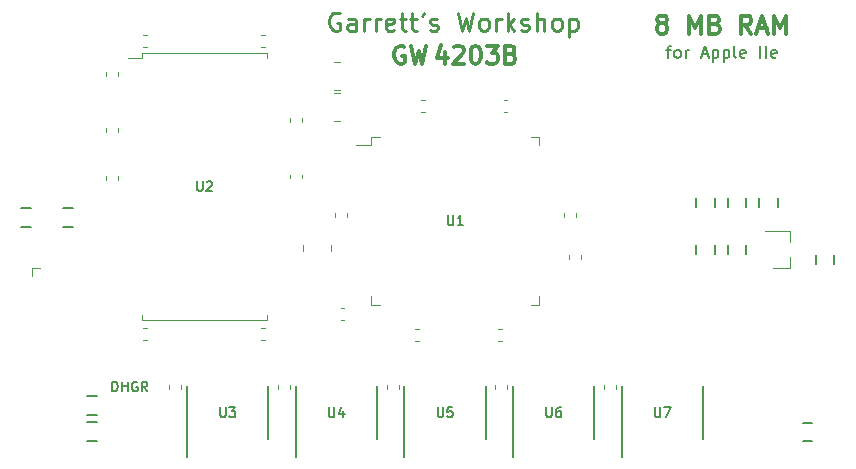
<source format=gto>
G04 #@! TF.GenerationSoftware,KiCad,Pcbnew,(5.1.5-0-10_14)*
G04 #@! TF.CreationDate,2020-08-08T03:47:55-04:00*
G04 #@! TF.ProjectId,RAM2E,52414d32-452e-46b6-9963-61645f706362,1.1*
G04 #@! TF.SameCoordinates,Original*
G04 #@! TF.FileFunction,Legend,Top*
G04 #@! TF.FilePolarity,Positive*
%FSLAX46Y46*%
G04 Gerber Fmt 4.6, Leading zero omitted, Abs format (unit mm)*
G04 Created by KiCad (PCBNEW (5.1.5-0-10_14)) date 2020-08-08 03:47:55*
%MOMM*%
%LPD*%
G04 APERTURE LIST*
%ADD10C,0.203200*%
%ADD11C,0.300000*%
%ADD12C,0.225000*%
%ADD13C,0.120000*%
%ADD14C,0.152400*%
%ADD15C,0.150000*%
%ADD16C,0.076200*%
%ADD17C,0.100000*%
%ADD18C,2.000000*%
%ADD19C,2.100000*%
%ADD20C,2.474900*%
%ADD21C,0.887400*%
%ADD22C,1.090600*%
%ADD23C,1.448000*%
G04 APERTURE END LIST*
D10*
X211019571Y-122795695D02*
X211019571Y-121982895D01*
X211213095Y-121982895D01*
X211329209Y-122021600D01*
X211406619Y-122099009D01*
X211445323Y-122176419D01*
X211484028Y-122331238D01*
X211484028Y-122447352D01*
X211445323Y-122602171D01*
X211406619Y-122679580D01*
X211329209Y-122756990D01*
X211213095Y-122795695D01*
X211019571Y-122795695D01*
X211832371Y-122795695D02*
X211832371Y-121982895D01*
X211832371Y-122369942D02*
X212296828Y-122369942D01*
X212296828Y-122795695D02*
X212296828Y-121982895D01*
X213109628Y-122021600D02*
X213032219Y-121982895D01*
X212916104Y-121982895D01*
X212799990Y-122021600D01*
X212722580Y-122099009D01*
X212683876Y-122176419D01*
X212645171Y-122331238D01*
X212645171Y-122447352D01*
X212683876Y-122602171D01*
X212722580Y-122679580D01*
X212799990Y-122756990D01*
X212916104Y-122795695D01*
X212993514Y-122795695D01*
X213109628Y-122756990D01*
X213148333Y-122718285D01*
X213148333Y-122447352D01*
X212993514Y-122447352D01*
X213961133Y-122795695D02*
X213690200Y-122408647D01*
X213496676Y-122795695D02*
X213496676Y-121982895D01*
X213806314Y-121982895D01*
X213883723Y-122021600D01*
X213922428Y-122060304D01*
X213961133Y-122137714D01*
X213961133Y-122253828D01*
X213922428Y-122331238D01*
X213883723Y-122369942D01*
X213806314Y-122408647D01*
X213496676Y-122408647D01*
D11*
X239193000Y-94039571D02*
X239193000Y-95039571D01*
X238835857Y-93468142D02*
X238478714Y-94539571D01*
X239407285Y-94539571D01*
X239907285Y-93682428D02*
X239978714Y-93611000D01*
X240121571Y-93539571D01*
X240478714Y-93539571D01*
X240621571Y-93611000D01*
X240693000Y-93682428D01*
X240764428Y-93825285D01*
X240764428Y-93968142D01*
X240693000Y-94182428D01*
X239835857Y-95039571D01*
X240764428Y-95039571D01*
X241693000Y-93539571D02*
X241835857Y-93539571D01*
X241978714Y-93611000D01*
X242050142Y-93682428D01*
X242121571Y-93825285D01*
X242193000Y-94111000D01*
X242193000Y-94468142D01*
X242121571Y-94753857D01*
X242050142Y-94896714D01*
X241978714Y-94968142D01*
X241835857Y-95039571D01*
X241693000Y-95039571D01*
X241550142Y-94968142D01*
X241478714Y-94896714D01*
X241407285Y-94753857D01*
X241335857Y-94468142D01*
X241335857Y-94111000D01*
X241407285Y-93825285D01*
X241478714Y-93682428D01*
X241550142Y-93611000D01*
X241693000Y-93539571D01*
X242693000Y-93539571D02*
X243621571Y-93539571D01*
X243121571Y-94111000D01*
X243335857Y-94111000D01*
X243478714Y-94182428D01*
X243550142Y-94253857D01*
X243621571Y-94396714D01*
X243621571Y-94753857D01*
X243550142Y-94896714D01*
X243478714Y-94968142D01*
X243335857Y-95039571D01*
X242907285Y-95039571D01*
X242764428Y-94968142D01*
X242693000Y-94896714D01*
X244764428Y-94253857D02*
X244978714Y-94325285D01*
X245050142Y-94396714D01*
X245121571Y-94539571D01*
X245121571Y-94753857D01*
X245050142Y-94896714D01*
X244978714Y-94968142D01*
X244835857Y-95039571D01*
X244264428Y-95039571D01*
X244264428Y-93539571D01*
X244764428Y-93539571D01*
X244907285Y-93611000D01*
X244978714Y-93682428D01*
X245050142Y-93825285D01*
X245050142Y-93968142D01*
X244978714Y-94111000D01*
X244907285Y-94182428D01*
X244764428Y-94253857D01*
X244264428Y-94253857D01*
X257410857Y-91639571D02*
X257265714Y-91567000D01*
X257193142Y-91494428D01*
X257120571Y-91349285D01*
X257120571Y-91276714D01*
X257193142Y-91131571D01*
X257265714Y-91059000D01*
X257410857Y-90986428D01*
X257701142Y-90986428D01*
X257846285Y-91059000D01*
X257918857Y-91131571D01*
X257991428Y-91276714D01*
X257991428Y-91349285D01*
X257918857Y-91494428D01*
X257846285Y-91567000D01*
X257701142Y-91639571D01*
X257410857Y-91639571D01*
X257265714Y-91712142D01*
X257193142Y-91784714D01*
X257120571Y-91929857D01*
X257120571Y-92220142D01*
X257193142Y-92365285D01*
X257265714Y-92437857D01*
X257410857Y-92510428D01*
X257701142Y-92510428D01*
X257846285Y-92437857D01*
X257918857Y-92365285D01*
X257991428Y-92220142D01*
X257991428Y-91929857D01*
X257918857Y-91784714D01*
X257846285Y-91712142D01*
X257701142Y-91639571D01*
X259805714Y-92510428D02*
X259805714Y-90986428D01*
X260313714Y-92075000D01*
X260821714Y-90986428D01*
X260821714Y-92510428D01*
X262055428Y-91712142D02*
X262273142Y-91784714D01*
X262345714Y-91857285D01*
X262418285Y-92002428D01*
X262418285Y-92220142D01*
X262345714Y-92365285D01*
X262273142Y-92437857D01*
X262128000Y-92510428D01*
X261547428Y-92510428D01*
X261547428Y-90986428D01*
X262055428Y-90986428D01*
X262200571Y-91059000D01*
X262273142Y-91131571D01*
X262345714Y-91276714D01*
X262345714Y-91421857D01*
X262273142Y-91567000D01*
X262200571Y-91639571D01*
X262055428Y-91712142D01*
X261547428Y-91712142D01*
X265103428Y-92510428D02*
X264595428Y-91784714D01*
X264232571Y-92510428D02*
X264232571Y-90986428D01*
X264813142Y-90986428D01*
X264958285Y-91059000D01*
X265030857Y-91131571D01*
X265103428Y-91276714D01*
X265103428Y-91494428D01*
X265030857Y-91639571D01*
X264958285Y-91712142D01*
X264813142Y-91784714D01*
X264232571Y-91784714D01*
X265684000Y-92075000D02*
X266409714Y-92075000D01*
X265538857Y-92510428D02*
X266046857Y-90986428D01*
X266554857Y-92510428D01*
X267062857Y-92510428D02*
X267062857Y-90986428D01*
X267570857Y-92075000D01*
X268078857Y-90986428D01*
X268078857Y-92510428D01*
X235731571Y-93611000D02*
X235588714Y-93539571D01*
X235374428Y-93539571D01*
X235160142Y-93611000D01*
X235017285Y-93753857D01*
X234945857Y-93896714D01*
X234874428Y-94182428D01*
X234874428Y-94396714D01*
X234945857Y-94682428D01*
X235017285Y-94825285D01*
X235160142Y-94968142D01*
X235374428Y-95039571D01*
X235517285Y-95039571D01*
X235731571Y-94968142D01*
X235803000Y-94896714D01*
X235803000Y-94396714D01*
X235517285Y-94396714D01*
X236303000Y-93539571D02*
X236660142Y-95039571D01*
X236945857Y-93968142D01*
X237231571Y-95039571D01*
X237588714Y-93539571D01*
D10*
X257918857Y-93889285D02*
X258305904Y-93889285D01*
X258064000Y-94566619D02*
X258064000Y-93695761D01*
X258112380Y-93599000D01*
X258209142Y-93550619D01*
X258305904Y-93550619D01*
X258789714Y-94566619D02*
X258692952Y-94518238D01*
X258644571Y-94469857D01*
X258596190Y-94373095D01*
X258596190Y-94082809D01*
X258644571Y-93986047D01*
X258692952Y-93937666D01*
X258789714Y-93889285D01*
X258934857Y-93889285D01*
X259031619Y-93937666D01*
X259080000Y-93986047D01*
X259128380Y-94082809D01*
X259128380Y-94373095D01*
X259080000Y-94469857D01*
X259031619Y-94518238D01*
X258934857Y-94566619D01*
X258789714Y-94566619D01*
X259563809Y-94566619D02*
X259563809Y-93889285D01*
X259563809Y-94082809D02*
X259612190Y-93986047D01*
X259660571Y-93937666D01*
X259757333Y-93889285D01*
X259854095Y-93889285D01*
X260918476Y-94276333D02*
X261402285Y-94276333D01*
X260821714Y-94566619D02*
X261160380Y-93550619D01*
X261499047Y-94566619D01*
X261837714Y-93889285D02*
X261837714Y-94905285D01*
X261837714Y-93937666D02*
X261934476Y-93889285D01*
X262128000Y-93889285D01*
X262224761Y-93937666D01*
X262273142Y-93986047D01*
X262321523Y-94082809D01*
X262321523Y-94373095D01*
X262273142Y-94469857D01*
X262224761Y-94518238D01*
X262128000Y-94566619D01*
X261934476Y-94566619D01*
X261837714Y-94518238D01*
X262756952Y-93889285D02*
X262756952Y-94905285D01*
X262756952Y-93937666D02*
X262853714Y-93889285D01*
X263047238Y-93889285D01*
X263144000Y-93937666D01*
X263192380Y-93986047D01*
X263240761Y-94082809D01*
X263240761Y-94373095D01*
X263192380Y-94469857D01*
X263144000Y-94518238D01*
X263047238Y-94566619D01*
X262853714Y-94566619D01*
X262756952Y-94518238D01*
X263821333Y-94566619D02*
X263724571Y-94518238D01*
X263676190Y-94421476D01*
X263676190Y-93550619D01*
X264595428Y-94518238D02*
X264498666Y-94566619D01*
X264305142Y-94566619D01*
X264208380Y-94518238D01*
X264160000Y-94421476D01*
X264160000Y-94034428D01*
X264208380Y-93937666D01*
X264305142Y-93889285D01*
X264498666Y-93889285D01*
X264595428Y-93937666D01*
X264643809Y-94034428D01*
X264643809Y-94131190D01*
X264160000Y-94227952D01*
X265853333Y-94566619D02*
X265853333Y-93550619D01*
X266337142Y-94566619D02*
X266337142Y-93550619D01*
X267208000Y-94518238D02*
X267111238Y-94566619D01*
X266917714Y-94566619D01*
X266820952Y-94518238D01*
X266772571Y-94421476D01*
X266772571Y-94034428D01*
X266820952Y-93937666D01*
X266917714Y-93889285D01*
X267111238Y-93889285D01*
X267208000Y-93937666D01*
X267256380Y-94034428D01*
X267256380Y-94131190D01*
X266772571Y-94227952D01*
D12*
X230251000Y-90805000D02*
X230105857Y-90732428D01*
X229888142Y-90732428D01*
X229670428Y-90805000D01*
X229525285Y-90950142D01*
X229452714Y-91095285D01*
X229380142Y-91385571D01*
X229380142Y-91603285D01*
X229452714Y-91893571D01*
X229525285Y-92038714D01*
X229670428Y-92183857D01*
X229888142Y-92256428D01*
X230033285Y-92256428D01*
X230251000Y-92183857D01*
X230323571Y-92111285D01*
X230323571Y-91603285D01*
X230033285Y-91603285D01*
X231629857Y-92256428D02*
X231629857Y-91458142D01*
X231557285Y-91313000D01*
X231412142Y-91240428D01*
X231121857Y-91240428D01*
X230976714Y-91313000D01*
X231629857Y-92183857D02*
X231484714Y-92256428D01*
X231121857Y-92256428D01*
X230976714Y-92183857D01*
X230904142Y-92038714D01*
X230904142Y-91893571D01*
X230976714Y-91748428D01*
X231121857Y-91675857D01*
X231484714Y-91675857D01*
X231629857Y-91603285D01*
X232355571Y-92256428D02*
X232355571Y-91240428D01*
X232355571Y-91530714D02*
X232428142Y-91385571D01*
X232500714Y-91313000D01*
X232645857Y-91240428D01*
X232791000Y-91240428D01*
X233299000Y-92256428D02*
X233299000Y-91240428D01*
X233299000Y-91530714D02*
X233371571Y-91385571D01*
X233444142Y-91313000D01*
X233589285Y-91240428D01*
X233734428Y-91240428D01*
X234823000Y-92183857D02*
X234677857Y-92256428D01*
X234387571Y-92256428D01*
X234242428Y-92183857D01*
X234169857Y-92038714D01*
X234169857Y-91458142D01*
X234242428Y-91313000D01*
X234387571Y-91240428D01*
X234677857Y-91240428D01*
X234823000Y-91313000D01*
X234895571Y-91458142D01*
X234895571Y-91603285D01*
X234169857Y-91748428D01*
X235331000Y-91240428D02*
X235911571Y-91240428D01*
X235548714Y-90732428D02*
X235548714Y-92038714D01*
X235621285Y-92183857D01*
X235766428Y-92256428D01*
X235911571Y-92256428D01*
X236201857Y-91240428D02*
X236782428Y-91240428D01*
X236419571Y-90732428D02*
X236419571Y-92038714D01*
X236492142Y-92183857D01*
X236637285Y-92256428D01*
X236782428Y-92256428D01*
X237363000Y-90732428D02*
X237363000Y-90805000D01*
X237290428Y-90950142D01*
X237217857Y-91022714D01*
X237943571Y-92183857D02*
X238088714Y-92256428D01*
X238379000Y-92256428D01*
X238524142Y-92183857D01*
X238596714Y-92038714D01*
X238596714Y-91966142D01*
X238524142Y-91821000D01*
X238379000Y-91748428D01*
X238161285Y-91748428D01*
X238016142Y-91675857D01*
X237943571Y-91530714D01*
X237943571Y-91458142D01*
X238016142Y-91313000D01*
X238161285Y-91240428D01*
X238379000Y-91240428D01*
X238524142Y-91313000D01*
X240265857Y-90732428D02*
X240628714Y-92256428D01*
X240919000Y-91167857D01*
X241209285Y-92256428D01*
X241572142Y-90732428D01*
X242370428Y-92256428D02*
X242225285Y-92183857D01*
X242152714Y-92111285D01*
X242080142Y-91966142D01*
X242080142Y-91530714D01*
X242152714Y-91385571D01*
X242225285Y-91313000D01*
X242370428Y-91240428D01*
X242588142Y-91240428D01*
X242733285Y-91313000D01*
X242805857Y-91385571D01*
X242878428Y-91530714D01*
X242878428Y-91966142D01*
X242805857Y-92111285D01*
X242733285Y-92183857D01*
X242588142Y-92256428D01*
X242370428Y-92256428D01*
X243531571Y-92256428D02*
X243531571Y-91240428D01*
X243531571Y-91530714D02*
X243604142Y-91385571D01*
X243676714Y-91313000D01*
X243821857Y-91240428D01*
X243967000Y-91240428D01*
X244475000Y-92256428D02*
X244475000Y-90732428D01*
X244620142Y-91675857D02*
X245055571Y-92256428D01*
X245055571Y-91240428D02*
X244475000Y-91821000D01*
X245636142Y-92183857D02*
X245781285Y-92256428D01*
X246071571Y-92256428D01*
X246216714Y-92183857D01*
X246289285Y-92038714D01*
X246289285Y-91966142D01*
X246216714Y-91821000D01*
X246071571Y-91748428D01*
X245853857Y-91748428D01*
X245708714Y-91675857D01*
X245636142Y-91530714D01*
X245636142Y-91458142D01*
X245708714Y-91313000D01*
X245853857Y-91240428D01*
X246071571Y-91240428D01*
X246216714Y-91313000D01*
X246942428Y-92256428D02*
X246942428Y-90732428D01*
X247595571Y-92256428D02*
X247595571Y-91458142D01*
X247523000Y-91313000D01*
X247377857Y-91240428D01*
X247160142Y-91240428D01*
X247015000Y-91313000D01*
X246942428Y-91385571D01*
X248539000Y-92256428D02*
X248393857Y-92183857D01*
X248321285Y-92111285D01*
X248248714Y-91966142D01*
X248248714Y-91530714D01*
X248321285Y-91385571D01*
X248393857Y-91313000D01*
X248539000Y-91240428D01*
X248756714Y-91240428D01*
X248901857Y-91313000D01*
X248974428Y-91385571D01*
X249047000Y-91530714D01*
X249047000Y-91966142D01*
X248974428Y-92111285D01*
X248901857Y-92183857D01*
X248756714Y-92256428D01*
X248539000Y-92256428D01*
X249700142Y-91240428D02*
X249700142Y-92764428D01*
X249700142Y-91313000D02*
X249845285Y-91240428D01*
X250135571Y-91240428D01*
X250280714Y-91313000D01*
X250353285Y-91385571D01*
X250425857Y-91530714D01*
X250425857Y-91966142D01*
X250353285Y-92111285D01*
X250280714Y-92183857D01*
X250135571Y-92256428D01*
X249845285Y-92256428D01*
X249700142Y-92183857D01*
D13*
X213637221Y-93660000D02*
X213962779Y-93660000D01*
X213637221Y-92640000D02*
X213962779Y-92640000D01*
D14*
X265800000Y-106393600D02*
X265800000Y-107206400D01*
X267400000Y-106393600D02*
X267400000Y-107206400D01*
D13*
X246460000Y-115460000D02*
X247160000Y-115460000D01*
X247160000Y-115460000D02*
X247160000Y-114760000D01*
X233640000Y-115460000D02*
X232940000Y-115460000D01*
X232940000Y-115460000D02*
X232940000Y-114760000D01*
X246460000Y-101240000D02*
X247160000Y-101240000D01*
X247160000Y-101240000D02*
X247160000Y-101940000D01*
X233640000Y-101240000D02*
X232940000Y-101240000D01*
X232940000Y-101240000D02*
X232940000Y-101940000D01*
X232940000Y-101940000D02*
X231650000Y-101940000D01*
X268410000Y-112380000D02*
X268410000Y-111450000D01*
X268410000Y-109220000D02*
X268410000Y-110150000D01*
X268410000Y-109220000D02*
X266250000Y-109220000D01*
X268410000Y-112380000D02*
X266950000Y-112380000D01*
X230250000Y-94920000D02*
X229750000Y-94920000D01*
X230250000Y-97280000D02*
X229750000Y-97280000D01*
X230250000Y-97520000D02*
X229750000Y-97520000D01*
X230250000Y-99880000D02*
X229750000Y-99880000D01*
X227170000Y-110400000D02*
X227170000Y-110900000D01*
X229530000Y-110400000D02*
X229530000Y-110900000D01*
D15*
X226525000Y-128350000D02*
X226525000Y-122375000D01*
X233425000Y-126825000D02*
X233425000Y-122375000D01*
X217325000Y-128350000D02*
X217325000Y-122375000D01*
X224225000Y-126825000D02*
X224225000Y-122375000D01*
X254125000Y-128350000D02*
X254125000Y-122375000D01*
X261025000Y-126825000D02*
X261025000Y-122375000D01*
X244925000Y-128350000D02*
X244925000Y-122375000D01*
X251825000Y-126825000D02*
X251825000Y-122375000D01*
X235725000Y-128350000D02*
X235725000Y-122375000D01*
X242625000Y-126825000D02*
X242625000Y-122375000D01*
D13*
X204216000Y-113030000D02*
X204216000Y-112395000D01*
X204216000Y-112395000D02*
X204851000Y-112395000D01*
D14*
X207670400Y-107277000D02*
X206857600Y-107277000D01*
X207670400Y-108877000D02*
X206857600Y-108877000D01*
X204114400Y-107277000D02*
X203301600Y-107277000D01*
X204114400Y-108877000D02*
X203301600Y-108877000D01*
X208889600Y-124815500D02*
X209702400Y-124815500D01*
X208889600Y-123215500D02*
X209702400Y-123215500D01*
X208889600Y-126974500D02*
X209702400Y-126974500D01*
X208889600Y-125374500D02*
X209702400Y-125374500D01*
X270281400Y-125438000D02*
X269468600Y-125438000D01*
X270281400Y-127038000D02*
X269468600Y-127038000D01*
X270550000Y-111243600D02*
X270550000Y-112056400D01*
X272150000Y-111243600D02*
X272150000Y-112056400D01*
D13*
X223637221Y-118460000D02*
X223962779Y-118460000D01*
X223637221Y-117440000D02*
X223962779Y-117440000D01*
X252640000Y-122237221D02*
X252640000Y-122562779D01*
X253660000Y-122237221D02*
X253660000Y-122562779D01*
X234240000Y-122237221D02*
X234240000Y-122562779D01*
X235260000Y-122237221D02*
X235260000Y-122562779D01*
X215840000Y-122237221D02*
X215840000Y-122562779D01*
X216860000Y-122237221D02*
X216860000Y-122562779D01*
X212300000Y-94550000D02*
X213500000Y-94550000D01*
X213500000Y-94550000D02*
X213500000Y-94150000D01*
X213500000Y-94150000D02*
X224100000Y-94150000D01*
X213500000Y-116750000D02*
X224100000Y-116750000D01*
X224100000Y-94150000D02*
X224100000Y-94550000D01*
X224100000Y-116350000D02*
X224100000Y-116750000D01*
X213500000Y-116350000D02*
X213500000Y-116750000D01*
X223637221Y-93660000D02*
X223962779Y-93660000D01*
X223637221Y-92640000D02*
X223962779Y-92640000D01*
X237137221Y-99160000D02*
X237462779Y-99160000D01*
X237137221Y-98140000D02*
X237462779Y-98140000D01*
X230662779Y-115740000D02*
X230337221Y-115740000D01*
X230662779Y-116760000D02*
X230337221Y-116760000D01*
X249640000Y-111287221D02*
X249640000Y-111612779D01*
X250660000Y-111287221D02*
X250660000Y-111612779D01*
X225040000Y-122237221D02*
X225040000Y-122562779D01*
X226060000Y-122237221D02*
X226060000Y-122562779D01*
X243440000Y-122237221D02*
X243440000Y-122562779D01*
X244460000Y-122237221D02*
X244460000Y-122562779D01*
X226090000Y-99637221D02*
X226090000Y-99962779D01*
X227110000Y-99637221D02*
X227110000Y-99962779D01*
X211510000Y-104862779D02*
X211510000Y-104537221D01*
X210490000Y-104862779D02*
X210490000Y-104537221D01*
X230860000Y-108012779D02*
X230860000Y-107687221D01*
X229840000Y-108012779D02*
X229840000Y-107687221D01*
X250260000Y-108012779D02*
X250260000Y-107687221D01*
X249240000Y-108012779D02*
X249240000Y-107687221D01*
X236637221Y-118560000D02*
X236962779Y-118560000D01*
X236637221Y-117540000D02*
X236962779Y-117540000D01*
X243637221Y-118560000D02*
X243962779Y-118560000D01*
X243637221Y-117540000D02*
X243962779Y-117540000D01*
X244137221Y-99160000D02*
X244462779Y-99160000D01*
X244137221Y-98140000D02*
X244462779Y-98140000D01*
X211510000Y-96062779D02*
X211510000Y-95737221D01*
X210490000Y-96062779D02*
X210490000Y-95737221D01*
X211510000Y-100862779D02*
X211510000Y-100537221D01*
X210490000Y-100862779D02*
X210490000Y-100537221D01*
X226090000Y-104437221D02*
X226090000Y-104762779D01*
X227110000Y-104437221D02*
X227110000Y-104762779D01*
X213637221Y-118460000D02*
X213962779Y-118460000D01*
X213637221Y-117440000D02*
X213962779Y-117440000D01*
D14*
X260400000Y-111206400D02*
X260400000Y-110393600D01*
X262000000Y-111206400D02*
X262000000Y-110393600D01*
X264700000Y-111206400D02*
X264700000Y-110393600D01*
X263100000Y-111206400D02*
X263100000Y-110393600D01*
X260400000Y-106393600D02*
X260400000Y-107206400D01*
X262000000Y-106393600D02*
X262000000Y-107206400D01*
X264700000Y-106393600D02*
X264700000Y-107206400D01*
X263100000Y-106393600D02*
X263100000Y-107206400D01*
D10*
X239430723Y-107904895D02*
X239430723Y-108562876D01*
X239469428Y-108640285D01*
X239508133Y-108678990D01*
X239585542Y-108717695D01*
X239740361Y-108717695D01*
X239817771Y-108678990D01*
X239856476Y-108640285D01*
X239895180Y-108562876D01*
X239895180Y-107904895D01*
X240707980Y-108717695D02*
X240243523Y-108717695D01*
X240475752Y-108717695D02*
X240475752Y-107904895D01*
X240398342Y-108021009D01*
X240320933Y-108098419D01*
X240243523Y-108137123D01*
X229355723Y-124154895D02*
X229355723Y-124812876D01*
X229394428Y-124890285D01*
X229433133Y-124928990D01*
X229510542Y-124967695D01*
X229665361Y-124967695D01*
X229742771Y-124928990D01*
X229781476Y-124890285D01*
X229820180Y-124812876D01*
X229820180Y-124154895D01*
X230555571Y-124425828D02*
X230555571Y-124967695D01*
X230362047Y-124116190D02*
X230168523Y-124696761D01*
X230671685Y-124696761D01*
X220155723Y-124154895D02*
X220155723Y-124812876D01*
X220194428Y-124890285D01*
X220233133Y-124928990D01*
X220310542Y-124967695D01*
X220465361Y-124967695D01*
X220542771Y-124928990D01*
X220581476Y-124890285D01*
X220620180Y-124812876D01*
X220620180Y-124154895D01*
X220929819Y-124154895D02*
X221432980Y-124154895D01*
X221162047Y-124464533D01*
X221278161Y-124464533D01*
X221355571Y-124503238D01*
X221394276Y-124541942D01*
X221432980Y-124619352D01*
X221432980Y-124812876D01*
X221394276Y-124890285D01*
X221355571Y-124928990D01*
X221278161Y-124967695D01*
X221045933Y-124967695D01*
X220968523Y-124928990D01*
X220929819Y-124890285D01*
X256955723Y-124154895D02*
X256955723Y-124812876D01*
X256994428Y-124890285D01*
X257033133Y-124928990D01*
X257110542Y-124967695D01*
X257265361Y-124967695D01*
X257342771Y-124928990D01*
X257381476Y-124890285D01*
X257420180Y-124812876D01*
X257420180Y-124154895D01*
X257729819Y-124154895D02*
X258271685Y-124154895D01*
X257923342Y-124967695D01*
X247755723Y-124154895D02*
X247755723Y-124812876D01*
X247794428Y-124890285D01*
X247833133Y-124928990D01*
X247910542Y-124967695D01*
X248065361Y-124967695D01*
X248142771Y-124928990D01*
X248181476Y-124890285D01*
X248220180Y-124812876D01*
X248220180Y-124154895D01*
X248955571Y-124154895D02*
X248800752Y-124154895D01*
X248723342Y-124193600D01*
X248684638Y-124232304D01*
X248607228Y-124348419D01*
X248568523Y-124503238D01*
X248568523Y-124812876D01*
X248607228Y-124890285D01*
X248645933Y-124928990D01*
X248723342Y-124967695D01*
X248878161Y-124967695D01*
X248955571Y-124928990D01*
X248994276Y-124890285D01*
X249032980Y-124812876D01*
X249032980Y-124619352D01*
X248994276Y-124541942D01*
X248955571Y-124503238D01*
X248878161Y-124464533D01*
X248723342Y-124464533D01*
X248645933Y-124503238D01*
X248607228Y-124541942D01*
X248568523Y-124619352D01*
X238555723Y-124154895D02*
X238555723Y-124812876D01*
X238594428Y-124890285D01*
X238633133Y-124928990D01*
X238710542Y-124967695D01*
X238865361Y-124967695D01*
X238942771Y-124928990D01*
X238981476Y-124890285D01*
X239020180Y-124812876D01*
X239020180Y-124154895D01*
X239794276Y-124154895D02*
X239407228Y-124154895D01*
X239368523Y-124541942D01*
X239407228Y-124503238D01*
X239484638Y-124464533D01*
X239678161Y-124464533D01*
X239755571Y-124503238D01*
X239794276Y-124541942D01*
X239832980Y-124619352D01*
X239832980Y-124812876D01*
X239794276Y-124890285D01*
X239755571Y-124928990D01*
X239678161Y-124967695D01*
X239484638Y-124967695D01*
X239407228Y-124928990D01*
X239368523Y-124890285D01*
X218180723Y-105004895D02*
X218180723Y-105662876D01*
X218219428Y-105740285D01*
X218258133Y-105778990D01*
X218335542Y-105817695D01*
X218490361Y-105817695D01*
X218567771Y-105778990D01*
X218606476Y-105740285D01*
X218645180Y-105662876D01*
X218645180Y-105004895D01*
X218993523Y-105082304D02*
X219032228Y-105043600D01*
X219109638Y-105004895D01*
X219303161Y-105004895D01*
X219380571Y-105043600D01*
X219419276Y-105082304D01*
X219457980Y-105159714D01*
X219457980Y-105237123D01*
X219419276Y-105353238D01*
X218954819Y-105817695D01*
X219457980Y-105817695D01*
%LPC*%
D16*
G36*
X213360000Y-124460000D02*
G01*
X211582000Y-124460000D01*
X211582000Y-123571000D01*
X213360000Y-123571000D01*
X213360000Y-124460000D01*
G37*
X213360000Y-124460000D02*
X211582000Y-124460000D01*
X211582000Y-123571000D01*
X213360000Y-123571000D01*
X213360000Y-124460000D01*
D17*
G36*
X276860000Y-139446000D02*
G01*
X276352000Y-139954000D01*
X198628000Y-139954000D01*
X198120000Y-139446000D01*
X198120000Y-132080000D01*
X276860000Y-132080000D01*
X276860000Y-139446000D01*
G37*
G36*
X214810779Y-92626144D02*
G01*
X214833834Y-92629563D01*
X214856443Y-92635227D01*
X214878387Y-92643079D01*
X214899457Y-92653044D01*
X214919448Y-92665026D01*
X214938168Y-92678910D01*
X214955438Y-92694562D01*
X214971090Y-92711832D01*
X214984974Y-92730552D01*
X214996956Y-92750543D01*
X215006921Y-92771613D01*
X215014773Y-92793557D01*
X215020437Y-92816166D01*
X215023856Y-92839221D01*
X215025000Y-92862500D01*
X215025000Y-93437500D01*
X215023856Y-93460779D01*
X215020437Y-93483834D01*
X215014773Y-93506443D01*
X215006921Y-93528387D01*
X214996956Y-93549457D01*
X214984974Y-93569448D01*
X214971090Y-93588168D01*
X214955438Y-93605438D01*
X214938168Y-93621090D01*
X214919448Y-93634974D01*
X214899457Y-93646956D01*
X214878387Y-93656921D01*
X214856443Y-93664773D01*
X214833834Y-93670437D01*
X214810779Y-93673856D01*
X214787500Y-93675000D01*
X214312500Y-93675000D01*
X214289221Y-93673856D01*
X214266166Y-93670437D01*
X214243557Y-93664773D01*
X214221613Y-93656921D01*
X214200543Y-93646956D01*
X214180552Y-93634974D01*
X214161832Y-93621090D01*
X214144562Y-93605438D01*
X214128910Y-93588168D01*
X214115026Y-93569448D01*
X214103044Y-93549457D01*
X214093079Y-93528387D01*
X214085227Y-93506443D01*
X214079563Y-93483834D01*
X214076144Y-93460779D01*
X214075000Y-93437500D01*
X214075000Y-92862500D01*
X214076144Y-92839221D01*
X214079563Y-92816166D01*
X214085227Y-92793557D01*
X214093079Y-92771613D01*
X214103044Y-92750543D01*
X214115026Y-92730552D01*
X214128910Y-92711832D01*
X214144562Y-92694562D01*
X214161832Y-92678910D01*
X214180552Y-92665026D01*
X214200543Y-92653044D01*
X214221613Y-92643079D01*
X214243557Y-92635227D01*
X214266166Y-92629563D01*
X214289221Y-92626144D01*
X214312500Y-92625000D01*
X214787500Y-92625000D01*
X214810779Y-92626144D01*
G37*
G36*
X213310779Y-92626144D02*
G01*
X213333834Y-92629563D01*
X213356443Y-92635227D01*
X213378387Y-92643079D01*
X213399457Y-92653044D01*
X213419448Y-92665026D01*
X213438168Y-92678910D01*
X213455438Y-92694562D01*
X213471090Y-92711832D01*
X213484974Y-92730552D01*
X213496956Y-92750543D01*
X213506921Y-92771613D01*
X213514773Y-92793557D01*
X213520437Y-92816166D01*
X213523856Y-92839221D01*
X213525000Y-92862500D01*
X213525000Y-93437500D01*
X213523856Y-93460779D01*
X213520437Y-93483834D01*
X213514773Y-93506443D01*
X213506921Y-93528387D01*
X213496956Y-93549457D01*
X213484974Y-93569448D01*
X213471090Y-93588168D01*
X213455438Y-93605438D01*
X213438168Y-93621090D01*
X213419448Y-93634974D01*
X213399457Y-93646956D01*
X213378387Y-93656921D01*
X213356443Y-93664773D01*
X213333834Y-93670437D01*
X213310779Y-93673856D01*
X213287500Y-93675000D01*
X212812500Y-93675000D01*
X212789221Y-93673856D01*
X212766166Y-93670437D01*
X212743557Y-93664773D01*
X212721613Y-93656921D01*
X212700543Y-93646956D01*
X212680552Y-93634974D01*
X212661832Y-93621090D01*
X212644562Y-93605438D01*
X212628910Y-93588168D01*
X212615026Y-93569448D01*
X212603044Y-93549457D01*
X212593079Y-93528387D01*
X212585227Y-93506443D01*
X212579563Y-93483834D01*
X212576144Y-93460779D01*
X212575000Y-93437500D01*
X212575000Y-92862500D01*
X212576144Y-92839221D01*
X212579563Y-92816166D01*
X212585227Y-92793557D01*
X212593079Y-92771613D01*
X212603044Y-92750543D01*
X212615026Y-92730552D01*
X212628910Y-92711832D01*
X212644562Y-92694562D01*
X212661832Y-92678910D01*
X212680552Y-92665026D01*
X212700543Y-92653044D01*
X212721613Y-92643079D01*
X212743557Y-92635227D01*
X212766166Y-92629563D01*
X212789221Y-92626144D01*
X212812500Y-92625000D01*
X213287500Y-92625000D01*
X213310779Y-92626144D01*
G37*
G36*
X267090680Y-107076384D02*
G01*
X267118588Y-107080524D01*
X267145957Y-107087380D01*
X267172521Y-107096885D01*
X267198027Y-107108948D01*
X267222226Y-107123452D01*
X267244888Y-107140259D01*
X267265793Y-107159207D01*
X267284741Y-107180112D01*
X267301548Y-107202774D01*
X267316052Y-107226973D01*
X267328115Y-107252479D01*
X267337620Y-107279043D01*
X267344476Y-107306412D01*
X267348616Y-107334320D01*
X267350000Y-107362500D01*
X267350000Y-107937500D01*
X267348616Y-107965680D01*
X267344476Y-107993588D01*
X267337620Y-108020957D01*
X267328115Y-108047521D01*
X267316052Y-108073027D01*
X267301548Y-108097226D01*
X267284741Y-108119888D01*
X267265793Y-108140793D01*
X267244888Y-108159741D01*
X267222226Y-108176548D01*
X267198027Y-108191052D01*
X267172521Y-108203115D01*
X267145957Y-108212620D01*
X267118588Y-108219476D01*
X267090680Y-108223616D01*
X267062500Y-108225000D01*
X266137500Y-108225000D01*
X266109320Y-108223616D01*
X266081412Y-108219476D01*
X266054043Y-108212620D01*
X266027479Y-108203115D01*
X266001973Y-108191052D01*
X265977774Y-108176548D01*
X265955112Y-108159741D01*
X265934207Y-108140793D01*
X265915259Y-108119888D01*
X265898452Y-108097226D01*
X265883948Y-108073027D01*
X265871885Y-108047521D01*
X265862380Y-108020957D01*
X265855524Y-107993588D01*
X265851384Y-107965680D01*
X265850000Y-107937500D01*
X265850000Y-107362500D01*
X265851384Y-107334320D01*
X265855524Y-107306412D01*
X265862380Y-107279043D01*
X265871885Y-107252479D01*
X265883948Y-107226973D01*
X265898452Y-107202774D01*
X265915259Y-107180112D01*
X265934207Y-107159207D01*
X265955112Y-107140259D01*
X265977774Y-107123452D01*
X266001973Y-107108948D01*
X266027479Y-107096885D01*
X266054043Y-107087380D01*
X266081412Y-107080524D01*
X266109320Y-107076384D01*
X266137500Y-107075000D01*
X267062500Y-107075000D01*
X267090680Y-107076384D01*
G37*
G36*
X267090680Y-105376384D02*
G01*
X267118588Y-105380524D01*
X267145957Y-105387380D01*
X267172521Y-105396885D01*
X267198027Y-105408948D01*
X267222226Y-105423452D01*
X267244888Y-105440259D01*
X267265793Y-105459207D01*
X267284741Y-105480112D01*
X267301548Y-105502774D01*
X267316052Y-105526973D01*
X267328115Y-105552479D01*
X267337620Y-105579043D01*
X267344476Y-105606412D01*
X267348616Y-105634320D01*
X267350000Y-105662500D01*
X267350000Y-106237500D01*
X267348616Y-106265680D01*
X267344476Y-106293588D01*
X267337620Y-106320957D01*
X267328115Y-106347521D01*
X267316052Y-106373027D01*
X267301548Y-106397226D01*
X267284741Y-106419888D01*
X267265793Y-106440793D01*
X267244888Y-106459741D01*
X267222226Y-106476548D01*
X267198027Y-106491052D01*
X267172521Y-106503115D01*
X267145957Y-106512620D01*
X267118588Y-106519476D01*
X267090680Y-106523616D01*
X267062500Y-106525000D01*
X266137500Y-106525000D01*
X266109320Y-106523616D01*
X266081412Y-106519476D01*
X266054043Y-106512620D01*
X266027479Y-106503115D01*
X266001973Y-106491052D01*
X265977774Y-106476548D01*
X265955112Y-106459741D01*
X265934207Y-106440793D01*
X265915259Y-106419888D01*
X265898452Y-106397226D01*
X265883948Y-106373027D01*
X265871885Y-106347521D01*
X265862380Y-106320957D01*
X265855524Y-106293588D01*
X265851384Y-106265680D01*
X265850000Y-106237500D01*
X265850000Y-105662500D01*
X265851384Y-105634320D01*
X265855524Y-105606412D01*
X265862380Y-105579043D01*
X265871885Y-105552479D01*
X265883948Y-105526973D01*
X265898452Y-105502774D01*
X265915259Y-105480112D01*
X265934207Y-105459207D01*
X265955112Y-105440259D01*
X265977774Y-105423452D01*
X266001973Y-105408948D01*
X266027479Y-105396885D01*
X266054043Y-105387380D01*
X266081412Y-105380524D01*
X266109320Y-105376384D01*
X266137500Y-105375000D01*
X267062500Y-105375000D01*
X267090680Y-105376384D01*
G37*
G36*
X233070527Y-102176419D02*
G01*
X233078973Y-102177672D01*
X233087255Y-102179746D01*
X233095293Y-102182622D01*
X233103012Y-102186273D01*
X233110335Y-102190662D01*
X233117192Y-102195748D01*
X233123518Y-102201482D01*
X233129252Y-102207808D01*
X233134338Y-102214665D01*
X233138727Y-102221988D01*
X233142378Y-102229707D01*
X233145254Y-102237745D01*
X233147328Y-102246027D01*
X233148581Y-102254473D01*
X233149000Y-102263000D01*
X233149000Y-102437000D01*
X233148581Y-102445527D01*
X233147328Y-102453973D01*
X233145254Y-102462255D01*
X233142378Y-102470293D01*
X233138727Y-102478012D01*
X233134338Y-102485335D01*
X233129252Y-102492192D01*
X233123518Y-102498518D01*
X233117192Y-102504252D01*
X233110335Y-102509338D01*
X233103012Y-102513727D01*
X233095293Y-102517378D01*
X233087255Y-102520254D01*
X233078973Y-102522328D01*
X233070527Y-102523581D01*
X233062000Y-102524000D01*
X231713000Y-102524000D01*
X231704473Y-102523581D01*
X231696027Y-102522328D01*
X231687745Y-102520254D01*
X231679707Y-102517378D01*
X231671988Y-102513727D01*
X231664665Y-102509338D01*
X231657808Y-102504252D01*
X231651482Y-102498518D01*
X231645748Y-102492192D01*
X231640662Y-102485335D01*
X231636273Y-102478012D01*
X231632622Y-102470293D01*
X231629746Y-102462255D01*
X231627672Y-102453973D01*
X231626419Y-102445527D01*
X231626000Y-102437000D01*
X231626000Y-102263000D01*
X231626419Y-102254473D01*
X231627672Y-102246027D01*
X231629746Y-102237745D01*
X231632622Y-102229707D01*
X231636273Y-102221988D01*
X231640662Y-102214665D01*
X231645748Y-102207808D01*
X231651482Y-102201482D01*
X231657808Y-102195748D01*
X231664665Y-102190662D01*
X231671988Y-102186273D01*
X231679707Y-102182622D01*
X231687745Y-102179746D01*
X231696027Y-102177672D01*
X231704473Y-102176419D01*
X231713000Y-102176000D01*
X233062000Y-102176000D01*
X233070527Y-102176419D01*
G37*
G36*
X233070527Y-102676419D02*
G01*
X233078973Y-102677672D01*
X233087255Y-102679746D01*
X233095293Y-102682622D01*
X233103012Y-102686273D01*
X233110335Y-102690662D01*
X233117192Y-102695748D01*
X233123518Y-102701482D01*
X233129252Y-102707808D01*
X233134338Y-102714665D01*
X233138727Y-102721988D01*
X233142378Y-102729707D01*
X233145254Y-102737745D01*
X233147328Y-102746027D01*
X233148581Y-102754473D01*
X233149000Y-102763000D01*
X233149000Y-102937000D01*
X233148581Y-102945527D01*
X233147328Y-102953973D01*
X233145254Y-102962255D01*
X233142378Y-102970293D01*
X233138727Y-102978012D01*
X233134338Y-102985335D01*
X233129252Y-102992192D01*
X233123518Y-102998518D01*
X233117192Y-103004252D01*
X233110335Y-103009338D01*
X233103012Y-103013727D01*
X233095293Y-103017378D01*
X233087255Y-103020254D01*
X233078973Y-103022328D01*
X233070527Y-103023581D01*
X233062000Y-103024000D01*
X231713000Y-103024000D01*
X231704473Y-103023581D01*
X231696027Y-103022328D01*
X231687745Y-103020254D01*
X231679707Y-103017378D01*
X231671988Y-103013727D01*
X231664665Y-103009338D01*
X231657808Y-103004252D01*
X231651482Y-102998518D01*
X231645748Y-102992192D01*
X231640662Y-102985335D01*
X231636273Y-102978012D01*
X231632622Y-102970293D01*
X231629746Y-102962255D01*
X231627672Y-102953973D01*
X231626419Y-102945527D01*
X231626000Y-102937000D01*
X231626000Y-102763000D01*
X231626419Y-102754473D01*
X231627672Y-102746027D01*
X231629746Y-102737745D01*
X231632622Y-102729707D01*
X231636273Y-102721988D01*
X231640662Y-102714665D01*
X231645748Y-102707808D01*
X231651482Y-102701482D01*
X231657808Y-102695748D01*
X231664665Y-102690662D01*
X231671988Y-102686273D01*
X231679707Y-102682622D01*
X231687745Y-102679746D01*
X231696027Y-102677672D01*
X231704473Y-102676419D01*
X231713000Y-102676000D01*
X233062000Y-102676000D01*
X233070527Y-102676419D01*
G37*
G36*
X233070527Y-103176419D02*
G01*
X233078973Y-103177672D01*
X233087255Y-103179746D01*
X233095293Y-103182622D01*
X233103012Y-103186273D01*
X233110335Y-103190662D01*
X233117192Y-103195748D01*
X233123518Y-103201482D01*
X233129252Y-103207808D01*
X233134338Y-103214665D01*
X233138727Y-103221988D01*
X233142378Y-103229707D01*
X233145254Y-103237745D01*
X233147328Y-103246027D01*
X233148581Y-103254473D01*
X233149000Y-103263000D01*
X233149000Y-103437000D01*
X233148581Y-103445527D01*
X233147328Y-103453973D01*
X233145254Y-103462255D01*
X233142378Y-103470293D01*
X233138727Y-103478012D01*
X233134338Y-103485335D01*
X233129252Y-103492192D01*
X233123518Y-103498518D01*
X233117192Y-103504252D01*
X233110335Y-103509338D01*
X233103012Y-103513727D01*
X233095293Y-103517378D01*
X233087255Y-103520254D01*
X233078973Y-103522328D01*
X233070527Y-103523581D01*
X233062000Y-103524000D01*
X231713000Y-103524000D01*
X231704473Y-103523581D01*
X231696027Y-103522328D01*
X231687745Y-103520254D01*
X231679707Y-103517378D01*
X231671988Y-103513727D01*
X231664665Y-103509338D01*
X231657808Y-103504252D01*
X231651482Y-103498518D01*
X231645748Y-103492192D01*
X231640662Y-103485335D01*
X231636273Y-103478012D01*
X231632622Y-103470293D01*
X231629746Y-103462255D01*
X231627672Y-103453973D01*
X231626419Y-103445527D01*
X231626000Y-103437000D01*
X231626000Y-103263000D01*
X231626419Y-103254473D01*
X231627672Y-103246027D01*
X231629746Y-103237745D01*
X231632622Y-103229707D01*
X231636273Y-103221988D01*
X231640662Y-103214665D01*
X231645748Y-103207808D01*
X231651482Y-103201482D01*
X231657808Y-103195748D01*
X231664665Y-103190662D01*
X231671988Y-103186273D01*
X231679707Y-103182622D01*
X231687745Y-103179746D01*
X231696027Y-103177672D01*
X231704473Y-103176419D01*
X231713000Y-103176000D01*
X233062000Y-103176000D01*
X233070527Y-103176419D01*
G37*
G36*
X233070527Y-103676419D02*
G01*
X233078973Y-103677672D01*
X233087255Y-103679746D01*
X233095293Y-103682622D01*
X233103012Y-103686273D01*
X233110335Y-103690662D01*
X233117192Y-103695748D01*
X233123518Y-103701482D01*
X233129252Y-103707808D01*
X233134338Y-103714665D01*
X233138727Y-103721988D01*
X233142378Y-103729707D01*
X233145254Y-103737745D01*
X233147328Y-103746027D01*
X233148581Y-103754473D01*
X233149000Y-103763000D01*
X233149000Y-103937000D01*
X233148581Y-103945527D01*
X233147328Y-103953973D01*
X233145254Y-103962255D01*
X233142378Y-103970293D01*
X233138727Y-103978012D01*
X233134338Y-103985335D01*
X233129252Y-103992192D01*
X233123518Y-103998518D01*
X233117192Y-104004252D01*
X233110335Y-104009338D01*
X233103012Y-104013727D01*
X233095293Y-104017378D01*
X233087255Y-104020254D01*
X233078973Y-104022328D01*
X233070527Y-104023581D01*
X233062000Y-104024000D01*
X231713000Y-104024000D01*
X231704473Y-104023581D01*
X231696027Y-104022328D01*
X231687745Y-104020254D01*
X231679707Y-104017378D01*
X231671988Y-104013727D01*
X231664665Y-104009338D01*
X231657808Y-104004252D01*
X231651482Y-103998518D01*
X231645748Y-103992192D01*
X231640662Y-103985335D01*
X231636273Y-103978012D01*
X231632622Y-103970293D01*
X231629746Y-103962255D01*
X231627672Y-103953973D01*
X231626419Y-103945527D01*
X231626000Y-103937000D01*
X231626000Y-103763000D01*
X231626419Y-103754473D01*
X231627672Y-103746027D01*
X231629746Y-103737745D01*
X231632622Y-103729707D01*
X231636273Y-103721988D01*
X231640662Y-103714665D01*
X231645748Y-103707808D01*
X231651482Y-103701482D01*
X231657808Y-103695748D01*
X231664665Y-103690662D01*
X231671988Y-103686273D01*
X231679707Y-103682622D01*
X231687745Y-103679746D01*
X231696027Y-103677672D01*
X231704473Y-103676419D01*
X231713000Y-103676000D01*
X233062000Y-103676000D01*
X233070527Y-103676419D01*
G37*
G36*
X233070527Y-104176419D02*
G01*
X233078973Y-104177672D01*
X233087255Y-104179746D01*
X233095293Y-104182622D01*
X233103012Y-104186273D01*
X233110335Y-104190662D01*
X233117192Y-104195748D01*
X233123518Y-104201482D01*
X233129252Y-104207808D01*
X233134338Y-104214665D01*
X233138727Y-104221988D01*
X233142378Y-104229707D01*
X233145254Y-104237745D01*
X233147328Y-104246027D01*
X233148581Y-104254473D01*
X233149000Y-104263000D01*
X233149000Y-104437000D01*
X233148581Y-104445527D01*
X233147328Y-104453973D01*
X233145254Y-104462255D01*
X233142378Y-104470293D01*
X233138727Y-104478012D01*
X233134338Y-104485335D01*
X233129252Y-104492192D01*
X233123518Y-104498518D01*
X233117192Y-104504252D01*
X233110335Y-104509338D01*
X233103012Y-104513727D01*
X233095293Y-104517378D01*
X233087255Y-104520254D01*
X233078973Y-104522328D01*
X233070527Y-104523581D01*
X233062000Y-104524000D01*
X231713000Y-104524000D01*
X231704473Y-104523581D01*
X231696027Y-104522328D01*
X231687745Y-104520254D01*
X231679707Y-104517378D01*
X231671988Y-104513727D01*
X231664665Y-104509338D01*
X231657808Y-104504252D01*
X231651482Y-104498518D01*
X231645748Y-104492192D01*
X231640662Y-104485335D01*
X231636273Y-104478012D01*
X231632622Y-104470293D01*
X231629746Y-104462255D01*
X231627672Y-104453973D01*
X231626419Y-104445527D01*
X231626000Y-104437000D01*
X231626000Y-104263000D01*
X231626419Y-104254473D01*
X231627672Y-104246027D01*
X231629746Y-104237745D01*
X231632622Y-104229707D01*
X231636273Y-104221988D01*
X231640662Y-104214665D01*
X231645748Y-104207808D01*
X231651482Y-104201482D01*
X231657808Y-104195748D01*
X231664665Y-104190662D01*
X231671988Y-104186273D01*
X231679707Y-104182622D01*
X231687745Y-104179746D01*
X231696027Y-104177672D01*
X231704473Y-104176419D01*
X231713000Y-104176000D01*
X233062000Y-104176000D01*
X233070527Y-104176419D01*
G37*
G36*
X233070527Y-104676419D02*
G01*
X233078973Y-104677672D01*
X233087255Y-104679746D01*
X233095293Y-104682622D01*
X233103012Y-104686273D01*
X233110335Y-104690662D01*
X233117192Y-104695748D01*
X233123518Y-104701482D01*
X233129252Y-104707808D01*
X233134338Y-104714665D01*
X233138727Y-104721988D01*
X233142378Y-104729707D01*
X233145254Y-104737745D01*
X233147328Y-104746027D01*
X233148581Y-104754473D01*
X233149000Y-104763000D01*
X233149000Y-104937000D01*
X233148581Y-104945527D01*
X233147328Y-104953973D01*
X233145254Y-104962255D01*
X233142378Y-104970293D01*
X233138727Y-104978012D01*
X233134338Y-104985335D01*
X233129252Y-104992192D01*
X233123518Y-104998518D01*
X233117192Y-105004252D01*
X233110335Y-105009338D01*
X233103012Y-105013727D01*
X233095293Y-105017378D01*
X233087255Y-105020254D01*
X233078973Y-105022328D01*
X233070527Y-105023581D01*
X233062000Y-105024000D01*
X231713000Y-105024000D01*
X231704473Y-105023581D01*
X231696027Y-105022328D01*
X231687745Y-105020254D01*
X231679707Y-105017378D01*
X231671988Y-105013727D01*
X231664665Y-105009338D01*
X231657808Y-105004252D01*
X231651482Y-104998518D01*
X231645748Y-104992192D01*
X231640662Y-104985335D01*
X231636273Y-104978012D01*
X231632622Y-104970293D01*
X231629746Y-104962255D01*
X231627672Y-104953973D01*
X231626419Y-104945527D01*
X231626000Y-104937000D01*
X231626000Y-104763000D01*
X231626419Y-104754473D01*
X231627672Y-104746027D01*
X231629746Y-104737745D01*
X231632622Y-104729707D01*
X231636273Y-104721988D01*
X231640662Y-104714665D01*
X231645748Y-104707808D01*
X231651482Y-104701482D01*
X231657808Y-104695748D01*
X231664665Y-104690662D01*
X231671988Y-104686273D01*
X231679707Y-104682622D01*
X231687745Y-104679746D01*
X231696027Y-104677672D01*
X231704473Y-104676419D01*
X231713000Y-104676000D01*
X233062000Y-104676000D01*
X233070527Y-104676419D01*
G37*
G36*
X233070527Y-105176419D02*
G01*
X233078973Y-105177672D01*
X233087255Y-105179746D01*
X233095293Y-105182622D01*
X233103012Y-105186273D01*
X233110335Y-105190662D01*
X233117192Y-105195748D01*
X233123518Y-105201482D01*
X233129252Y-105207808D01*
X233134338Y-105214665D01*
X233138727Y-105221988D01*
X233142378Y-105229707D01*
X233145254Y-105237745D01*
X233147328Y-105246027D01*
X233148581Y-105254473D01*
X233149000Y-105263000D01*
X233149000Y-105437000D01*
X233148581Y-105445527D01*
X233147328Y-105453973D01*
X233145254Y-105462255D01*
X233142378Y-105470293D01*
X233138727Y-105478012D01*
X233134338Y-105485335D01*
X233129252Y-105492192D01*
X233123518Y-105498518D01*
X233117192Y-105504252D01*
X233110335Y-105509338D01*
X233103012Y-105513727D01*
X233095293Y-105517378D01*
X233087255Y-105520254D01*
X233078973Y-105522328D01*
X233070527Y-105523581D01*
X233062000Y-105524000D01*
X231713000Y-105524000D01*
X231704473Y-105523581D01*
X231696027Y-105522328D01*
X231687745Y-105520254D01*
X231679707Y-105517378D01*
X231671988Y-105513727D01*
X231664665Y-105509338D01*
X231657808Y-105504252D01*
X231651482Y-105498518D01*
X231645748Y-105492192D01*
X231640662Y-105485335D01*
X231636273Y-105478012D01*
X231632622Y-105470293D01*
X231629746Y-105462255D01*
X231627672Y-105453973D01*
X231626419Y-105445527D01*
X231626000Y-105437000D01*
X231626000Y-105263000D01*
X231626419Y-105254473D01*
X231627672Y-105246027D01*
X231629746Y-105237745D01*
X231632622Y-105229707D01*
X231636273Y-105221988D01*
X231640662Y-105214665D01*
X231645748Y-105207808D01*
X231651482Y-105201482D01*
X231657808Y-105195748D01*
X231664665Y-105190662D01*
X231671988Y-105186273D01*
X231679707Y-105182622D01*
X231687745Y-105179746D01*
X231696027Y-105177672D01*
X231704473Y-105176419D01*
X231713000Y-105176000D01*
X233062000Y-105176000D01*
X233070527Y-105176419D01*
G37*
G36*
X233070527Y-105676419D02*
G01*
X233078973Y-105677672D01*
X233087255Y-105679746D01*
X233095293Y-105682622D01*
X233103012Y-105686273D01*
X233110335Y-105690662D01*
X233117192Y-105695748D01*
X233123518Y-105701482D01*
X233129252Y-105707808D01*
X233134338Y-105714665D01*
X233138727Y-105721988D01*
X233142378Y-105729707D01*
X233145254Y-105737745D01*
X233147328Y-105746027D01*
X233148581Y-105754473D01*
X233149000Y-105763000D01*
X233149000Y-105937000D01*
X233148581Y-105945527D01*
X233147328Y-105953973D01*
X233145254Y-105962255D01*
X233142378Y-105970293D01*
X233138727Y-105978012D01*
X233134338Y-105985335D01*
X233129252Y-105992192D01*
X233123518Y-105998518D01*
X233117192Y-106004252D01*
X233110335Y-106009338D01*
X233103012Y-106013727D01*
X233095293Y-106017378D01*
X233087255Y-106020254D01*
X233078973Y-106022328D01*
X233070527Y-106023581D01*
X233062000Y-106024000D01*
X231713000Y-106024000D01*
X231704473Y-106023581D01*
X231696027Y-106022328D01*
X231687745Y-106020254D01*
X231679707Y-106017378D01*
X231671988Y-106013727D01*
X231664665Y-106009338D01*
X231657808Y-106004252D01*
X231651482Y-105998518D01*
X231645748Y-105992192D01*
X231640662Y-105985335D01*
X231636273Y-105978012D01*
X231632622Y-105970293D01*
X231629746Y-105962255D01*
X231627672Y-105953973D01*
X231626419Y-105945527D01*
X231626000Y-105937000D01*
X231626000Y-105763000D01*
X231626419Y-105754473D01*
X231627672Y-105746027D01*
X231629746Y-105737745D01*
X231632622Y-105729707D01*
X231636273Y-105721988D01*
X231640662Y-105714665D01*
X231645748Y-105707808D01*
X231651482Y-105701482D01*
X231657808Y-105695748D01*
X231664665Y-105690662D01*
X231671988Y-105686273D01*
X231679707Y-105682622D01*
X231687745Y-105679746D01*
X231696027Y-105677672D01*
X231704473Y-105676419D01*
X231713000Y-105676000D01*
X233062000Y-105676000D01*
X233070527Y-105676419D01*
G37*
G36*
X233070527Y-106176419D02*
G01*
X233078973Y-106177672D01*
X233087255Y-106179746D01*
X233095293Y-106182622D01*
X233103012Y-106186273D01*
X233110335Y-106190662D01*
X233117192Y-106195748D01*
X233123518Y-106201482D01*
X233129252Y-106207808D01*
X233134338Y-106214665D01*
X233138727Y-106221988D01*
X233142378Y-106229707D01*
X233145254Y-106237745D01*
X233147328Y-106246027D01*
X233148581Y-106254473D01*
X233149000Y-106263000D01*
X233149000Y-106437000D01*
X233148581Y-106445527D01*
X233147328Y-106453973D01*
X233145254Y-106462255D01*
X233142378Y-106470293D01*
X233138727Y-106478012D01*
X233134338Y-106485335D01*
X233129252Y-106492192D01*
X233123518Y-106498518D01*
X233117192Y-106504252D01*
X233110335Y-106509338D01*
X233103012Y-106513727D01*
X233095293Y-106517378D01*
X233087255Y-106520254D01*
X233078973Y-106522328D01*
X233070527Y-106523581D01*
X233062000Y-106524000D01*
X231713000Y-106524000D01*
X231704473Y-106523581D01*
X231696027Y-106522328D01*
X231687745Y-106520254D01*
X231679707Y-106517378D01*
X231671988Y-106513727D01*
X231664665Y-106509338D01*
X231657808Y-106504252D01*
X231651482Y-106498518D01*
X231645748Y-106492192D01*
X231640662Y-106485335D01*
X231636273Y-106478012D01*
X231632622Y-106470293D01*
X231629746Y-106462255D01*
X231627672Y-106453973D01*
X231626419Y-106445527D01*
X231626000Y-106437000D01*
X231626000Y-106263000D01*
X231626419Y-106254473D01*
X231627672Y-106246027D01*
X231629746Y-106237745D01*
X231632622Y-106229707D01*
X231636273Y-106221988D01*
X231640662Y-106214665D01*
X231645748Y-106207808D01*
X231651482Y-106201482D01*
X231657808Y-106195748D01*
X231664665Y-106190662D01*
X231671988Y-106186273D01*
X231679707Y-106182622D01*
X231687745Y-106179746D01*
X231696027Y-106177672D01*
X231704473Y-106176419D01*
X231713000Y-106176000D01*
X233062000Y-106176000D01*
X233070527Y-106176419D01*
G37*
G36*
X233070527Y-106676419D02*
G01*
X233078973Y-106677672D01*
X233087255Y-106679746D01*
X233095293Y-106682622D01*
X233103012Y-106686273D01*
X233110335Y-106690662D01*
X233117192Y-106695748D01*
X233123518Y-106701482D01*
X233129252Y-106707808D01*
X233134338Y-106714665D01*
X233138727Y-106721988D01*
X233142378Y-106729707D01*
X233145254Y-106737745D01*
X233147328Y-106746027D01*
X233148581Y-106754473D01*
X233149000Y-106763000D01*
X233149000Y-106937000D01*
X233148581Y-106945527D01*
X233147328Y-106953973D01*
X233145254Y-106962255D01*
X233142378Y-106970293D01*
X233138727Y-106978012D01*
X233134338Y-106985335D01*
X233129252Y-106992192D01*
X233123518Y-106998518D01*
X233117192Y-107004252D01*
X233110335Y-107009338D01*
X233103012Y-107013727D01*
X233095293Y-107017378D01*
X233087255Y-107020254D01*
X233078973Y-107022328D01*
X233070527Y-107023581D01*
X233062000Y-107024000D01*
X231713000Y-107024000D01*
X231704473Y-107023581D01*
X231696027Y-107022328D01*
X231687745Y-107020254D01*
X231679707Y-107017378D01*
X231671988Y-107013727D01*
X231664665Y-107009338D01*
X231657808Y-107004252D01*
X231651482Y-106998518D01*
X231645748Y-106992192D01*
X231640662Y-106985335D01*
X231636273Y-106978012D01*
X231632622Y-106970293D01*
X231629746Y-106962255D01*
X231627672Y-106953973D01*
X231626419Y-106945527D01*
X231626000Y-106937000D01*
X231626000Y-106763000D01*
X231626419Y-106754473D01*
X231627672Y-106746027D01*
X231629746Y-106737745D01*
X231632622Y-106729707D01*
X231636273Y-106721988D01*
X231640662Y-106714665D01*
X231645748Y-106707808D01*
X231651482Y-106701482D01*
X231657808Y-106695748D01*
X231664665Y-106690662D01*
X231671988Y-106686273D01*
X231679707Y-106682622D01*
X231687745Y-106679746D01*
X231696027Y-106677672D01*
X231704473Y-106676419D01*
X231713000Y-106676000D01*
X233062000Y-106676000D01*
X233070527Y-106676419D01*
G37*
G36*
X233070527Y-107176419D02*
G01*
X233078973Y-107177672D01*
X233087255Y-107179746D01*
X233095293Y-107182622D01*
X233103012Y-107186273D01*
X233110335Y-107190662D01*
X233117192Y-107195748D01*
X233123518Y-107201482D01*
X233129252Y-107207808D01*
X233134338Y-107214665D01*
X233138727Y-107221988D01*
X233142378Y-107229707D01*
X233145254Y-107237745D01*
X233147328Y-107246027D01*
X233148581Y-107254473D01*
X233149000Y-107263000D01*
X233149000Y-107437000D01*
X233148581Y-107445527D01*
X233147328Y-107453973D01*
X233145254Y-107462255D01*
X233142378Y-107470293D01*
X233138727Y-107478012D01*
X233134338Y-107485335D01*
X233129252Y-107492192D01*
X233123518Y-107498518D01*
X233117192Y-107504252D01*
X233110335Y-107509338D01*
X233103012Y-107513727D01*
X233095293Y-107517378D01*
X233087255Y-107520254D01*
X233078973Y-107522328D01*
X233070527Y-107523581D01*
X233062000Y-107524000D01*
X231713000Y-107524000D01*
X231704473Y-107523581D01*
X231696027Y-107522328D01*
X231687745Y-107520254D01*
X231679707Y-107517378D01*
X231671988Y-107513727D01*
X231664665Y-107509338D01*
X231657808Y-107504252D01*
X231651482Y-107498518D01*
X231645748Y-107492192D01*
X231640662Y-107485335D01*
X231636273Y-107478012D01*
X231632622Y-107470293D01*
X231629746Y-107462255D01*
X231627672Y-107453973D01*
X231626419Y-107445527D01*
X231626000Y-107437000D01*
X231626000Y-107263000D01*
X231626419Y-107254473D01*
X231627672Y-107246027D01*
X231629746Y-107237745D01*
X231632622Y-107229707D01*
X231636273Y-107221988D01*
X231640662Y-107214665D01*
X231645748Y-107207808D01*
X231651482Y-107201482D01*
X231657808Y-107195748D01*
X231664665Y-107190662D01*
X231671988Y-107186273D01*
X231679707Y-107182622D01*
X231687745Y-107179746D01*
X231696027Y-107177672D01*
X231704473Y-107176419D01*
X231713000Y-107176000D01*
X233062000Y-107176000D01*
X233070527Y-107176419D01*
G37*
G36*
X233070527Y-107676419D02*
G01*
X233078973Y-107677672D01*
X233087255Y-107679746D01*
X233095293Y-107682622D01*
X233103012Y-107686273D01*
X233110335Y-107690662D01*
X233117192Y-107695748D01*
X233123518Y-107701482D01*
X233129252Y-107707808D01*
X233134338Y-107714665D01*
X233138727Y-107721988D01*
X233142378Y-107729707D01*
X233145254Y-107737745D01*
X233147328Y-107746027D01*
X233148581Y-107754473D01*
X233149000Y-107763000D01*
X233149000Y-107937000D01*
X233148581Y-107945527D01*
X233147328Y-107953973D01*
X233145254Y-107962255D01*
X233142378Y-107970293D01*
X233138727Y-107978012D01*
X233134338Y-107985335D01*
X233129252Y-107992192D01*
X233123518Y-107998518D01*
X233117192Y-108004252D01*
X233110335Y-108009338D01*
X233103012Y-108013727D01*
X233095293Y-108017378D01*
X233087255Y-108020254D01*
X233078973Y-108022328D01*
X233070527Y-108023581D01*
X233062000Y-108024000D01*
X231713000Y-108024000D01*
X231704473Y-108023581D01*
X231696027Y-108022328D01*
X231687745Y-108020254D01*
X231679707Y-108017378D01*
X231671988Y-108013727D01*
X231664665Y-108009338D01*
X231657808Y-108004252D01*
X231651482Y-107998518D01*
X231645748Y-107992192D01*
X231640662Y-107985335D01*
X231636273Y-107978012D01*
X231632622Y-107970293D01*
X231629746Y-107962255D01*
X231627672Y-107953973D01*
X231626419Y-107945527D01*
X231626000Y-107937000D01*
X231626000Y-107763000D01*
X231626419Y-107754473D01*
X231627672Y-107746027D01*
X231629746Y-107737745D01*
X231632622Y-107729707D01*
X231636273Y-107721988D01*
X231640662Y-107714665D01*
X231645748Y-107707808D01*
X231651482Y-107701482D01*
X231657808Y-107695748D01*
X231664665Y-107690662D01*
X231671988Y-107686273D01*
X231679707Y-107682622D01*
X231687745Y-107679746D01*
X231696027Y-107677672D01*
X231704473Y-107676419D01*
X231713000Y-107676000D01*
X233062000Y-107676000D01*
X233070527Y-107676419D01*
G37*
G36*
X233070527Y-108176419D02*
G01*
X233078973Y-108177672D01*
X233087255Y-108179746D01*
X233095293Y-108182622D01*
X233103012Y-108186273D01*
X233110335Y-108190662D01*
X233117192Y-108195748D01*
X233123518Y-108201482D01*
X233129252Y-108207808D01*
X233134338Y-108214665D01*
X233138727Y-108221988D01*
X233142378Y-108229707D01*
X233145254Y-108237745D01*
X233147328Y-108246027D01*
X233148581Y-108254473D01*
X233149000Y-108263000D01*
X233149000Y-108437000D01*
X233148581Y-108445527D01*
X233147328Y-108453973D01*
X233145254Y-108462255D01*
X233142378Y-108470293D01*
X233138727Y-108478012D01*
X233134338Y-108485335D01*
X233129252Y-108492192D01*
X233123518Y-108498518D01*
X233117192Y-108504252D01*
X233110335Y-108509338D01*
X233103012Y-108513727D01*
X233095293Y-108517378D01*
X233087255Y-108520254D01*
X233078973Y-108522328D01*
X233070527Y-108523581D01*
X233062000Y-108524000D01*
X231713000Y-108524000D01*
X231704473Y-108523581D01*
X231696027Y-108522328D01*
X231687745Y-108520254D01*
X231679707Y-108517378D01*
X231671988Y-108513727D01*
X231664665Y-108509338D01*
X231657808Y-108504252D01*
X231651482Y-108498518D01*
X231645748Y-108492192D01*
X231640662Y-108485335D01*
X231636273Y-108478012D01*
X231632622Y-108470293D01*
X231629746Y-108462255D01*
X231627672Y-108453973D01*
X231626419Y-108445527D01*
X231626000Y-108437000D01*
X231626000Y-108263000D01*
X231626419Y-108254473D01*
X231627672Y-108246027D01*
X231629746Y-108237745D01*
X231632622Y-108229707D01*
X231636273Y-108221988D01*
X231640662Y-108214665D01*
X231645748Y-108207808D01*
X231651482Y-108201482D01*
X231657808Y-108195748D01*
X231664665Y-108190662D01*
X231671988Y-108186273D01*
X231679707Y-108182622D01*
X231687745Y-108179746D01*
X231696027Y-108177672D01*
X231704473Y-108176419D01*
X231713000Y-108176000D01*
X233062000Y-108176000D01*
X233070527Y-108176419D01*
G37*
G36*
X233070527Y-108676419D02*
G01*
X233078973Y-108677672D01*
X233087255Y-108679746D01*
X233095293Y-108682622D01*
X233103012Y-108686273D01*
X233110335Y-108690662D01*
X233117192Y-108695748D01*
X233123518Y-108701482D01*
X233129252Y-108707808D01*
X233134338Y-108714665D01*
X233138727Y-108721988D01*
X233142378Y-108729707D01*
X233145254Y-108737745D01*
X233147328Y-108746027D01*
X233148581Y-108754473D01*
X233149000Y-108763000D01*
X233149000Y-108937000D01*
X233148581Y-108945527D01*
X233147328Y-108953973D01*
X233145254Y-108962255D01*
X233142378Y-108970293D01*
X233138727Y-108978012D01*
X233134338Y-108985335D01*
X233129252Y-108992192D01*
X233123518Y-108998518D01*
X233117192Y-109004252D01*
X233110335Y-109009338D01*
X233103012Y-109013727D01*
X233095293Y-109017378D01*
X233087255Y-109020254D01*
X233078973Y-109022328D01*
X233070527Y-109023581D01*
X233062000Y-109024000D01*
X231713000Y-109024000D01*
X231704473Y-109023581D01*
X231696027Y-109022328D01*
X231687745Y-109020254D01*
X231679707Y-109017378D01*
X231671988Y-109013727D01*
X231664665Y-109009338D01*
X231657808Y-109004252D01*
X231651482Y-108998518D01*
X231645748Y-108992192D01*
X231640662Y-108985335D01*
X231636273Y-108978012D01*
X231632622Y-108970293D01*
X231629746Y-108962255D01*
X231627672Y-108953973D01*
X231626419Y-108945527D01*
X231626000Y-108937000D01*
X231626000Y-108763000D01*
X231626419Y-108754473D01*
X231627672Y-108746027D01*
X231629746Y-108737745D01*
X231632622Y-108729707D01*
X231636273Y-108721988D01*
X231640662Y-108714665D01*
X231645748Y-108707808D01*
X231651482Y-108701482D01*
X231657808Y-108695748D01*
X231664665Y-108690662D01*
X231671988Y-108686273D01*
X231679707Y-108682622D01*
X231687745Y-108679746D01*
X231696027Y-108677672D01*
X231704473Y-108676419D01*
X231713000Y-108676000D01*
X233062000Y-108676000D01*
X233070527Y-108676419D01*
G37*
G36*
X233070527Y-109176419D02*
G01*
X233078973Y-109177672D01*
X233087255Y-109179746D01*
X233095293Y-109182622D01*
X233103012Y-109186273D01*
X233110335Y-109190662D01*
X233117192Y-109195748D01*
X233123518Y-109201482D01*
X233129252Y-109207808D01*
X233134338Y-109214665D01*
X233138727Y-109221988D01*
X233142378Y-109229707D01*
X233145254Y-109237745D01*
X233147328Y-109246027D01*
X233148581Y-109254473D01*
X233149000Y-109263000D01*
X233149000Y-109437000D01*
X233148581Y-109445527D01*
X233147328Y-109453973D01*
X233145254Y-109462255D01*
X233142378Y-109470293D01*
X233138727Y-109478012D01*
X233134338Y-109485335D01*
X233129252Y-109492192D01*
X233123518Y-109498518D01*
X233117192Y-109504252D01*
X233110335Y-109509338D01*
X233103012Y-109513727D01*
X233095293Y-109517378D01*
X233087255Y-109520254D01*
X233078973Y-109522328D01*
X233070527Y-109523581D01*
X233062000Y-109524000D01*
X231713000Y-109524000D01*
X231704473Y-109523581D01*
X231696027Y-109522328D01*
X231687745Y-109520254D01*
X231679707Y-109517378D01*
X231671988Y-109513727D01*
X231664665Y-109509338D01*
X231657808Y-109504252D01*
X231651482Y-109498518D01*
X231645748Y-109492192D01*
X231640662Y-109485335D01*
X231636273Y-109478012D01*
X231632622Y-109470293D01*
X231629746Y-109462255D01*
X231627672Y-109453973D01*
X231626419Y-109445527D01*
X231626000Y-109437000D01*
X231626000Y-109263000D01*
X231626419Y-109254473D01*
X231627672Y-109246027D01*
X231629746Y-109237745D01*
X231632622Y-109229707D01*
X231636273Y-109221988D01*
X231640662Y-109214665D01*
X231645748Y-109207808D01*
X231651482Y-109201482D01*
X231657808Y-109195748D01*
X231664665Y-109190662D01*
X231671988Y-109186273D01*
X231679707Y-109182622D01*
X231687745Y-109179746D01*
X231696027Y-109177672D01*
X231704473Y-109176419D01*
X231713000Y-109176000D01*
X233062000Y-109176000D01*
X233070527Y-109176419D01*
G37*
G36*
X233070527Y-109676419D02*
G01*
X233078973Y-109677672D01*
X233087255Y-109679746D01*
X233095293Y-109682622D01*
X233103012Y-109686273D01*
X233110335Y-109690662D01*
X233117192Y-109695748D01*
X233123518Y-109701482D01*
X233129252Y-109707808D01*
X233134338Y-109714665D01*
X233138727Y-109721988D01*
X233142378Y-109729707D01*
X233145254Y-109737745D01*
X233147328Y-109746027D01*
X233148581Y-109754473D01*
X233149000Y-109763000D01*
X233149000Y-109937000D01*
X233148581Y-109945527D01*
X233147328Y-109953973D01*
X233145254Y-109962255D01*
X233142378Y-109970293D01*
X233138727Y-109978012D01*
X233134338Y-109985335D01*
X233129252Y-109992192D01*
X233123518Y-109998518D01*
X233117192Y-110004252D01*
X233110335Y-110009338D01*
X233103012Y-110013727D01*
X233095293Y-110017378D01*
X233087255Y-110020254D01*
X233078973Y-110022328D01*
X233070527Y-110023581D01*
X233062000Y-110024000D01*
X231713000Y-110024000D01*
X231704473Y-110023581D01*
X231696027Y-110022328D01*
X231687745Y-110020254D01*
X231679707Y-110017378D01*
X231671988Y-110013727D01*
X231664665Y-110009338D01*
X231657808Y-110004252D01*
X231651482Y-109998518D01*
X231645748Y-109992192D01*
X231640662Y-109985335D01*
X231636273Y-109978012D01*
X231632622Y-109970293D01*
X231629746Y-109962255D01*
X231627672Y-109953973D01*
X231626419Y-109945527D01*
X231626000Y-109937000D01*
X231626000Y-109763000D01*
X231626419Y-109754473D01*
X231627672Y-109746027D01*
X231629746Y-109737745D01*
X231632622Y-109729707D01*
X231636273Y-109721988D01*
X231640662Y-109714665D01*
X231645748Y-109707808D01*
X231651482Y-109701482D01*
X231657808Y-109695748D01*
X231664665Y-109690662D01*
X231671988Y-109686273D01*
X231679707Y-109682622D01*
X231687745Y-109679746D01*
X231696027Y-109677672D01*
X231704473Y-109676419D01*
X231713000Y-109676000D01*
X233062000Y-109676000D01*
X233070527Y-109676419D01*
G37*
G36*
X233070527Y-110176419D02*
G01*
X233078973Y-110177672D01*
X233087255Y-110179746D01*
X233095293Y-110182622D01*
X233103012Y-110186273D01*
X233110335Y-110190662D01*
X233117192Y-110195748D01*
X233123518Y-110201482D01*
X233129252Y-110207808D01*
X233134338Y-110214665D01*
X233138727Y-110221988D01*
X233142378Y-110229707D01*
X233145254Y-110237745D01*
X233147328Y-110246027D01*
X233148581Y-110254473D01*
X233149000Y-110263000D01*
X233149000Y-110437000D01*
X233148581Y-110445527D01*
X233147328Y-110453973D01*
X233145254Y-110462255D01*
X233142378Y-110470293D01*
X233138727Y-110478012D01*
X233134338Y-110485335D01*
X233129252Y-110492192D01*
X233123518Y-110498518D01*
X233117192Y-110504252D01*
X233110335Y-110509338D01*
X233103012Y-110513727D01*
X233095293Y-110517378D01*
X233087255Y-110520254D01*
X233078973Y-110522328D01*
X233070527Y-110523581D01*
X233062000Y-110524000D01*
X231713000Y-110524000D01*
X231704473Y-110523581D01*
X231696027Y-110522328D01*
X231687745Y-110520254D01*
X231679707Y-110517378D01*
X231671988Y-110513727D01*
X231664665Y-110509338D01*
X231657808Y-110504252D01*
X231651482Y-110498518D01*
X231645748Y-110492192D01*
X231640662Y-110485335D01*
X231636273Y-110478012D01*
X231632622Y-110470293D01*
X231629746Y-110462255D01*
X231627672Y-110453973D01*
X231626419Y-110445527D01*
X231626000Y-110437000D01*
X231626000Y-110263000D01*
X231626419Y-110254473D01*
X231627672Y-110246027D01*
X231629746Y-110237745D01*
X231632622Y-110229707D01*
X231636273Y-110221988D01*
X231640662Y-110214665D01*
X231645748Y-110207808D01*
X231651482Y-110201482D01*
X231657808Y-110195748D01*
X231664665Y-110190662D01*
X231671988Y-110186273D01*
X231679707Y-110182622D01*
X231687745Y-110179746D01*
X231696027Y-110177672D01*
X231704473Y-110176419D01*
X231713000Y-110176000D01*
X233062000Y-110176000D01*
X233070527Y-110176419D01*
G37*
G36*
X233070527Y-110676419D02*
G01*
X233078973Y-110677672D01*
X233087255Y-110679746D01*
X233095293Y-110682622D01*
X233103012Y-110686273D01*
X233110335Y-110690662D01*
X233117192Y-110695748D01*
X233123518Y-110701482D01*
X233129252Y-110707808D01*
X233134338Y-110714665D01*
X233138727Y-110721988D01*
X233142378Y-110729707D01*
X233145254Y-110737745D01*
X233147328Y-110746027D01*
X233148581Y-110754473D01*
X233149000Y-110763000D01*
X233149000Y-110937000D01*
X233148581Y-110945527D01*
X233147328Y-110953973D01*
X233145254Y-110962255D01*
X233142378Y-110970293D01*
X233138727Y-110978012D01*
X233134338Y-110985335D01*
X233129252Y-110992192D01*
X233123518Y-110998518D01*
X233117192Y-111004252D01*
X233110335Y-111009338D01*
X233103012Y-111013727D01*
X233095293Y-111017378D01*
X233087255Y-111020254D01*
X233078973Y-111022328D01*
X233070527Y-111023581D01*
X233062000Y-111024000D01*
X231713000Y-111024000D01*
X231704473Y-111023581D01*
X231696027Y-111022328D01*
X231687745Y-111020254D01*
X231679707Y-111017378D01*
X231671988Y-111013727D01*
X231664665Y-111009338D01*
X231657808Y-111004252D01*
X231651482Y-110998518D01*
X231645748Y-110992192D01*
X231640662Y-110985335D01*
X231636273Y-110978012D01*
X231632622Y-110970293D01*
X231629746Y-110962255D01*
X231627672Y-110953973D01*
X231626419Y-110945527D01*
X231626000Y-110937000D01*
X231626000Y-110763000D01*
X231626419Y-110754473D01*
X231627672Y-110746027D01*
X231629746Y-110737745D01*
X231632622Y-110729707D01*
X231636273Y-110721988D01*
X231640662Y-110714665D01*
X231645748Y-110707808D01*
X231651482Y-110701482D01*
X231657808Y-110695748D01*
X231664665Y-110690662D01*
X231671988Y-110686273D01*
X231679707Y-110682622D01*
X231687745Y-110679746D01*
X231696027Y-110677672D01*
X231704473Y-110676419D01*
X231713000Y-110676000D01*
X233062000Y-110676000D01*
X233070527Y-110676419D01*
G37*
G36*
X233070527Y-111176419D02*
G01*
X233078973Y-111177672D01*
X233087255Y-111179746D01*
X233095293Y-111182622D01*
X233103012Y-111186273D01*
X233110335Y-111190662D01*
X233117192Y-111195748D01*
X233123518Y-111201482D01*
X233129252Y-111207808D01*
X233134338Y-111214665D01*
X233138727Y-111221988D01*
X233142378Y-111229707D01*
X233145254Y-111237745D01*
X233147328Y-111246027D01*
X233148581Y-111254473D01*
X233149000Y-111263000D01*
X233149000Y-111437000D01*
X233148581Y-111445527D01*
X233147328Y-111453973D01*
X233145254Y-111462255D01*
X233142378Y-111470293D01*
X233138727Y-111478012D01*
X233134338Y-111485335D01*
X233129252Y-111492192D01*
X233123518Y-111498518D01*
X233117192Y-111504252D01*
X233110335Y-111509338D01*
X233103012Y-111513727D01*
X233095293Y-111517378D01*
X233087255Y-111520254D01*
X233078973Y-111522328D01*
X233070527Y-111523581D01*
X233062000Y-111524000D01*
X231713000Y-111524000D01*
X231704473Y-111523581D01*
X231696027Y-111522328D01*
X231687745Y-111520254D01*
X231679707Y-111517378D01*
X231671988Y-111513727D01*
X231664665Y-111509338D01*
X231657808Y-111504252D01*
X231651482Y-111498518D01*
X231645748Y-111492192D01*
X231640662Y-111485335D01*
X231636273Y-111478012D01*
X231632622Y-111470293D01*
X231629746Y-111462255D01*
X231627672Y-111453973D01*
X231626419Y-111445527D01*
X231626000Y-111437000D01*
X231626000Y-111263000D01*
X231626419Y-111254473D01*
X231627672Y-111246027D01*
X231629746Y-111237745D01*
X231632622Y-111229707D01*
X231636273Y-111221988D01*
X231640662Y-111214665D01*
X231645748Y-111207808D01*
X231651482Y-111201482D01*
X231657808Y-111195748D01*
X231664665Y-111190662D01*
X231671988Y-111186273D01*
X231679707Y-111182622D01*
X231687745Y-111179746D01*
X231696027Y-111177672D01*
X231704473Y-111176419D01*
X231713000Y-111176000D01*
X233062000Y-111176000D01*
X233070527Y-111176419D01*
G37*
G36*
X233070527Y-111676419D02*
G01*
X233078973Y-111677672D01*
X233087255Y-111679746D01*
X233095293Y-111682622D01*
X233103012Y-111686273D01*
X233110335Y-111690662D01*
X233117192Y-111695748D01*
X233123518Y-111701482D01*
X233129252Y-111707808D01*
X233134338Y-111714665D01*
X233138727Y-111721988D01*
X233142378Y-111729707D01*
X233145254Y-111737745D01*
X233147328Y-111746027D01*
X233148581Y-111754473D01*
X233149000Y-111763000D01*
X233149000Y-111937000D01*
X233148581Y-111945527D01*
X233147328Y-111953973D01*
X233145254Y-111962255D01*
X233142378Y-111970293D01*
X233138727Y-111978012D01*
X233134338Y-111985335D01*
X233129252Y-111992192D01*
X233123518Y-111998518D01*
X233117192Y-112004252D01*
X233110335Y-112009338D01*
X233103012Y-112013727D01*
X233095293Y-112017378D01*
X233087255Y-112020254D01*
X233078973Y-112022328D01*
X233070527Y-112023581D01*
X233062000Y-112024000D01*
X231713000Y-112024000D01*
X231704473Y-112023581D01*
X231696027Y-112022328D01*
X231687745Y-112020254D01*
X231679707Y-112017378D01*
X231671988Y-112013727D01*
X231664665Y-112009338D01*
X231657808Y-112004252D01*
X231651482Y-111998518D01*
X231645748Y-111992192D01*
X231640662Y-111985335D01*
X231636273Y-111978012D01*
X231632622Y-111970293D01*
X231629746Y-111962255D01*
X231627672Y-111953973D01*
X231626419Y-111945527D01*
X231626000Y-111937000D01*
X231626000Y-111763000D01*
X231626419Y-111754473D01*
X231627672Y-111746027D01*
X231629746Y-111737745D01*
X231632622Y-111729707D01*
X231636273Y-111721988D01*
X231640662Y-111714665D01*
X231645748Y-111707808D01*
X231651482Y-111701482D01*
X231657808Y-111695748D01*
X231664665Y-111690662D01*
X231671988Y-111686273D01*
X231679707Y-111682622D01*
X231687745Y-111679746D01*
X231696027Y-111677672D01*
X231704473Y-111676419D01*
X231713000Y-111676000D01*
X233062000Y-111676000D01*
X233070527Y-111676419D01*
G37*
G36*
X233070527Y-112176419D02*
G01*
X233078973Y-112177672D01*
X233087255Y-112179746D01*
X233095293Y-112182622D01*
X233103012Y-112186273D01*
X233110335Y-112190662D01*
X233117192Y-112195748D01*
X233123518Y-112201482D01*
X233129252Y-112207808D01*
X233134338Y-112214665D01*
X233138727Y-112221988D01*
X233142378Y-112229707D01*
X233145254Y-112237745D01*
X233147328Y-112246027D01*
X233148581Y-112254473D01*
X233149000Y-112263000D01*
X233149000Y-112437000D01*
X233148581Y-112445527D01*
X233147328Y-112453973D01*
X233145254Y-112462255D01*
X233142378Y-112470293D01*
X233138727Y-112478012D01*
X233134338Y-112485335D01*
X233129252Y-112492192D01*
X233123518Y-112498518D01*
X233117192Y-112504252D01*
X233110335Y-112509338D01*
X233103012Y-112513727D01*
X233095293Y-112517378D01*
X233087255Y-112520254D01*
X233078973Y-112522328D01*
X233070527Y-112523581D01*
X233062000Y-112524000D01*
X231713000Y-112524000D01*
X231704473Y-112523581D01*
X231696027Y-112522328D01*
X231687745Y-112520254D01*
X231679707Y-112517378D01*
X231671988Y-112513727D01*
X231664665Y-112509338D01*
X231657808Y-112504252D01*
X231651482Y-112498518D01*
X231645748Y-112492192D01*
X231640662Y-112485335D01*
X231636273Y-112478012D01*
X231632622Y-112470293D01*
X231629746Y-112462255D01*
X231627672Y-112453973D01*
X231626419Y-112445527D01*
X231626000Y-112437000D01*
X231626000Y-112263000D01*
X231626419Y-112254473D01*
X231627672Y-112246027D01*
X231629746Y-112237745D01*
X231632622Y-112229707D01*
X231636273Y-112221988D01*
X231640662Y-112214665D01*
X231645748Y-112207808D01*
X231651482Y-112201482D01*
X231657808Y-112195748D01*
X231664665Y-112190662D01*
X231671988Y-112186273D01*
X231679707Y-112182622D01*
X231687745Y-112179746D01*
X231696027Y-112177672D01*
X231704473Y-112176419D01*
X231713000Y-112176000D01*
X233062000Y-112176000D01*
X233070527Y-112176419D01*
G37*
G36*
X233070527Y-112676419D02*
G01*
X233078973Y-112677672D01*
X233087255Y-112679746D01*
X233095293Y-112682622D01*
X233103012Y-112686273D01*
X233110335Y-112690662D01*
X233117192Y-112695748D01*
X233123518Y-112701482D01*
X233129252Y-112707808D01*
X233134338Y-112714665D01*
X233138727Y-112721988D01*
X233142378Y-112729707D01*
X233145254Y-112737745D01*
X233147328Y-112746027D01*
X233148581Y-112754473D01*
X233149000Y-112763000D01*
X233149000Y-112937000D01*
X233148581Y-112945527D01*
X233147328Y-112953973D01*
X233145254Y-112962255D01*
X233142378Y-112970293D01*
X233138727Y-112978012D01*
X233134338Y-112985335D01*
X233129252Y-112992192D01*
X233123518Y-112998518D01*
X233117192Y-113004252D01*
X233110335Y-113009338D01*
X233103012Y-113013727D01*
X233095293Y-113017378D01*
X233087255Y-113020254D01*
X233078973Y-113022328D01*
X233070527Y-113023581D01*
X233062000Y-113024000D01*
X231713000Y-113024000D01*
X231704473Y-113023581D01*
X231696027Y-113022328D01*
X231687745Y-113020254D01*
X231679707Y-113017378D01*
X231671988Y-113013727D01*
X231664665Y-113009338D01*
X231657808Y-113004252D01*
X231651482Y-112998518D01*
X231645748Y-112992192D01*
X231640662Y-112985335D01*
X231636273Y-112978012D01*
X231632622Y-112970293D01*
X231629746Y-112962255D01*
X231627672Y-112953973D01*
X231626419Y-112945527D01*
X231626000Y-112937000D01*
X231626000Y-112763000D01*
X231626419Y-112754473D01*
X231627672Y-112746027D01*
X231629746Y-112737745D01*
X231632622Y-112729707D01*
X231636273Y-112721988D01*
X231640662Y-112714665D01*
X231645748Y-112707808D01*
X231651482Y-112701482D01*
X231657808Y-112695748D01*
X231664665Y-112690662D01*
X231671988Y-112686273D01*
X231679707Y-112682622D01*
X231687745Y-112679746D01*
X231696027Y-112677672D01*
X231704473Y-112676419D01*
X231713000Y-112676000D01*
X233062000Y-112676000D01*
X233070527Y-112676419D01*
G37*
G36*
X233070527Y-113176419D02*
G01*
X233078973Y-113177672D01*
X233087255Y-113179746D01*
X233095293Y-113182622D01*
X233103012Y-113186273D01*
X233110335Y-113190662D01*
X233117192Y-113195748D01*
X233123518Y-113201482D01*
X233129252Y-113207808D01*
X233134338Y-113214665D01*
X233138727Y-113221988D01*
X233142378Y-113229707D01*
X233145254Y-113237745D01*
X233147328Y-113246027D01*
X233148581Y-113254473D01*
X233149000Y-113263000D01*
X233149000Y-113437000D01*
X233148581Y-113445527D01*
X233147328Y-113453973D01*
X233145254Y-113462255D01*
X233142378Y-113470293D01*
X233138727Y-113478012D01*
X233134338Y-113485335D01*
X233129252Y-113492192D01*
X233123518Y-113498518D01*
X233117192Y-113504252D01*
X233110335Y-113509338D01*
X233103012Y-113513727D01*
X233095293Y-113517378D01*
X233087255Y-113520254D01*
X233078973Y-113522328D01*
X233070527Y-113523581D01*
X233062000Y-113524000D01*
X231713000Y-113524000D01*
X231704473Y-113523581D01*
X231696027Y-113522328D01*
X231687745Y-113520254D01*
X231679707Y-113517378D01*
X231671988Y-113513727D01*
X231664665Y-113509338D01*
X231657808Y-113504252D01*
X231651482Y-113498518D01*
X231645748Y-113492192D01*
X231640662Y-113485335D01*
X231636273Y-113478012D01*
X231632622Y-113470293D01*
X231629746Y-113462255D01*
X231627672Y-113453973D01*
X231626419Y-113445527D01*
X231626000Y-113437000D01*
X231626000Y-113263000D01*
X231626419Y-113254473D01*
X231627672Y-113246027D01*
X231629746Y-113237745D01*
X231632622Y-113229707D01*
X231636273Y-113221988D01*
X231640662Y-113214665D01*
X231645748Y-113207808D01*
X231651482Y-113201482D01*
X231657808Y-113195748D01*
X231664665Y-113190662D01*
X231671988Y-113186273D01*
X231679707Y-113182622D01*
X231687745Y-113179746D01*
X231696027Y-113177672D01*
X231704473Y-113176419D01*
X231713000Y-113176000D01*
X233062000Y-113176000D01*
X233070527Y-113176419D01*
G37*
G36*
X233070527Y-113676419D02*
G01*
X233078973Y-113677672D01*
X233087255Y-113679746D01*
X233095293Y-113682622D01*
X233103012Y-113686273D01*
X233110335Y-113690662D01*
X233117192Y-113695748D01*
X233123518Y-113701482D01*
X233129252Y-113707808D01*
X233134338Y-113714665D01*
X233138727Y-113721988D01*
X233142378Y-113729707D01*
X233145254Y-113737745D01*
X233147328Y-113746027D01*
X233148581Y-113754473D01*
X233149000Y-113763000D01*
X233149000Y-113937000D01*
X233148581Y-113945527D01*
X233147328Y-113953973D01*
X233145254Y-113962255D01*
X233142378Y-113970293D01*
X233138727Y-113978012D01*
X233134338Y-113985335D01*
X233129252Y-113992192D01*
X233123518Y-113998518D01*
X233117192Y-114004252D01*
X233110335Y-114009338D01*
X233103012Y-114013727D01*
X233095293Y-114017378D01*
X233087255Y-114020254D01*
X233078973Y-114022328D01*
X233070527Y-114023581D01*
X233062000Y-114024000D01*
X231713000Y-114024000D01*
X231704473Y-114023581D01*
X231696027Y-114022328D01*
X231687745Y-114020254D01*
X231679707Y-114017378D01*
X231671988Y-114013727D01*
X231664665Y-114009338D01*
X231657808Y-114004252D01*
X231651482Y-113998518D01*
X231645748Y-113992192D01*
X231640662Y-113985335D01*
X231636273Y-113978012D01*
X231632622Y-113970293D01*
X231629746Y-113962255D01*
X231627672Y-113953973D01*
X231626419Y-113945527D01*
X231626000Y-113937000D01*
X231626000Y-113763000D01*
X231626419Y-113754473D01*
X231627672Y-113746027D01*
X231629746Y-113737745D01*
X231632622Y-113729707D01*
X231636273Y-113721988D01*
X231640662Y-113714665D01*
X231645748Y-113707808D01*
X231651482Y-113701482D01*
X231657808Y-113695748D01*
X231664665Y-113690662D01*
X231671988Y-113686273D01*
X231679707Y-113682622D01*
X231687745Y-113679746D01*
X231696027Y-113677672D01*
X231704473Y-113676419D01*
X231713000Y-113676000D01*
X233062000Y-113676000D01*
X233070527Y-113676419D01*
G37*
G36*
X233070527Y-114176419D02*
G01*
X233078973Y-114177672D01*
X233087255Y-114179746D01*
X233095293Y-114182622D01*
X233103012Y-114186273D01*
X233110335Y-114190662D01*
X233117192Y-114195748D01*
X233123518Y-114201482D01*
X233129252Y-114207808D01*
X233134338Y-114214665D01*
X233138727Y-114221988D01*
X233142378Y-114229707D01*
X233145254Y-114237745D01*
X233147328Y-114246027D01*
X233148581Y-114254473D01*
X233149000Y-114263000D01*
X233149000Y-114437000D01*
X233148581Y-114445527D01*
X233147328Y-114453973D01*
X233145254Y-114462255D01*
X233142378Y-114470293D01*
X233138727Y-114478012D01*
X233134338Y-114485335D01*
X233129252Y-114492192D01*
X233123518Y-114498518D01*
X233117192Y-114504252D01*
X233110335Y-114509338D01*
X233103012Y-114513727D01*
X233095293Y-114517378D01*
X233087255Y-114520254D01*
X233078973Y-114522328D01*
X233070527Y-114523581D01*
X233062000Y-114524000D01*
X231713000Y-114524000D01*
X231704473Y-114523581D01*
X231696027Y-114522328D01*
X231687745Y-114520254D01*
X231679707Y-114517378D01*
X231671988Y-114513727D01*
X231664665Y-114509338D01*
X231657808Y-114504252D01*
X231651482Y-114498518D01*
X231645748Y-114492192D01*
X231640662Y-114485335D01*
X231636273Y-114478012D01*
X231632622Y-114470293D01*
X231629746Y-114462255D01*
X231627672Y-114453973D01*
X231626419Y-114445527D01*
X231626000Y-114437000D01*
X231626000Y-114263000D01*
X231626419Y-114254473D01*
X231627672Y-114246027D01*
X231629746Y-114237745D01*
X231632622Y-114229707D01*
X231636273Y-114221988D01*
X231640662Y-114214665D01*
X231645748Y-114207808D01*
X231651482Y-114201482D01*
X231657808Y-114195748D01*
X231664665Y-114190662D01*
X231671988Y-114186273D01*
X231679707Y-114182622D01*
X231687745Y-114179746D01*
X231696027Y-114177672D01*
X231704473Y-114176419D01*
X231713000Y-114176000D01*
X233062000Y-114176000D01*
X233070527Y-114176419D01*
G37*
G36*
X234145527Y-115251419D02*
G01*
X234153973Y-115252672D01*
X234162255Y-115254746D01*
X234170293Y-115257622D01*
X234178012Y-115261273D01*
X234185335Y-115265662D01*
X234192192Y-115270748D01*
X234198518Y-115276482D01*
X234204252Y-115282808D01*
X234209338Y-115289665D01*
X234213727Y-115296988D01*
X234217378Y-115304707D01*
X234220254Y-115312745D01*
X234222328Y-115321027D01*
X234223581Y-115329473D01*
X234224000Y-115338000D01*
X234224000Y-116687000D01*
X234223581Y-116695527D01*
X234222328Y-116703973D01*
X234220254Y-116712255D01*
X234217378Y-116720293D01*
X234213727Y-116728012D01*
X234209338Y-116735335D01*
X234204252Y-116742192D01*
X234198518Y-116748518D01*
X234192192Y-116754252D01*
X234185335Y-116759338D01*
X234178012Y-116763727D01*
X234170293Y-116767378D01*
X234162255Y-116770254D01*
X234153973Y-116772328D01*
X234145527Y-116773581D01*
X234137000Y-116774000D01*
X233963000Y-116774000D01*
X233954473Y-116773581D01*
X233946027Y-116772328D01*
X233937745Y-116770254D01*
X233929707Y-116767378D01*
X233921988Y-116763727D01*
X233914665Y-116759338D01*
X233907808Y-116754252D01*
X233901482Y-116748518D01*
X233895748Y-116742192D01*
X233890662Y-116735335D01*
X233886273Y-116728012D01*
X233882622Y-116720293D01*
X233879746Y-116712255D01*
X233877672Y-116703973D01*
X233876419Y-116695527D01*
X233876000Y-116687000D01*
X233876000Y-115338000D01*
X233876419Y-115329473D01*
X233877672Y-115321027D01*
X233879746Y-115312745D01*
X233882622Y-115304707D01*
X233886273Y-115296988D01*
X233890662Y-115289665D01*
X233895748Y-115282808D01*
X233901482Y-115276482D01*
X233907808Y-115270748D01*
X233914665Y-115265662D01*
X233921988Y-115261273D01*
X233929707Y-115257622D01*
X233937745Y-115254746D01*
X233946027Y-115252672D01*
X233954473Y-115251419D01*
X233963000Y-115251000D01*
X234137000Y-115251000D01*
X234145527Y-115251419D01*
G37*
G36*
X234645527Y-115251419D02*
G01*
X234653973Y-115252672D01*
X234662255Y-115254746D01*
X234670293Y-115257622D01*
X234678012Y-115261273D01*
X234685335Y-115265662D01*
X234692192Y-115270748D01*
X234698518Y-115276482D01*
X234704252Y-115282808D01*
X234709338Y-115289665D01*
X234713727Y-115296988D01*
X234717378Y-115304707D01*
X234720254Y-115312745D01*
X234722328Y-115321027D01*
X234723581Y-115329473D01*
X234724000Y-115338000D01*
X234724000Y-116687000D01*
X234723581Y-116695527D01*
X234722328Y-116703973D01*
X234720254Y-116712255D01*
X234717378Y-116720293D01*
X234713727Y-116728012D01*
X234709338Y-116735335D01*
X234704252Y-116742192D01*
X234698518Y-116748518D01*
X234692192Y-116754252D01*
X234685335Y-116759338D01*
X234678012Y-116763727D01*
X234670293Y-116767378D01*
X234662255Y-116770254D01*
X234653973Y-116772328D01*
X234645527Y-116773581D01*
X234637000Y-116774000D01*
X234463000Y-116774000D01*
X234454473Y-116773581D01*
X234446027Y-116772328D01*
X234437745Y-116770254D01*
X234429707Y-116767378D01*
X234421988Y-116763727D01*
X234414665Y-116759338D01*
X234407808Y-116754252D01*
X234401482Y-116748518D01*
X234395748Y-116742192D01*
X234390662Y-116735335D01*
X234386273Y-116728012D01*
X234382622Y-116720293D01*
X234379746Y-116712255D01*
X234377672Y-116703973D01*
X234376419Y-116695527D01*
X234376000Y-116687000D01*
X234376000Y-115338000D01*
X234376419Y-115329473D01*
X234377672Y-115321027D01*
X234379746Y-115312745D01*
X234382622Y-115304707D01*
X234386273Y-115296988D01*
X234390662Y-115289665D01*
X234395748Y-115282808D01*
X234401482Y-115276482D01*
X234407808Y-115270748D01*
X234414665Y-115265662D01*
X234421988Y-115261273D01*
X234429707Y-115257622D01*
X234437745Y-115254746D01*
X234446027Y-115252672D01*
X234454473Y-115251419D01*
X234463000Y-115251000D01*
X234637000Y-115251000D01*
X234645527Y-115251419D01*
G37*
G36*
X235145527Y-115251419D02*
G01*
X235153973Y-115252672D01*
X235162255Y-115254746D01*
X235170293Y-115257622D01*
X235178012Y-115261273D01*
X235185335Y-115265662D01*
X235192192Y-115270748D01*
X235198518Y-115276482D01*
X235204252Y-115282808D01*
X235209338Y-115289665D01*
X235213727Y-115296988D01*
X235217378Y-115304707D01*
X235220254Y-115312745D01*
X235222328Y-115321027D01*
X235223581Y-115329473D01*
X235224000Y-115338000D01*
X235224000Y-116687000D01*
X235223581Y-116695527D01*
X235222328Y-116703973D01*
X235220254Y-116712255D01*
X235217378Y-116720293D01*
X235213727Y-116728012D01*
X235209338Y-116735335D01*
X235204252Y-116742192D01*
X235198518Y-116748518D01*
X235192192Y-116754252D01*
X235185335Y-116759338D01*
X235178012Y-116763727D01*
X235170293Y-116767378D01*
X235162255Y-116770254D01*
X235153973Y-116772328D01*
X235145527Y-116773581D01*
X235137000Y-116774000D01*
X234963000Y-116774000D01*
X234954473Y-116773581D01*
X234946027Y-116772328D01*
X234937745Y-116770254D01*
X234929707Y-116767378D01*
X234921988Y-116763727D01*
X234914665Y-116759338D01*
X234907808Y-116754252D01*
X234901482Y-116748518D01*
X234895748Y-116742192D01*
X234890662Y-116735335D01*
X234886273Y-116728012D01*
X234882622Y-116720293D01*
X234879746Y-116712255D01*
X234877672Y-116703973D01*
X234876419Y-116695527D01*
X234876000Y-116687000D01*
X234876000Y-115338000D01*
X234876419Y-115329473D01*
X234877672Y-115321027D01*
X234879746Y-115312745D01*
X234882622Y-115304707D01*
X234886273Y-115296988D01*
X234890662Y-115289665D01*
X234895748Y-115282808D01*
X234901482Y-115276482D01*
X234907808Y-115270748D01*
X234914665Y-115265662D01*
X234921988Y-115261273D01*
X234929707Y-115257622D01*
X234937745Y-115254746D01*
X234946027Y-115252672D01*
X234954473Y-115251419D01*
X234963000Y-115251000D01*
X235137000Y-115251000D01*
X235145527Y-115251419D01*
G37*
G36*
X235645527Y-115251419D02*
G01*
X235653973Y-115252672D01*
X235662255Y-115254746D01*
X235670293Y-115257622D01*
X235678012Y-115261273D01*
X235685335Y-115265662D01*
X235692192Y-115270748D01*
X235698518Y-115276482D01*
X235704252Y-115282808D01*
X235709338Y-115289665D01*
X235713727Y-115296988D01*
X235717378Y-115304707D01*
X235720254Y-115312745D01*
X235722328Y-115321027D01*
X235723581Y-115329473D01*
X235724000Y-115338000D01*
X235724000Y-116687000D01*
X235723581Y-116695527D01*
X235722328Y-116703973D01*
X235720254Y-116712255D01*
X235717378Y-116720293D01*
X235713727Y-116728012D01*
X235709338Y-116735335D01*
X235704252Y-116742192D01*
X235698518Y-116748518D01*
X235692192Y-116754252D01*
X235685335Y-116759338D01*
X235678012Y-116763727D01*
X235670293Y-116767378D01*
X235662255Y-116770254D01*
X235653973Y-116772328D01*
X235645527Y-116773581D01*
X235637000Y-116774000D01*
X235463000Y-116774000D01*
X235454473Y-116773581D01*
X235446027Y-116772328D01*
X235437745Y-116770254D01*
X235429707Y-116767378D01*
X235421988Y-116763727D01*
X235414665Y-116759338D01*
X235407808Y-116754252D01*
X235401482Y-116748518D01*
X235395748Y-116742192D01*
X235390662Y-116735335D01*
X235386273Y-116728012D01*
X235382622Y-116720293D01*
X235379746Y-116712255D01*
X235377672Y-116703973D01*
X235376419Y-116695527D01*
X235376000Y-116687000D01*
X235376000Y-115338000D01*
X235376419Y-115329473D01*
X235377672Y-115321027D01*
X235379746Y-115312745D01*
X235382622Y-115304707D01*
X235386273Y-115296988D01*
X235390662Y-115289665D01*
X235395748Y-115282808D01*
X235401482Y-115276482D01*
X235407808Y-115270748D01*
X235414665Y-115265662D01*
X235421988Y-115261273D01*
X235429707Y-115257622D01*
X235437745Y-115254746D01*
X235446027Y-115252672D01*
X235454473Y-115251419D01*
X235463000Y-115251000D01*
X235637000Y-115251000D01*
X235645527Y-115251419D01*
G37*
G36*
X236145527Y-115251419D02*
G01*
X236153973Y-115252672D01*
X236162255Y-115254746D01*
X236170293Y-115257622D01*
X236178012Y-115261273D01*
X236185335Y-115265662D01*
X236192192Y-115270748D01*
X236198518Y-115276482D01*
X236204252Y-115282808D01*
X236209338Y-115289665D01*
X236213727Y-115296988D01*
X236217378Y-115304707D01*
X236220254Y-115312745D01*
X236222328Y-115321027D01*
X236223581Y-115329473D01*
X236224000Y-115338000D01*
X236224000Y-116687000D01*
X236223581Y-116695527D01*
X236222328Y-116703973D01*
X236220254Y-116712255D01*
X236217378Y-116720293D01*
X236213727Y-116728012D01*
X236209338Y-116735335D01*
X236204252Y-116742192D01*
X236198518Y-116748518D01*
X236192192Y-116754252D01*
X236185335Y-116759338D01*
X236178012Y-116763727D01*
X236170293Y-116767378D01*
X236162255Y-116770254D01*
X236153973Y-116772328D01*
X236145527Y-116773581D01*
X236137000Y-116774000D01*
X235963000Y-116774000D01*
X235954473Y-116773581D01*
X235946027Y-116772328D01*
X235937745Y-116770254D01*
X235929707Y-116767378D01*
X235921988Y-116763727D01*
X235914665Y-116759338D01*
X235907808Y-116754252D01*
X235901482Y-116748518D01*
X235895748Y-116742192D01*
X235890662Y-116735335D01*
X235886273Y-116728012D01*
X235882622Y-116720293D01*
X235879746Y-116712255D01*
X235877672Y-116703973D01*
X235876419Y-116695527D01*
X235876000Y-116687000D01*
X235876000Y-115338000D01*
X235876419Y-115329473D01*
X235877672Y-115321027D01*
X235879746Y-115312745D01*
X235882622Y-115304707D01*
X235886273Y-115296988D01*
X235890662Y-115289665D01*
X235895748Y-115282808D01*
X235901482Y-115276482D01*
X235907808Y-115270748D01*
X235914665Y-115265662D01*
X235921988Y-115261273D01*
X235929707Y-115257622D01*
X235937745Y-115254746D01*
X235946027Y-115252672D01*
X235954473Y-115251419D01*
X235963000Y-115251000D01*
X236137000Y-115251000D01*
X236145527Y-115251419D01*
G37*
G36*
X236645527Y-115251419D02*
G01*
X236653973Y-115252672D01*
X236662255Y-115254746D01*
X236670293Y-115257622D01*
X236678012Y-115261273D01*
X236685335Y-115265662D01*
X236692192Y-115270748D01*
X236698518Y-115276482D01*
X236704252Y-115282808D01*
X236709338Y-115289665D01*
X236713727Y-115296988D01*
X236717378Y-115304707D01*
X236720254Y-115312745D01*
X236722328Y-115321027D01*
X236723581Y-115329473D01*
X236724000Y-115338000D01*
X236724000Y-116687000D01*
X236723581Y-116695527D01*
X236722328Y-116703973D01*
X236720254Y-116712255D01*
X236717378Y-116720293D01*
X236713727Y-116728012D01*
X236709338Y-116735335D01*
X236704252Y-116742192D01*
X236698518Y-116748518D01*
X236692192Y-116754252D01*
X236685335Y-116759338D01*
X236678012Y-116763727D01*
X236670293Y-116767378D01*
X236662255Y-116770254D01*
X236653973Y-116772328D01*
X236645527Y-116773581D01*
X236637000Y-116774000D01*
X236463000Y-116774000D01*
X236454473Y-116773581D01*
X236446027Y-116772328D01*
X236437745Y-116770254D01*
X236429707Y-116767378D01*
X236421988Y-116763727D01*
X236414665Y-116759338D01*
X236407808Y-116754252D01*
X236401482Y-116748518D01*
X236395748Y-116742192D01*
X236390662Y-116735335D01*
X236386273Y-116728012D01*
X236382622Y-116720293D01*
X236379746Y-116712255D01*
X236377672Y-116703973D01*
X236376419Y-116695527D01*
X236376000Y-116687000D01*
X236376000Y-115338000D01*
X236376419Y-115329473D01*
X236377672Y-115321027D01*
X236379746Y-115312745D01*
X236382622Y-115304707D01*
X236386273Y-115296988D01*
X236390662Y-115289665D01*
X236395748Y-115282808D01*
X236401482Y-115276482D01*
X236407808Y-115270748D01*
X236414665Y-115265662D01*
X236421988Y-115261273D01*
X236429707Y-115257622D01*
X236437745Y-115254746D01*
X236446027Y-115252672D01*
X236454473Y-115251419D01*
X236463000Y-115251000D01*
X236637000Y-115251000D01*
X236645527Y-115251419D01*
G37*
G36*
X237145527Y-115251419D02*
G01*
X237153973Y-115252672D01*
X237162255Y-115254746D01*
X237170293Y-115257622D01*
X237178012Y-115261273D01*
X237185335Y-115265662D01*
X237192192Y-115270748D01*
X237198518Y-115276482D01*
X237204252Y-115282808D01*
X237209338Y-115289665D01*
X237213727Y-115296988D01*
X237217378Y-115304707D01*
X237220254Y-115312745D01*
X237222328Y-115321027D01*
X237223581Y-115329473D01*
X237224000Y-115338000D01*
X237224000Y-116687000D01*
X237223581Y-116695527D01*
X237222328Y-116703973D01*
X237220254Y-116712255D01*
X237217378Y-116720293D01*
X237213727Y-116728012D01*
X237209338Y-116735335D01*
X237204252Y-116742192D01*
X237198518Y-116748518D01*
X237192192Y-116754252D01*
X237185335Y-116759338D01*
X237178012Y-116763727D01*
X237170293Y-116767378D01*
X237162255Y-116770254D01*
X237153973Y-116772328D01*
X237145527Y-116773581D01*
X237137000Y-116774000D01*
X236963000Y-116774000D01*
X236954473Y-116773581D01*
X236946027Y-116772328D01*
X236937745Y-116770254D01*
X236929707Y-116767378D01*
X236921988Y-116763727D01*
X236914665Y-116759338D01*
X236907808Y-116754252D01*
X236901482Y-116748518D01*
X236895748Y-116742192D01*
X236890662Y-116735335D01*
X236886273Y-116728012D01*
X236882622Y-116720293D01*
X236879746Y-116712255D01*
X236877672Y-116703973D01*
X236876419Y-116695527D01*
X236876000Y-116687000D01*
X236876000Y-115338000D01*
X236876419Y-115329473D01*
X236877672Y-115321027D01*
X236879746Y-115312745D01*
X236882622Y-115304707D01*
X236886273Y-115296988D01*
X236890662Y-115289665D01*
X236895748Y-115282808D01*
X236901482Y-115276482D01*
X236907808Y-115270748D01*
X236914665Y-115265662D01*
X236921988Y-115261273D01*
X236929707Y-115257622D01*
X236937745Y-115254746D01*
X236946027Y-115252672D01*
X236954473Y-115251419D01*
X236963000Y-115251000D01*
X237137000Y-115251000D01*
X237145527Y-115251419D01*
G37*
G36*
X237645527Y-115251419D02*
G01*
X237653973Y-115252672D01*
X237662255Y-115254746D01*
X237670293Y-115257622D01*
X237678012Y-115261273D01*
X237685335Y-115265662D01*
X237692192Y-115270748D01*
X237698518Y-115276482D01*
X237704252Y-115282808D01*
X237709338Y-115289665D01*
X237713727Y-115296988D01*
X237717378Y-115304707D01*
X237720254Y-115312745D01*
X237722328Y-115321027D01*
X237723581Y-115329473D01*
X237724000Y-115338000D01*
X237724000Y-116687000D01*
X237723581Y-116695527D01*
X237722328Y-116703973D01*
X237720254Y-116712255D01*
X237717378Y-116720293D01*
X237713727Y-116728012D01*
X237709338Y-116735335D01*
X237704252Y-116742192D01*
X237698518Y-116748518D01*
X237692192Y-116754252D01*
X237685335Y-116759338D01*
X237678012Y-116763727D01*
X237670293Y-116767378D01*
X237662255Y-116770254D01*
X237653973Y-116772328D01*
X237645527Y-116773581D01*
X237637000Y-116774000D01*
X237463000Y-116774000D01*
X237454473Y-116773581D01*
X237446027Y-116772328D01*
X237437745Y-116770254D01*
X237429707Y-116767378D01*
X237421988Y-116763727D01*
X237414665Y-116759338D01*
X237407808Y-116754252D01*
X237401482Y-116748518D01*
X237395748Y-116742192D01*
X237390662Y-116735335D01*
X237386273Y-116728012D01*
X237382622Y-116720293D01*
X237379746Y-116712255D01*
X237377672Y-116703973D01*
X237376419Y-116695527D01*
X237376000Y-116687000D01*
X237376000Y-115338000D01*
X237376419Y-115329473D01*
X237377672Y-115321027D01*
X237379746Y-115312745D01*
X237382622Y-115304707D01*
X237386273Y-115296988D01*
X237390662Y-115289665D01*
X237395748Y-115282808D01*
X237401482Y-115276482D01*
X237407808Y-115270748D01*
X237414665Y-115265662D01*
X237421988Y-115261273D01*
X237429707Y-115257622D01*
X237437745Y-115254746D01*
X237446027Y-115252672D01*
X237454473Y-115251419D01*
X237463000Y-115251000D01*
X237637000Y-115251000D01*
X237645527Y-115251419D01*
G37*
G36*
X238145527Y-115251419D02*
G01*
X238153973Y-115252672D01*
X238162255Y-115254746D01*
X238170293Y-115257622D01*
X238178012Y-115261273D01*
X238185335Y-115265662D01*
X238192192Y-115270748D01*
X238198518Y-115276482D01*
X238204252Y-115282808D01*
X238209338Y-115289665D01*
X238213727Y-115296988D01*
X238217378Y-115304707D01*
X238220254Y-115312745D01*
X238222328Y-115321027D01*
X238223581Y-115329473D01*
X238224000Y-115338000D01*
X238224000Y-116687000D01*
X238223581Y-116695527D01*
X238222328Y-116703973D01*
X238220254Y-116712255D01*
X238217378Y-116720293D01*
X238213727Y-116728012D01*
X238209338Y-116735335D01*
X238204252Y-116742192D01*
X238198518Y-116748518D01*
X238192192Y-116754252D01*
X238185335Y-116759338D01*
X238178012Y-116763727D01*
X238170293Y-116767378D01*
X238162255Y-116770254D01*
X238153973Y-116772328D01*
X238145527Y-116773581D01*
X238137000Y-116774000D01*
X237963000Y-116774000D01*
X237954473Y-116773581D01*
X237946027Y-116772328D01*
X237937745Y-116770254D01*
X237929707Y-116767378D01*
X237921988Y-116763727D01*
X237914665Y-116759338D01*
X237907808Y-116754252D01*
X237901482Y-116748518D01*
X237895748Y-116742192D01*
X237890662Y-116735335D01*
X237886273Y-116728012D01*
X237882622Y-116720293D01*
X237879746Y-116712255D01*
X237877672Y-116703973D01*
X237876419Y-116695527D01*
X237876000Y-116687000D01*
X237876000Y-115338000D01*
X237876419Y-115329473D01*
X237877672Y-115321027D01*
X237879746Y-115312745D01*
X237882622Y-115304707D01*
X237886273Y-115296988D01*
X237890662Y-115289665D01*
X237895748Y-115282808D01*
X237901482Y-115276482D01*
X237907808Y-115270748D01*
X237914665Y-115265662D01*
X237921988Y-115261273D01*
X237929707Y-115257622D01*
X237937745Y-115254746D01*
X237946027Y-115252672D01*
X237954473Y-115251419D01*
X237963000Y-115251000D01*
X238137000Y-115251000D01*
X238145527Y-115251419D01*
G37*
G36*
X238645527Y-115251419D02*
G01*
X238653973Y-115252672D01*
X238662255Y-115254746D01*
X238670293Y-115257622D01*
X238678012Y-115261273D01*
X238685335Y-115265662D01*
X238692192Y-115270748D01*
X238698518Y-115276482D01*
X238704252Y-115282808D01*
X238709338Y-115289665D01*
X238713727Y-115296988D01*
X238717378Y-115304707D01*
X238720254Y-115312745D01*
X238722328Y-115321027D01*
X238723581Y-115329473D01*
X238724000Y-115338000D01*
X238724000Y-116687000D01*
X238723581Y-116695527D01*
X238722328Y-116703973D01*
X238720254Y-116712255D01*
X238717378Y-116720293D01*
X238713727Y-116728012D01*
X238709338Y-116735335D01*
X238704252Y-116742192D01*
X238698518Y-116748518D01*
X238692192Y-116754252D01*
X238685335Y-116759338D01*
X238678012Y-116763727D01*
X238670293Y-116767378D01*
X238662255Y-116770254D01*
X238653973Y-116772328D01*
X238645527Y-116773581D01*
X238637000Y-116774000D01*
X238463000Y-116774000D01*
X238454473Y-116773581D01*
X238446027Y-116772328D01*
X238437745Y-116770254D01*
X238429707Y-116767378D01*
X238421988Y-116763727D01*
X238414665Y-116759338D01*
X238407808Y-116754252D01*
X238401482Y-116748518D01*
X238395748Y-116742192D01*
X238390662Y-116735335D01*
X238386273Y-116728012D01*
X238382622Y-116720293D01*
X238379746Y-116712255D01*
X238377672Y-116703973D01*
X238376419Y-116695527D01*
X238376000Y-116687000D01*
X238376000Y-115338000D01*
X238376419Y-115329473D01*
X238377672Y-115321027D01*
X238379746Y-115312745D01*
X238382622Y-115304707D01*
X238386273Y-115296988D01*
X238390662Y-115289665D01*
X238395748Y-115282808D01*
X238401482Y-115276482D01*
X238407808Y-115270748D01*
X238414665Y-115265662D01*
X238421988Y-115261273D01*
X238429707Y-115257622D01*
X238437745Y-115254746D01*
X238446027Y-115252672D01*
X238454473Y-115251419D01*
X238463000Y-115251000D01*
X238637000Y-115251000D01*
X238645527Y-115251419D01*
G37*
G36*
X239145527Y-115251419D02*
G01*
X239153973Y-115252672D01*
X239162255Y-115254746D01*
X239170293Y-115257622D01*
X239178012Y-115261273D01*
X239185335Y-115265662D01*
X239192192Y-115270748D01*
X239198518Y-115276482D01*
X239204252Y-115282808D01*
X239209338Y-115289665D01*
X239213727Y-115296988D01*
X239217378Y-115304707D01*
X239220254Y-115312745D01*
X239222328Y-115321027D01*
X239223581Y-115329473D01*
X239224000Y-115338000D01*
X239224000Y-116687000D01*
X239223581Y-116695527D01*
X239222328Y-116703973D01*
X239220254Y-116712255D01*
X239217378Y-116720293D01*
X239213727Y-116728012D01*
X239209338Y-116735335D01*
X239204252Y-116742192D01*
X239198518Y-116748518D01*
X239192192Y-116754252D01*
X239185335Y-116759338D01*
X239178012Y-116763727D01*
X239170293Y-116767378D01*
X239162255Y-116770254D01*
X239153973Y-116772328D01*
X239145527Y-116773581D01*
X239137000Y-116774000D01*
X238963000Y-116774000D01*
X238954473Y-116773581D01*
X238946027Y-116772328D01*
X238937745Y-116770254D01*
X238929707Y-116767378D01*
X238921988Y-116763727D01*
X238914665Y-116759338D01*
X238907808Y-116754252D01*
X238901482Y-116748518D01*
X238895748Y-116742192D01*
X238890662Y-116735335D01*
X238886273Y-116728012D01*
X238882622Y-116720293D01*
X238879746Y-116712255D01*
X238877672Y-116703973D01*
X238876419Y-116695527D01*
X238876000Y-116687000D01*
X238876000Y-115338000D01*
X238876419Y-115329473D01*
X238877672Y-115321027D01*
X238879746Y-115312745D01*
X238882622Y-115304707D01*
X238886273Y-115296988D01*
X238890662Y-115289665D01*
X238895748Y-115282808D01*
X238901482Y-115276482D01*
X238907808Y-115270748D01*
X238914665Y-115265662D01*
X238921988Y-115261273D01*
X238929707Y-115257622D01*
X238937745Y-115254746D01*
X238946027Y-115252672D01*
X238954473Y-115251419D01*
X238963000Y-115251000D01*
X239137000Y-115251000D01*
X239145527Y-115251419D01*
G37*
G36*
X239645527Y-115251419D02*
G01*
X239653973Y-115252672D01*
X239662255Y-115254746D01*
X239670293Y-115257622D01*
X239678012Y-115261273D01*
X239685335Y-115265662D01*
X239692192Y-115270748D01*
X239698518Y-115276482D01*
X239704252Y-115282808D01*
X239709338Y-115289665D01*
X239713727Y-115296988D01*
X239717378Y-115304707D01*
X239720254Y-115312745D01*
X239722328Y-115321027D01*
X239723581Y-115329473D01*
X239724000Y-115338000D01*
X239724000Y-116687000D01*
X239723581Y-116695527D01*
X239722328Y-116703973D01*
X239720254Y-116712255D01*
X239717378Y-116720293D01*
X239713727Y-116728012D01*
X239709338Y-116735335D01*
X239704252Y-116742192D01*
X239698518Y-116748518D01*
X239692192Y-116754252D01*
X239685335Y-116759338D01*
X239678012Y-116763727D01*
X239670293Y-116767378D01*
X239662255Y-116770254D01*
X239653973Y-116772328D01*
X239645527Y-116773581D01*
X239637000Y-116774000D01*
X239463000Y-116774000D01*
X239454473Y-116773581D01*
X239446027Y-116772328D01*
X239437745Y-116770254D01*
X239429707Y-116767378D01*
X239421988Y-116763727D01*
X239414665Y-116759338D01*
X239407808Y-116754252D01*
X239401482Y-116748518D01*
X239395748Y-116742192D01*
X239390662Y-116735335D01*
X239386273Y-116728012D01*
X239382622Y-116720293D01*
X239379746Y-116712255D01*
X239377672Y-116703973D01*
X239376419Y-116695527D01*
X239376000Y-116687000D01*
X239376000Y-115338000D01*
X239376419Y-115329473D01*
X239377672Y-115321027D01*
X239379746Y-115312745D01*
X239382622Y-115304707D01*
X239386273Y-115296988D01*
X239390662Y-115289665D01*
X239395748Y-115282808D01*
X239401482Y-115276482D01*
X239407808Y-115270748D01*
X239414665Y-115265662D01*
X239421988Y-115261273D01*
X239429707Y-115257622D01*
X239437745Y-115254746D01*
X239446027Y-115252672D01*
X239454473Y-115251419D01*
X239463000Y-115251000D01*
X239637000Y-115251000D01*
X239645527Y-115251419D01*
G37*
G36*
X240145527Y-115251419D02*
G01*
X240153973Y-115252672D01*
X240162255Y-115254746D01*
X240170293Y-115257622D01*
X240178012Y-115261273D01*
X240185335Y-115265662D01*
X240192192Y-115270748D01*
X240198518Y-115276482D01*
X240204252Y-115282808D01*
X240209338Y-115289665D01*
X240213727Y-115296988D01*
X240217378Y-115304707D01*
X240220254Y-115312745D01*
X240222328Y-115321027D01*
X240223581Y-115329473D01*
X240224000Y-115338000D01*
X240224000Y-116687000D01*
X240223581Y-116695527D01*
X240222328Y-116703973D01*
X240220254Y-116712255D01*
X240217378Y-116720293D01*
X240213727Y-116728012D01*
X240209338Y-116735335D01*
X240204252Y-116742192D01*
X240198518Y-116748518D01*
X240192192Y-116754252D01*
X240185335Y-116759338D01*
X240178012Y-116763727D01*
X240170293Y-116767378D01*
X240162255Y-116770254D01*
X240153973Y-116772328D01*
X240145527Y-116773581D01*
X240137000Y-116774000D01*
X239963000Y-116774000D01*
X239954473Y-116773581D01*
X239946027Y-116772328D01*
X239937745Y-116770254D01*
X239929707Y-116767378D01*
X239921988Y-116763727D01*
X239914665Y-116759338D01*
X239907808Y-116754252D01*
X239901482Y-116748518D01*
X239895748Y-116742192D01*
X239890662Y-116735335D01*
X239886273Y-116728012D01*
X239882622Y-116720293D01*
X239879746Y-116712255D01*
X239877672Y-116703973D01*
X239876419Y-116695527D01*
X239876000Y-116687000D01*
X239876000Y-115338000D01*
X239876419Y-115329473D01*
X239877672Y-115321027D01*
X239879746Y-115312745D01*
X239882622Y-115304707D01*
X239886273Y-115296988D01*
X239890662Y-115289665D01*
X239895748Y-115282808D01*
X239901482Y-115276482D01*
X239907808Y-115270748D01*
X239914665Y-115265662D01*
X239921988Y-115261273D01*
X239929707Y-115257622D01*
X239937745Y-115254746D01*
X239946027Y-115252672D01*
X239954473Y-115251419D01*
X239963000Y-115251000D01*
X240137000Y-115251000D01*
X240145527Y-115251419D01*
G37*
G36*
X240645527Y-115251419D02*
G01*
X240653973Y-115252672D01*
X240662255Y-115254746D01*
X240670293Y-115257622D01*
X240678012Y-115261273D01*
X240685335Y-115265662D01*
X240692192Y-115270748D01*
X240698518Y-115276482D01*
X240704252Y-115282808D01*
X240709338Y-115289665D01*
X240713727Y-115296988D01*
X240717378Y-115304707D01*
X240720254Y-115312745D01*
X240722328Y-115321027D01*
X240723581Y-115329473D01*
X240724000Y-115338000D01*
X240724000Y-116687000D01*
X240723581Y-116695527D01*
X240722328Y-116703973D01*
X240720254Y-116712255D01*
X240717378Y-116720293D01*
X240713727Y-116728012D01*
X240709338Y-116735335D01*
X240704252Y-116742192D01*
X240698518Y-116748518D01*
X240692192Y-116754252D01*
X240685335Y-116759338D01*
X240678012Y-116763727D01*
X240670293Y-116767378D01*
X240662255Y-116770254D01*
X240653973Y-116772328D01*
X240645527Y-116773581D01*
X240637000Y-116774000D01*
X240463000Y-116774000D01*
X240454473Y-116773581D01*
X240446027Y-116772328D01*
X240437745Y-116770254D01*
X240429707Y-116767378D01*
X240421988Y-116763727D01*
X240414665Y-116759338D01*
X240407808Y-116754252D01*
X240401482Y-116748518D01*
X240395748Y-116742192D01*
X240390662Y-116735335D01*
X240386273Y-116728012D01*
X240382622Y-116720293D01*
X240379746Y-116712255D01*
X240377672Y-116703973D01*
X240376419Y-116695527D01*
X240376000Y-116687000D01*
X240376000Y-115338000D01*
X240376419Y-115329473D01*
X240377672Y-115321027D01*
X240379746Y-115312745D01*
X240382622Y-115304707D01*
X240386273Y-115296988D01*
X240390662Y-115289665D01*
X240395748Y-115282808D01*
X240401482Y-115276482D01*
X240407808Y-115270748D01*
X240414665Y-115265662D01*
X240421988Y-115261273D01*
X240429707Y-115257622D01*
X240437745Y-115254746D01*
X240446027Y-115252672D01*
X240454473Y-115251419D01*
X240463000Y-115251000D01*
X240637000Y-115251000D01*
X240645527Y-115251419D01*
G37*
G36*
X241145527Y-115251419D02*
G01*
X241153973Y-115252672D01*
X241162255Y-115254746D01*
X241170293Y-115257622D01*
X241178012Y-115261273D01*
X241185335Y-115265662D01*
X241192192Y-115270748D01*
X241198518Y-115276482D01*
X241204252Y-115282808D01*
X241209338Y-115289665D01*
X241213727Y-115296988D01*
X241217378Y-115304707D01*
X241220254Y-115312745D01*
X241222328Y-115321027D01*
X241223581Y-115329473D01*
X241224000Y-115338000D01*
X241224000Y-116687000D01*
X241223581Y-116695527D01*
X241222328Y-116703973D01*
X241220254Y-116712255D01*
X241217378Y-116720293D01*
X241213727Y-116728012D01*
X241209338Y-116735335D01*
X241204252Y-116742192D01*
X241198518Y-116748518D01*
X241192192Y-116754252D01*
X241185335Y-116759338D01*
X241178012Y-116763727D01*
X241170293Y-116767378D01*
X241162255Y-116770254D01*
X241153973Y-116772328D01*
X241145527Y-116773581D01*
X241137000Y-116774000D01*
X240963000Y-116774000D01*
X240954473Y-116773581D01*
X240946027Y-116772328D01*
X240937745Y-116770254D01*
X240929707Y-116767378D01*
X240921988Y-116763727D01*
X240914665Y-116759338D01*
X240907808Y-116754252D01*
X240901482Y-116748518D01*
X240895748Y-116742192D01*
X240890662Y-116735335D01*
X240886273Y-116728012D01*
X240882622Y-116720293D01*
X240879746Y-116712255D01*
X240877672Y-116703973D01*
X240876419Y-116695527D01*
X240876000Y-116687000D01*
X240876000Y-115338000D01*
X240876419Y-115329473D01*
X240877672Y-115321027D01*
X240879746Y-115312745D01*
X240882622Y-115304707D01*
X240886273Y-115296988D01*
X240890662Y-115289665D01*
X240895748Y-115282808D01*
X240901482Y-115276482D01*
X240907808Y-115270748D01*
X240914665Y-115265662D01*
X240921988Y-115261273D01*
X240929707Y-115257622D01*
X240937745Y-115254746D01*
X240946027Y-115252672D01*
X240954473Y-115251419D01*
X240963000Y-115251000D01*
X241137000Y-115251000D01*
X241145527Y-115251419D01*
G37*
G36*
X241645527Y-115251419D02*
G01*
X241653973Y-115252672D01*
X241662255Y-115254746D01*
X241670293Y-115257622D01*
X241678012Y-115261273D01*
X241685335Y-115265662D01*
X241692192Y-115270748D01*
X241698518Y-115276482D01*
X241704252Y-115282808D01*
X241709338Y-115289665D01*
X241713727Y-115296988D01*
X241717378Y-115304707D01*
X241720254Y-115312745D01*
X241722328Y-115321027D01*
X241723581Y-115329473D01*
X241724000Y-115338000D01*
X241724000Y-116687000D01*
X241723581Y-116695527D01*
X241722328Y-116703973D01*
X241720254Y-116712255D01*
X241717378Y-116720293D01*
X241713727Y-116728012D01*
X241709338Y-116735335D01*
X241704252Y-116742192D01*
X241698518Y-116748518D01*
X241692192Y-116754252D01*
X241685335Y-116759338D01*
X241678012Y-116763727D01*
X241670293Y-116767378D01*
X241662255Y-116770254D01*
X241653973Y-116772328D01*
X241645527Y-116773581D01*
X241637000Y-116774000D01*
X241463000Y-116774000D01*
X241454473Y-116773581D01*
X241446027Y-116772328D01*
X241437745Y-116770254D01*
X241429707Y-116767378D01*
X241421988Y-116763727D01*
X241414665Y-116759338D01*
X241407808Y-116754252D01*
X241401482Y-116748518D01*
X241395748Y-116742192D01*
X241390662Y-116735335D01*
X241386273Y-116728012D01*
X241382622Y-116720293D01*
X241379746Y-116712255D01*
X241377672Y-116703973D01*
X241376419Y-116695527D01*
X241376000Y-116687000D01*
X241376000Y-115338000D01*
X241376419Y-115329473D01*
X241377672Y-115321027D01*
X241379746Y-115312745D01*
X241382622Y-115304707D01*
X241386273Y-115296988D01*
X241390662Y-115289665D01*
X241395748Y-115282808D01*
X241401482Y-115276482D01*
X241407808Y-115270748D01*
X241414665Y-115265662D01*
X241421988Y-115261273D01*
X241429707Y-115257622D01*
X241437745Y-115254746D01*
X241446027Y-115252672D01*
X241454473Y-115251419D01*
X241463000Y-115251000D01*
X241637000Y-115251000D01*
X241645527Y-115251419D01*
G37*
G36*
X242145527Y-115251419D02*
G01*
X242153973Y-115252672D01*
X242162255Y-115254746D01*
X242170293Y-115257622D01*
X242178012Y-115261273D01*
X242185335Y-115265662D01*
X242192192Y-115270748D01*
X242198518Y-115276482D01*
X242204252Y-115282808D01*
X242209338Y-115289665D01*
X242213727Y-115296988D01*
X242217378Y-115304707D01*
X242220254Y-115312745D01*
X242222328Y-115321027D01*
X242223581Y-115329473D01*
X242224000Y-115338000D01*
X242224000Y-116687000D01*
X242223581Y-116695527D01*
X242222328Y-116703973D01*
X242220254Y-116712255D01*
X242217378Y-116720293D01*
X242213727Y-116728012D01*
X242209338Y-116735335D01*
X242204252Y-116742192D01*
X242198518Y-116748518D01*
X242192192Y-116754252D01*
X242185335Y-116759338D01*
X242178012Y-116763727D01*
X242170293Y-116767378D01*
X242162255Y-116770254D01*
X242153973Y-116772328D01*
X242145527Y-116773581D01*
X242137000Y-116774000D01*
X241963000Y-116774000D01*
X241954473Y-116773581D01*
X241946027Y-116772328D01*
X241937745Y-116770254D01*
X241929707Y-116767378D01*
X241921988Y-116763727D01*
X241914665Y-116759338D01*
X241907808Y-116754252D01*
X241901482Y-116748518D01*
X241895748Y-116742192D01*
X241890662Y-116735335D01*
X241886273Y-116728012D01*
X241882622Y-116720293D01*
X241879746Y-116712255D01*
X241877672Y-116703973D01*
X241876419Y-116695527D01*
X241876000Y-116687000D01*
X241876000Y-115338000D01*
X241876419Y-115329473D01*
X241877672Y-115321027D01*
X241879746Y-115312745D01*
X241882622Y-115304707D01*
X241886273Y-115296988D01*
X241890662Y-115289665D01*
X241895748Y-115282808D01*
X241901482Y-115276482D01*
X241907808Y-115270748D01*
X241914665Y-115265662D01*
X241921988Y-115261273D01*
X241929707Y-115257622D01*
X241937745Y-115254746D01*
X241946027Y-115252672D01*
X241954473Y-115251419D01*
X241963000Y-115251000D01*
X242137000Y-115251000D01*
X242145527Y-115251419D01*
G37*
G36*
X242645527Y-115251419D02*
G01*
X242653973Y-115252672D01*
X242662255Y-115254746D01*
X242670293Y-115257622D01*
X242678012Y-115261273D01*
X242685335Y-115265662D01*
X242692192Y-115270748D01*
X242698518Y-115276482D01*
X242704252Y-115282808D01*
X242709338Y-115289665D01*
X242713727Y-115296988D01*
X242717378Y-115304707D01*
X242720254Y-115312745D01*
X242722328Y-115321027D01*
X242723581Y-115329473D01*
X242724000Y-115338000D01*
X242724000Y-116687000D01*
X242723581Y-116695527D01*
X242722328Y-116703973D01*
X242720254Y-116712255D01*
X242717378Y-116720293D01*
X242713727Y-116728012D01*
X242709338Y-116735335D01*
X242704252Y-116742192D01*
X242698518Y-116748518D01*
X242692192Y-116754252D01*
X242685335Y-116759338D01*
X242678012Y-116763727D01*
X242670293Y-116767378D01*
X242662255Y-116770254D01*
X242653973Y-116772328D01*
X242645527Y-116773581D01*
X242637000Y-116774000D01*
X242463000Y-116774000D01*
X242454473Y-116773581D01*
X242446027Y-116772328D01*
X242437745Y-116770254D01*
X242429707Y-116767378D01*
X242421988Y-116763727D01*
X242414665Y-116759338D01*
X242407808Y-116754252D01*
X242401482Y-116748518D01*
X242395748Y-116742192D01*
X242390662Y-116735335D01*
X242386273Y-116728012D01*
X242382622Y-116720293D01*
X242379746Y-116712255D01*
X242377672Y-116703973D01*
X242376419Y-116695527D01*
X242376000Y-116687000D01*
X242376000Y-115338000D01*
X242376419Y-115329473D01*
X242377672Y-115321027D01*
X242379746Y-115312745D01*
X242382622Y-115304707D01*
X242386273Y-115296988D01*
X242390662Y-115289665D01*
X242395748Y-115282808D01*
X242401482Y-115276482D01*
X242407808Y-115270748D01*
X242414665Y-115265662D01*
X242421988Y-115261273D01*
X242429707Y-115257622D01*
X242437745Y-115254746D01*
X242446027Y-115252672D01*
X242454473Y-115251419D01*
X242463000Y-115251000D01*
X242637000Y-115251000D01*
X242645527Y-115251419D01*
G37*
G36*
X243145527Y-115251419D02*
G01*
X243153973Y-115252672D01*
X243162255Y-115254746D01*
X243170293Y-115257622D01*
X243178012Y-115261273D01*
X243185335Y-115265662D01*
X243192192Y-115270748D01*
X243198518Y-115276482D01*
X243204252Y-115282808D01*
X243209338Y-115289665D01*
X243213727Y-115296988D01*
X243217378Y-115304707D01*
X243220254Y-115312745D01*
X243222328Y-115321027D01*
X243223581Y-115329473D01*
X243224000Y-115338000D01*
X243224000Y-116687000D01*
X243223581Y-116695527D01*
X243222328Y-116703973D01*
X243220254Y-116712255D01*
X243217378Y-116720293D01*
X243213727Y-116728012D01*
X243209338Y-116735335D01*
X243204252Y-116742192D01*
X243198518Y-116748518D01*
X243192192Y-116754252D01*
X243185335Y-116759338D01*
X243178012Y-116763727D01*
X243170293Y-116767378D01*
X243162255Y-116770254D01*
X243153973Y-116772328D01*
X243145527Y-116773581D01*
X243137000Y-116774000D01*
X242963000Y-116774000D01*
X242954473Y-116773581D01*
X242946027Y-116772328D01*
X242937745Y-116770254D01*
X242929707Y-116767378D01*
X242921988Y-116763727D01*
X242914665Y-116759338D01*
X242907808Y-116754252D01*
X242901482Y-116748518D01*
X242895748Y-116742192D01*
X242890662Y-116735335D01*
X242886273Y-116728012D01*
X242882622Y-116720293D01*
X242879746Y-116712255D01*
X242877672Y-116703973D01*
X242876419Y-116695527D01*
X242876000Y-116687000D01*
X242876000Y-115338000D01*
X242876419Y-115329473D01*
X242877672Y-115321027D01*
X242879746Y-115312745D01*
X242882622Y-115304707D01*
X242886273Y-115296988D01*
X242890662Y-115289665D01*
X242895748Y-115282808D01*
X242901482Y-115276482D01*
X242907808Y-115270748D01*
X242914665Y-115265662D01*
X242921988Y-115261273D01*
X242929707Y-115257622D01*
X242937745Y-115254746D01*
X242946027Y-115252672D01*
X242954473Y-115251419D01*
X242963000Y-115251000D01*
X243137000Y-115251000D01*
X243145527Y-115251419D01*
G37*
G36*
X243645527Y-115251419D02*
G01*
X243653973Y-115252672D01*
X243662255Y-115254746D01*
X243670293Y-115257622D01*
X243678012Y-115261273D01*
X243685335Y-115265662D01*
X243692192Y-115270748D01*
X243698518Y-115276482D01*
X243704252Y-115282808D01*
X243709338Y-115289665D01*
X243713727Y-115296988D01*
X243717378Y-115304707D01*
X243720254Y-115312745D01*
X243722328Y-115321027D01*
X243723581Y-115329473D01*
X243724000Y-115338000D01*
X243724000Y-116687000D01*
X243723581Y-116695527D01*
X243722328Y-116703973D01*
X243720254Y-116712255D01*
X243717378Y-116720293D01*
X243713727Y-116728012D01*
X243709338Y-116735335D01*
X243704252Y-116742192D01*
X243698518Y-116748518D01*
X243692192Y-116754252D01*
X243685335Y-116759338D01*
X243678012Y-116763727D01*
X243670293Y-116767378D01*
X243662255Y-116770254D01*
X243653973Y-116772328D01*
X243645527Y-116773581D01*
X243637000Y-116774000D01*
X243463000Y-116774000D01*
X243454473Y-116773581D01*
X243446027Y-116772328D01*
X243437745Y-116770254D01*
X243429707Y-116767378D01*
X243421988Y-116763727D01*
X243414665Y-116759338D01*
X243407808Y-116754252D01*
X243401482Y-116748518D01*
X243395748Y-116742192D01*
X243390662Y-116735335D01*
X243386273Y-116728012D01*
X243382622Y-116720293D01*
X243379746Y-116712255D01*
X243377672Y-116703973D01*
X243376419Y-116695527D01*
X243376000Y-116687000D01*
X243376000Y-115338000D01*
X243376419Y-115329473D01*
X243377672Y-115321027D01*
X243379746Y-115312745D01*
X243382622Y-115304707D01*
X243386273Y-115296988D01*
X243390662Y-115289665D01*
X243395748Y-115282808D01*
X243401482Y-115276482D01*
X243407808Y-115270748D01*
X243414665Y-115265662D01*
X243421988Y-115261273D01*
X243429707Y-115257622D01*
X243437745Y-115254746D01*
X243446027Y-115252672D01*
X243454473Y-115251419D01*
X243463000Y-115251000D01*
X243637000Y-115251000D01*
X243645527Y-115251419D01*
G37*
G36*
X244145527Y-115251419D02*
G01*
X244153973Y-115252672D01*
X244162255Y-115254746D01*
X244170293Y-115257622D01*
X244178012Y-115261273D01*
X244185335Y-115265662D01*
X244192192Y-115270748D01*
X244198518Y-115276482D01*
X244204252Y-115282808D01*
X244209338Y-115289665D01*
X244213727Y-115296988D01*
X244217378Y-115304707D01*
X244220254Y-115312745D01*
X244222328Y-115321027D01*
X244223581Y-115329473D01*
X244224000Y-115338000D01*
X244224000Y-116687000D01*
X244223581Y-116695527D01*
X244222328Y-116703973D01*
X244220254Y-116712255D01*
X244217378Y-116720293D01*
X244213727Y-116728012D01*
X244209338Y-116735335D01*
X244204252Y-116742192D01*
X244198518Y-116748518D01*
X244192192Y-116754252D01*
X244185335Y-116759338D01*
X244178012Y-116763727D01*
X244170293Y-116767378D01*
X244162255Y-116770254D01*
X244153973Y-116772328D01*
X244145527Y-116773581D01*
X244137000Y-116774000D01*
X243963000Y-116774000D01*
X243954473Y-116773581D01*
X243946027Y-116772328D01*
X243937745Y-116770254D01*
X243929707Y-116767378D01*
X243921988Y-116763727D01*
X243914665Y-116759338D01*
X243907808Y-116754252D01*
X243901482Y-116748518D01*
X243895748Y-116742192D01*
X243890662Y-116735335D01*
X243886273Y-116728012D01*
X243882622Y-116720293D01*
X243879746Y-116712255D01*
X243877672Y-116703973D01*
X243876419Y-116695527D01*
X243876000Y-116687000D01*
X243876000Y-115338000D01*
X243876419Y-115329473D01*
X243877672Y-115321027D01*
X243879746Y-115312745D01*
X243882622Y-115304707D01*
X243886273Y-115296988D01*
X243890662Y-115289665D01*
X243895748Y-115282808D01*
X243901482Y-115276482D01*
X243907808Y-115270748D01*
X243914665Y-115265662D01*
X243921988Y-115261273D01*
X243929707Y-115257622D01*
X243937745Y-115254746D01*
X243946027Y-115252672D01*
X243954473Y-115251419D01*
X243963000Y-115251000D01*
X244137000Y-115251000D01*
X244145527Y-115251419D01*
G37*
G36*
X244645527Y-115251419D02*
G01*
X244653973Y-115252672D01*
X244662255Y-115254746D01*
X244670293Y-115257622D01*
X244678012Y-115261273D01*
X244685335Y-115265662D01*
X244692192Y-115270748D01*
X244698518Y-115276482D01*
X244704252Y-115282808D01*
X244709338Y-115289665D01*
X244713727Y-115296988D01*
X244717378Y-115304707D01*
X244720254Y-115312745D01*
X244722328Y-115321027D01*
X244723581Y-115329473D01*
X244724000Y-115338000D01*
X244724000Y-116687000D01*
X244723581Y-116695527D01*
X244722328Y-116703973D01*
X244720254Y-116712255D01*
X244717378Y-116720293D01*
X244713727Y-116728012D01*
X244709338Y-116735335D01*
X244704252Y-116742192D01*
X244698518Y-116748518D01*
X244692192Y-116754252D01*
X244685335Y-116759338D01*
X244678012Y-116763727D01*
X244670293Y-116767378D01*
X244662255Y-116770254D01*
X244653973Y-116772328D01*
X244645527Y-116773581D01*
X244637000Y-116774000D01*
X244463000Y-116774000D01*
X244454473Y-116773581D01*
X244446027Y-116772328D01*
X244437745Y-116770254D01*
X244429707Y-116767378D01*
X244421988Y-116763727D01*
X244414665Y-116759338D01*
X244407808Y-116754252D01*
X244401482Y-116748518D01*
X244395748Y-116742192D01*
X244390662Y-116735335D01*
X244386273Y-116728012D01*
X244382622Y-116720293D01*
X244379746Y-116712255D01*
X244377672Y-116703973D01*
X244376419Y-116695527D01*
X244376000Y-116687000D01*
X244376000Y-115338000D01*
X244376419Y-115329473D01*
X244377672Y-115321027D01*
X244379746Y-115312745D01*
X244382622Y-115304707D01*
X244386273Y-115296988D01*
X244390662Y-115289665D01*
X244395748Y-115282808D01*
X244401482Y-115276482D01*
X244407808Y-115270748D01*
X244414665Y-115265662D01*
X244421988Y-115261273D01*
X244429707Y-115257622D01*
X244437745Y-115254746D01*
X244446027Y-115252672D01*
X244454473Y-115251419D01*
X244463000Y-115251000D01*
X244637000Y-115251000D01*
X244645527Y-115251419D01*
G37*
G36*
X245145527Y-115251419D02*
G01*
X245153973Y-115252672D01*
X245162255Y-115254746D01*
X245170293Y-115257622D01*
X245178012Y-115261273D01*
X245185335Y-115265662D01*
X245192192Y-115270748D01*
X245198518Y-115276482D01*
X245204252Y-115282808D01*
X245209338Y-115289665D01*
X245213727Y-115296988D01*
X245217378Y-115304707D01*
X245220254Y-115312745D01*
X245222328Y-115321027D01*
X245223581Y-115329473D01*
X245224000Y-115338000D01*
X245224000Y-116687000D01*
X245223581Y-116695527D01*
X245222328Y-116703973D01*
X245220254Y-116712255D01*
X245217378Y-116720293D01*
X245213727Y-116728012D01*
X245209338Y-116735335D01*
X245204252Y-116742192D01*
X245198518Y-116748518D01*
X245192192Y-116754252D01*
X245185335Y-116759338D01*
X245178012Y-116763727D01*
X245170293Y-116767378D01*
X245162255Y-116770254D01*
X245153973Y-116772328D01*
X245145527Y-116773581D01*
X245137000Y-116774000D01*
X244963000Y-116774000D01*
X244954473Y-116773581D01*
X244946027Y-116772328D01*
X244937745Y-116770254D01*
X244929707Y-116767378D01*
X244921988Y-116763727D01*
X244914665Y-116759338D01*
X244907808Y-116754252D01*
X244901482Y-116748518D01*
X244895748Y-116742192D01*
X244890662Y-116735335D01*
X244886273Y-116728012D01*
X244882622Y-116720293D01*
X244879746Y-116712255D01*
X244877672Y-116703973D01*
X244876419Y-116695527D01*
X244876000Y-116687000D01*
X244876000Y-115338000D01*
X244876419Y-115329473D01*
X244877672Y-115321027D01*
X244879746Y-115312745D01*
X244882622Y-115304707D01*
X244886273Y-115296988D01*
X244890662Y-115289665D01*
X244895748Y-115282808D01*
X244901482Y-115276482D01*
X244907808Y-115270748D01*
X244914665Y-115265662D01*
X244921988Y-115261273D01*
X244929707Y-115257622D01*
X244937745Y-115254746D01*
X244946027Y-115252672D01*
X244954473Y-115251419D01*
X244963000Y-115251000D01*
X245137000Y-115251000D01*
X245145527Y-115251419D01*
G37*
G36*
X245645527Y-115251419D02*
G01*
X245653973Y-115252672D01*
X245662255Y-115254746D01*
X245670293Y-115257622D01*
X245678012Y-115261273D01*
X245685335Y-115265662D01*
X245692192Y-115270748D01*
X245698518Y-115276482D01*
X245704252Y-115282808D01*
X245709338Y-115289665D01*
X245713727Y-115296988D01*
X245717378Y-115304707D01*
X245720254Y-115312745D01*
X245722328Y-115321027D01*
X245723581Y-115329473D01*
X245724000Y-115338000D01*
X245724000Y-116687000D01*
X245723581Y-116695527D01*
X245722328Y-116703973D01*
X245720254Y-116712255D01*
X245717378Y-116720293D01*
X245713727Y-116728012D01*
X245709338Y-116735335D01*
X245704252Y-116742192D01*
X245698518Y-116748518D01*
X245692192Y-116754252D01*
X245685335Y-116759338D01*
X245678012Y-116763727D01*
X245670293Y-116767378D01*
X245662255Y-116770254D01*
X245653973Y-116772328D01*
X245645527Y-116773581D01*
X245637000Y-116774000D01*
X245463000Y-116774000D01*
X245454473Y-116773581D01*
X245446027Y-116772328D01*
X245437745Y-116770254D01*
X245429707Y-116767378D01*
X245421988Y-116763727D01*
X245414665Y-116759338D01*
X245407808Y-116754252D01*
X245401482Y-116748518D01*
X245395748Y-116742192D01*
X245390662Y-116735335D01*
X245386273Y-116728012D01*
X245382622Y-116720293D01*
X245379746Y-116712255D01*
X245377672Y-116703973D01*
X245376419Y-116695527D01*
X245376000Y-116687000D01*
X245376000Y-115338000D01*
X245376419Y-115329473D01*
X245377672Y-115321027D01*
X245379746Y-115312745D01*
X245382622Y-115304707D01*
X245386273Y-115296988D01*
X245390662Y-115289665D01*
X245395748Y-115282808D01*
X245401482Y-115276482D01*
X245407808Y-115270748D01*
X245414665Y-115265662D01*
X245421988Y-115261273D01*
X245429707Y-115257622D01*
X245437745Y-115254746D01*
X245446027Y-115252672D01*
X245454473Y-115251419D01*
X245463000Y-115251000D01*
X245637000Y-115251000D01*
X245645527Y-115251419D01*
G37*
G36*
X246145527Y-115251419D02*
G01*
X246153973Y-115252672D01*
X246162255Y-115254746D01*
X246170293Y-115257622D01*
X246178012Y-115261273D01*
X246185335Y-115265662D01*
X246192192Y-115270748D01*
X246198518Y-115276482D01*
X246204252Y-115282808D01*
X246209338Y-115289665D01*
X246213727Y-115296988D01*
X246217378Y-115304707D01*
X246220254Y-115312745D01*
X246222328Y-115321027D01*
X246223581Y-115329473D01*
X246224000Y-115338000D01*
X246224000Y-116687000D01*
X246223581Y-116695527D01*
X246222328Y-116703973D01*
X246220254Y-116712255D01*
X246217378Y-116720293D01*
X246213727Y-116728012D01*
X246209338Y-116735335D01*
X246204252Y-116742192D01*
X246198518Y-116748518D01*
X246192192Y-116754252D01*
X246185335Y-116759338D01*
X246178012Y-116763727D01*
X246170293Y-116767378D01*
X246162255Y-116770254D01*
X246153973Y-116772328D01*
X246145527Y-116773581D01*
X246137000Y-116774000D01*
X245963000Y-116774000D01*
X245954473Y-116773581D01*
X245946027Y-116772328D01*
X245937745Y-116770254D01*
X245929707Y-116767378D01*
X245921988Y-116763727D01*
X245914665Y-116759338D01*
X245907808Y-116754252D01*
X245901482Y-116748518D01*
X245895748Y-116742192D01*
X245890662Y-116735335D01*
X245886273Y-116728012D01*
X245882622Y-116720293D01*
X245879746Y-116712255D01*
X245877672Y-116703973D01*
X245876419Y-116695527D01*
X245876000Y-116687000D01*
X245876000Y-115338000D01*
X245876419Y-115329473D01*
X245877672Y-115321027D01*
X245879746Y-115312745D01*
X245882622Y-115304707D01*
X245886273Y-115296988D01*
X245890662Y-115289665D01*
X245895748Y-115282808D01*
X245901482Y-115276482D01*
X245907808Y-115270748D01*
X245914665Y-115265662D01*
X245921988Y-115261273D01*
X245929707Y-115257622D01*
X245937745Y-115254746D01*
X245946027Y-115252672D01*
X245954473Y-115251419D01*
X245963000Y-115251000D01*
X246137000Y-115251000D01*
X246145527Y-115251419D01*
G37*
G36*
X248395527Y-114176419D02*
G01*
X248403973Y-114177672D01*
X248412255Y-114179746D01*
X248420293Y-114182622D01*
X248428012Y-114186273D01*
X248435335Y-114190662D01*
X248442192Y-114195748D01*
X248448518Y-114201482D01*
X248454252Y-114207808D01*
X248459338Y-114214665D01*
X248463727Y-114221988D01*
X248467378Y-114229707D01*
X248470254Y-114237745D01*
X248472328Y-114246027D01*
X248473581Y-114254473D01*
X248474000Y-114263000D01*
X248474000Y-114437000D01*
X248473581Y-114445527D01*
X248472328Y-114453973D01*
X248470254Y-114462255D01*
X248467378Y-114470293D01*
X248463727Y-114478012D01*
X248459338Y-114485335D01*
X248454252Y-114492192D01*
X248448518Y-114498518D01*
X248442192Y-114504252D01*
X248435335Y-114509338D01*
X248428012Y-114513727D01*
X248420293Y-114517378D01*
X248412255Y-114520254D01*
X248403973Y-114522328D01*
X248395527Y-114523581D01*
X248387000Y-114524000D01*
X247038000Y-114524000D01*
X247029473Y-114523581D01*
X247021027Y-114522328D01*
X247012745Y-114520254D01*
X247004707Y-114517378D01*
X246996988Y-114513727D01*
X246989665Y-114509338D01*
X246982808Y-114504252D01*
X246976482Y-114498518D01*
X246970748Y-114492192D01*
X246965662Y-114485335D01*
X246961273Y-114478012D01*
X246957622Y-114470293D01*
X246954746Y-114462255D01*
X246952672Y-114453973D01*
X246951419Y-114445527D01*
X246951000Y-114437000D01*
X246951000Y-114263000D01*
X246951419Y-114254473D01*
X246952672Y-114246027D01*
X246954746Y-114237745D01*
X246957622Y-114229707D01*
X246961273Y-114221988D01*
X246965662Y-114214665D01*
X246970748Y-114207808D01*
X246976482Y-114201482D01*
X246982808Y-114195748D01*
X246989665Y-114190662D01*
X246996988Y-114186273D01*
X247004707Y-114182622D01*
X247012745Y-114179746D01*
X247021027Y-114177672D01*
X247029473Y-114176419D01*
X247038000Y-114176000D01*
X248387000Y-114176000D01*
X248395527Y-114176419D01*
G37*
G36*
X248395527Y-113676419D02*
G01*
X248403973Y-113677672D01*
X248412255Y-113679746D01*
X248420293Y-113682622D01*
X248428012Y-113686273D01*
X248435335Y-113690662D01*
X248442192Y-113695748D01*
X248448518Y-113701482D01*
X248454252Y-113707808D01*
X248459338Y-113714665D01*
X248463727Y-113721988D01*
X248467378Y-113729707D01*
X248470254Y-113737745D01*
X248472328Y-113746027D01*
X248473581Y-113754473D01*
X248474000Y-113763000D01*
X248474000Y-113937000D01*
X248473581Y-113945527D01*
X248472328Y-113953973D01*
X248470254Y-113962255D01*
X248467378Y-113970293D01*
X248463727Y-113978012D01*
X248459338Y-113985335D01*
X248454252Y-113992192D01*
X248448518Y-113998518D01*
X248442192Y-114004252D01*
X248435335Y-114009338D01*
X248428012Y-114013727D01*
X248420293Y-114017378D01*
X248412255Y-114020254D01*
X248403973Y-114022328D01*
X248395527Y-114023581D01*
X248387000Y-114024000D01*
X247038000Y-114024000D01*
X247029473Y-114023581D01*
X247021027Y-114022328D01*
X247012745Y-114020254D01*
X247004707Y-114017378D01*
X246996988Y-114013727D01*
X246989665Y-114009338D01*
X246982808Y-114004252D01*
X246976482Y-113998518D01*
X246970748Y-113992192D01*
X246965662Y-113985335D01*
X246961273Y-113978012D01*
X246957622Y-113970293D01*
X246954746Y-113962255D01*
X246952672Y-113953973D01*
X246951419Y-113945527D01*
X246951000Y-113937000D01*
X246951000Y-113763000D01*
X246951419Y-113754473D01*
X246952672Y-113746027D01*
X246954746Y-113737745D01*
X246957622Y-113729707D01*
X246961273Y-113721988D01*
X246965662Y-113714665D01*
X246970748Y-113707808D01*
X246976482Y-113701482D01*
X246982808Y-113695748D01*
X246989665Y-113690662D01*
X246996988Y-113686273D01*
X247004707Y-113682622D01*
X247012745Y-113679746D01*
X247021027Y-113677672D01*
X247029473Y-113676419D01*
X247038000Y-113676000D01*
X248387000Y-113676000D01*
X248395527Y-113676419D01*
G37*
G36*
X248395527Y-113176419D02*
G01*
X248403973Y-113177672D01*
X248412255Y-113179746D01*
X248420293Y-113182622D01*
X248428012Y-113186273D01*
X248435335Y-113190662D01*
X248442192Y-113195748D01*
X248448518Y-113201482D01*
X248454252Y-113207808D01*
X248459338Y-113214665D01*
X248463727Y-113221988D01*
X248467378Y-113229707D01*
X248470254Y-113237745D01*
X248472328Y-113246027D01*
X248473581Y-113254473D01*
X248474000Y-113263000D01*
X248474000Y-113437000D01*
X248473581Y-113445527D01*
X248472328Y-113453973D01*
X248470254Y-113462255D01*
X248467378Y-113470293D01*
X248463727Y-113478012D01*
X248459338Y-113485335D01*
X248454252Y-113492192D01*
X248448518Y-113498518D01*
X248442192Y-113504252D01*
X248435335Y-113509338D01*
X248428012Y-113513727D01*
X248420293Y-113517378D01*
X248412255Y-113520254D01*
X248403973Y-113522328D01*
X248395527Y-113523581D01*
X248387000Y-113524000D01*
X247038000Y-113524000D01*
X247029473Y-113523581D01*
X247021027Y-113522328D01*
X247012745Y-113520254D01*
X247004707Y-113517378D01*
X246996988Y-113513727D01*
X246989665Y-113509338D01*
X246982808Y-113504252D01*
X246976482Y-113498518D01*
X246970748Y-113492192D01*
X246965662Y-113485335D01*
X246961273Y-113478012D01*
X246957622Y-113470293D01*
X246954746Y-113462255D01*
X246952672Y-113453973D01*
X246951419Y-113445527D01*
X246951000Y-113437000D01*
X246951000Y-113263000D01*
X246951419Y-113254473D01*
X246952672Y-113246027D01*
X246954746Y-113237745D01*
X246957622Y-113229707D01*
X246961273Y-113221988D01*
X246965662Y-113214665D01*
X246970748Y-113207808D01*
X246976482Y-113201482D01*
X246982808Y-113195748D01*
X246989665Y-113190662D01*
X246996988Y-113186273D01*
X247004707Y-113182622D01*
X247012745Y-113179746D01*
X247021027Y-113177672D01*
X247029473Y-113176419D01*
X247038000Y-113176000D01*
X248387000Y-113176000D01*
X248395527Y-113176419D01*
G37*
G36*
X248395527Y-112676419D02*
G01*
X248403973Y-112677672D01*
X248412255Y-112679746D01*
X248420293Y-112682622D01*
X248428012Y-112686273D01*
X248435335Y-112690662D01*
X248442192Y-112695748D01*
X248448518Y-112701482D01*
X248454252Y-112707808D01*
X248459338Y-112714665D01*
X248463727Y-112721988D01*
X248467378Y-112729707D01*
X248470254Y-112737745D01*
X248472328Y-112746027D01*
X248473581Y-112754473D01*
X248474000Y-112763000D01*
X248474000Y-112937000D01*
X248473581Y-112945527D01*
X248472328Y-112953973D01*
X248470254Y-112962255D01*
X248467378Y-112970293D01*
X248463727Y-112978012D01*
X248459338Y-112985335D01*
X248454252Y-112992192D01*
X248448518Y-112998518D01*
X248442192Y-113004252D01*
X248435335Y-113009338D01*
X248428012Y-113013727D01*
X248420293Y-113017378D01*
X248412255Y-113020254D01*
X248403973Y-113022328D01*
X248395527Y-113023581D01*
X248387000Y-113024000D01*
X247038000Y-113024000D01*
X247029473Y-113023581D01*
X247021027Y-113022328D01*
X247012745Y-113020254D01*
X247004707Y-113017378D01*
X246996988Y-113013727D01*
X246989665Y-113009338D01*
X246982808Y-113004252D01*
X246976482Y-112998518D01*
X246970748Y-112992192D01*
X246965662Y-112985335D01*
X246961273Y-112978012D01*
X246957622Y-112970293D01*
X246954746Y-112962255D01*
X246952672Y-112953973D01*
X246951419Y-112945527D01*
X246951000Y-112937000D01*
X246951000Y-112763000D01*
X246951419Y-112754473D01*
X246952672Y-112746027D01*
X246954746Y-112737745D01*
X246957622Y-112729707D01*
X246961273Y-112721988D01*
X246965662Y-112714665D01*
X246970748Y-112707808D01*
X246976482Y-112701482D01*
X246982808Y-112695748D01*
X246989665Y-112690662D01*
X246996988Y-112686273D01*
X247004707Y-112682622D01*
X247012745Y-112679746D01*
X247021027Y-112677672D01*
X247029473Y-112676419D01*
X247038000Y-112676000D01*
X248387000Y-112676000D01*
X248395527Y-112676419D01*
G37*
G36*
X248395527Y-112176419D02*
G01*
X248403973Y-112177672D01*
X248412255Y-112179746D01*
X248420293Y-112182622D01*
X248428012Y-112186273D01*
X248435335Y-112190662D01*
X248442192Y-112195748D01*
X248448518Y-112201482D01*
X248454252Y-112207808D01*
X248459338Y-112214665D01*
X248463727Y-112221988D01*
X248467378Y-112229707D01*
X248470254Y-112237745D01*
X248472328Y-112246027D01*
X248473581Y-112254473D01*
X248474000Y-112263000D01*
X248474000Y-112437000D01*
X248473581Y-112445527D01*
X248472328Y-112453973D01*
X248470254Y-112462255D01*
X248467378Y-112470293D01*
X248463727Y-112478012D01*
X248459338Y-112485335D01*
X248454252Y-112492192D01*
X248448518Y-112498518D01*
X248442192Y-112504252D01*
X248435335Y-112509338D01*
X248428012Y-112513727D01*
X248420293Y-112517378D01*
X248412255Y-112520254D01*
X248403973Y-112522328D01*
X248395527Y-112523581D01*
X248387000Y-112524000D01*
X247038000Y-112524000D01*
X247029473Y-112523581D01*
X247021027Y-112522328D01*
X247012745Y-112520254D01*
X247004707Y-112517378D01*
X246996988Y-112513727D01*
X246989665Y-112509338D01*
X246982808Y-112504252D01*
X246976482Y-112498518D01*
X246970748Y-112492192D01*
X246965662Y-112485335D01*
X246961273Y-112478012D01*
X246957622Y-112470293D01*
X246954746Y-112462255D01*
X246952672Y-112453973D01*
X246951419Y-112445527D01*
X246951000Y-112437000D01*
X246951000Y-112263000D01*
X246951419Y-112254473D01*
X246952672Y-112246027D01*
X246954746Y-112237745D01*
X246957622Y-112229707D01*
X246961273Y-112221988D01*
X246965662Y-112214665D01*
X246970748Y-112207808D01*
X246976482Y-112201482D01*
X246982808Y-112195748D01*
X246989665Y-112190662D01*
X246996988Y-112186273D01*
X247004707Y-112182622D01*
X247012745Y-112179746D01*
X247021027Y-112177672D01*
X247029473Y-112176419D01*
X247038000Y-112176000D01*
X248387000Y-112176000D01*
X248395527Y-112176419D01*
G37*
G36*
X248395527Y-111676419D02*
G01*
X248403973Y-111677672D01*
X248412255Y-111679746D01*
X248420293Y-111682622D01*
X248428012Y-111686273D01*
X248435335Y-111690662D01*
X248442192Y-111695748D01*
X248448518Y-111701482D01*
X248454252Y-111707808D01*
X248459338Y-111714665D01*
X248463727Y-111721988D01*
X248467378Y-111729707D01*
X248470254Y-111737745D01*
X248472328Y-111746027D01*
X248473581Y-111754473D01*
X248474000Y-111763000D01*
X248474000Y-111937000D01*
X248473581Y-111945527D01*
X248472328Y-111953973D01*
X248470254Y-111962255D01*
X248467378Y-111970293D01*
X248463727Y-111978012D01*
X248459338Y-111985335D01*
X248454252Y-111992192D01*
X248448518Y-111998518D01*
X248442192Y-112004252D01*
X248435335Y-112009338D01*
X248428012Y-112013727D01*
X248420293Y-112017378D01*
X248412255Y-112020254D01*
X248403973Y-112022328D01*
X248395527Y-112023581D01*
X248387000Y-112024000D01*
X247038000Y-112024000D01*
X247029473Y-112023581D01*
X247021027Y-112022328D01*
X247012745Y-112020254D01*
X247004707Y-112017378D01*
X246996988Y-112013727D01*
X246989665Y-112009338D01*
X246982808Y-112004252D01*
X246976482Y-111998518D01*
X246970748Y-111992192D01*
X246965662Y-111985335D01*
X246961273Y-111978012D01*
X246957622Y-111970293D01*
X246954746Y-111962255D01*
X246952672Y-111953973D01*
X246951419Y-111945527D01*
X246951000Y-111937000D01*
X246951000Y-111763000D01*
X246951419Y-111754473D01*
X246952672Y-111746027D01*
X246954746Y-111737745D01*
X246957622Y-111729707D01*
X246961273Y-111721988D01*
X246965662Y-111714665D01*
X246970748Y-111707808D01*
X246976482Y-111701482D01*
X246982808Y-111695748D01*
X246989665Y-111690662D01*
X246996988Y-111686273D01*
X247004707Y-111682622D01*
X247012745Y-111679746D01*
X247021027Y-111677672D01*
X247029473Y-111676419D01*
X247038000Y-111676000D01*
X248387000Y-111676000D01*
X248395527Y-111676419D01*
G37*
G36*
X248395527Y-111176419D02*
G01*
X248403973Y-111177672D01*
X248412255Y-111179746D01*
X248420293Y-111182622D01*
X248428012Y-111186273D01*
X248435335Y-111190662D01*
X248442192Y-111195748D01*
X248448518Y-111201482D01*
X248454252Y-111207808D01*
X248459338Y-111214665D01*
X248463727Y-111221988D01*
X248467378Y-111229707D01*
X248470254Y-111237745D01*
X248472328Y-111246027D01*
X248473581Y-111254473D01*
X248474000Y-111263000D01*
X248474000Y-111437000D01*
X248473581Y-111445527D01*
X248472328Y-111453973D01*
X248470254Y-111462255D01*
X248467378Y-111470293D01*
X248463727Y-111478012D01*
X248459338Y-111485335D01*
X248454252Y-111492192D01*
X248448518Y-111498518D01*
X248442192Y-111504252D01*
X248435335Y-111509338D01*
X248428012Y-111513727D01*
X248420293Y-111517378D01*
X248412255Y-111520254D01*
X248403973Y-111522328D01*
X248395527Y-111523581D01*
X248387000Y-111524000D01*
X247038000Y-111524000D01*
X247029473Y-111523581D01*
X247021027Y-111522328D01*
X247012745Y-111520254D01*
X247004707Y-111517378D01*
X246996988Y-111513727D01*
X246989665Y-111509338D01*
X246982808Y-111504252D01*
X246976482Y-111498518D01*
X246970748Y-111492192D01*
X246965662Y-111485335D01*
X246961273Y-111478012D01*
X246957622Y-111470293D01*
X246954746Y-111462255D01*
X246952672Y-111453973D01*
X246951419Y-111445527D01*
X246951000Y-111437000D01*
X246951000Y-111263000D01*
X246951419Y-111254473D01*
X246952672Y-111246027D01*
X246954746Y-111237745D01*
X246957622Y-111229707D01*
X246961273Y-111221988D01*
X246965662Y-111214665D01*
X246970748Y-111207808D01*
X246976482Y-111201482D01*
X246982808Y-111195748D01*
X246989665Y-111190662D01*
X246996988Y-111186273D01*
X247004707Y-111182622D01*
X247012745Y-111179746D01*
X247021027Y-111177672D01*
X247029473Y-111176419D01*
X247038000Y-111176000D01*
X248387000Y-111176000D01*
X248395527Y-111176419D01*
G37*
G36*
X248395527Y-110676419D02*
G01*
X248403973Y-110677672D01*
X248412255Y-110679746D01*
X248420293Y-110682622D01*
X248428012Y-110686273D01*
X248435335Y-110690662D01*
X248442192Y-110695748D01*
X248448518Y-110701482D01*
X248454252Y-110707808D01*
X248459338Y-110714665D01*
X248463727Y-110721988D01*
X248467378Y-110729707D01*
X248470254Y-110737745D01*
X248472328Y-110746027D01*
X248473581Y-110754473D01*
X248474000Y-110763000D01*
X248474000Y-110937000D01*
X248473581Y-110945527D01*
X248472328Y-110953973D01*
X248470254Y-110962255D01*
X248467378Y-110970293D01*
X248463727Y-110978012D01*
X248459338Y-110985335D01*
X248454252Y-110992192D01*
X248448518Y-110998518D01*
X248442192Y-111004252D01*
X248435335Y-111009338D01*
X248428012Y-111013727D01*
X248420293Y-111017378D01*
X248412255Y-111020254D01*
X248403973Y-111022328D01*
X248395527Y-111023581D01*
X248387000Y-111024000D01*
X247038000Y-111024000D01*
X247029473Y-111023581D01*
X247021027Y-111022328D01*
X247012745Y-111020254D01*
X247004707Y-111017378D01*
X246996988Y-111013727D01*
X246989665Y-111009338D01*
X246982808Y-111004252D01*
X246976482Y-110998518D01*
X246970748Y-110992192D01*
X246965662Y-110985335D01*
X246961273Y-110978012D01*
X246957622Y-110970293D01*
X246954746Y-110962255D01*
X246952672Y-110953973D01*
X246951419Y-110945527D01*
X246951000Y-110937000D01*
X246951000Y-110763000D01*
X246951419Y-110754473D01*
X246952672Y-110746027D01*
X246954746Y-110737745D01*
X246957622Y-110729707D01*
X246961273Y-110721988D01*
X246965662Y-110714665D01*
X246970748Y-110707808D01*
X246976482Y-110701482D01*
X246982808Y-110695748D01*
X246989665Y-110690662D01*
X246996988Y-110686273D01*
X247004707Y-110682622D01*
X247012745Y-110679746D01*
X247021027Y-110677672D01*
X247029473Y-110676419D01*
X247038000Y-110676000D01*
X248387000Y-110676000D01*
X248395527Y-110676419D01*
G37*
G36*
X248395527Y-110176419D02*
G01*
X248403973Y-110177672D01*
X248412255Y-110179746D01*
X248420293Y-110182622D01*
X248428012Y-110186273D01*
X248435335Y-110190662D01*
X248442192Y-110195748D01*
X248448518Y-110201482D01*
X248454252Y-110207808D01*
X248459338Y-110214665D01*
X248463727Y-110221988D01*
X248467378Y-110229707D01*
X248470254Y-110237745D01*
X248472328Y-110246027D01*
X248473581Y-110254473D01*
X248474000Y-110263000D01*
X248474000Y-110437000D01*
X248473581Y-110445527D01*
X248472328Y-110453973D01*
X248470254Y-110462255D01*
X248467378Y-110470293D01*
X248463727Y-110478012D01*
X248459338Y-110485335D01*
X248454252Y-110492192D01*
X248448518Y-110498518D01*
X248442192Y-110504252D01*
X248435335Y-110509338D01*
X248428012Y-110513727D01*
X248420293Y-110517378D01*
X248412255Y-110520254D01*
X248403973Y-110522328D01*
X248395527Y-110523581D01*
X248387000Y-110524000D01*
X247038000Y-110524000D01*
X247029473Y-110523581D01*
X247021027Y-110522328D01*
X247012745Y-110520254D01*
X247004707Y-110517378D01*
X246996988Y-110513727D01*
X246989665Y-110509338D01*
X246982808Y-110504252D01*
X246976482Y-110498518D01*
X246970748Y-110492192D01*
X246965662Y-110485335D01*
X246961273Y-110478012D01*
X246957622Y-110470293D01*
X246954746Y-110462255D01*
X246952672Y-110453973D01*
X246951419Y-110445527D01*
X246951000Y-110437000D01*
X246951000Y-110263000D01*
X246951419Y-110254473D01*
X246952672Y-110246027D01*
X246954746Y-110237745D01*
X246957622Y-110229707D01*
X246961273Y-110221988D01*
X246965662Y-110214665D01*
X246970748Y-110207808D01*
X246976482Y-110201482D01*
X246982808Y-110195748D01*
X246989665Y-110190662D01*
X246996988Y-110186273D01*
X247004707Y-110182622D01*
X247012745Y-110179746D01*
X247021027Y-110177672D01*
X247029473Y-110176419D01*
X247038000Y-110176000D01*
X248387000Y-110176000D01*
X248395527Y-110176419D01*
G37*
G36*
X248395527Y-109676419D02*
G01*
X248403973Y-109677672D01*
X248412255Y-109679746D01*
X248420293Y-109682622D01*
X248428012Y-109686273D01*
X248435335Y-109690662D01*
X248442192Y-109695748D01*
X248448518Y-109701482D01*
X248454252Y-109707808D01*
X248459338Y-109714665D01*
X248463727Y-109721988D01*
X248467378Y-109729707D01*
X248470254Y-109737745D01*
X248472328Y-109746027D01*
X248473581Y-109754473D01*
X248474000Y-109763000D01*
X248474000Y-109937000D01*
X248473581Y-109945527D01*
X248472328Y-109953973D01*
X248470254Y-109962255D01*
X248467378Y-109970293D01*
X248463727Y-109978012D01*
X248459338Y-109985335D01*
X248454252Y-109992192D01*
X248448518Y-109998518D01*
X248442192Y-110004252D01*
X248435335Y-110009338D01*
X248428012Y-110013727D01*
X248420293Y-110017378D01*
X248412255Y-110020254D01*
X248403973Y-110022328D01*
X248395527Y-110023581D01*
X248387000Y-110024000D01*
X247038000Y-110024000D01*
X247029473Y-110023581D01*
X247021027Y-110022328D01*
X247012745Y-110020254D01*
X247004707Y-110017378D01*
X246996988Y-110013727D01*
X246989665Y-110009338D01*
X246982808Y-110004252D01*
X246976482Y-109998518D01*
X246970748Y-109992192D01*
X246965662Y-109985335D01*
X246961273Y-109978012D01*
X246957622Y-109970293D01*
X246954746Y-109962255D01*
X246952672Y-109953973D01*
X246951419Y-109945527D01*
X246951000Y-109937000D01*
X246951000Y-109763000D01*
X246951419Y-109754473D01*
X246952672Y-109746027D01*
X246954746Y-109737745D01*
X246957622Y-109729707D01*
X246961273Y-109721988D01*
X246965662Y-109714665D01*
X246970748Y-109707808D01*
X246976482Y-109701482D01*
X246982808Y-109695748D01*
X246989665Y-109690662D01*
X246996988Y-109686273D01*
X247004707Y-109682622D01*
X247012745Y-109679746D01*
X247021027Y-109677672D01*
X247029473Y-109676419D01*
X247038000Y-109676000D01*
X248387000Y-109676000D01*
X248395527Y-109676419D01*
G37*
G36*
X248395527Y-109176419D02*
G01*
X248403973Y-109177672D01*
X248412255Y-109179746D01*
X248420293Y-109182622D01*
X248428012Y-109186273D01*
X248435335Y-109190662D01*
X248442192Y-109195748D01*
X248448518Y-109201482D01*
X248454252Y-109207808D01*
X248459338Y-109214665D01*
X248463727Y-109221988D01*
X248467378Y-109229707D01*
X248470254Y-109237745D01*
X248472328Y-109246027D01*
X248473581Y-109254473D01*
X248474000Y-109263000D01*
X248474000Y-109437000D01*
X248473581Y-109445527D01*
X248472328Y-109453973D01*
X248470254Y-109462255D01*
X248467378Y-109470293D01*
X248463727Y-109478012D01*
X248459338Y-109485335D01*
X248454252Y-109492192D01*
X248448518Y-109498518D01*
X248442192Y-109504252D01*
X248435335Y-109509338D01*
X248428012Y-109513727D01*
X248420293Y-109517378D01*
X248412255Y-109520254D01*
X248403973Y-109522328D01*
X248395527Y-109523581D01*
X248387000Y-109524000D01*
X247038000Y-109524000D01*
X247029473Y-109523581D01*
X247021027Y-109522328D01*
X247012745Y-109520254D01*
X247004707Y-109517378D01*
X246996988Y-109513727D01*
X246989665Y-109509338D01*
X246982808Y-109504252D01*
X246976482Y-109498518D01*
X246970748Y-109492192D01*
X246965662Y-109485335D01*
X246961273Y-109478012D01*
X246957622Y-109470293D01*
X246954746Y-109462255D01*
X246952672Y-109453973D01*
X246951419Y-109445527D01*
X246951000Y-109437000D01*
X246951000Y-109263000D01*
X246951419Y-109254473D01*
X246952672Y-109246027D01*
X246954746Y-109237745D01*
X246957622Y-109229707D01*
X246961273Y-109221988D01*
X246965662Y-109214665D01*
X246970748Y-109207808D01*
X246976482Y-109201482D01*
X246982808Y-109195748D01*
X246989665Y-109190662D01*
X246996988Y-109186273D01*
X247004707Y-109182622D01*
X247012745Y-109179746D01*
X247021027Y-109177672D01*
X247029473Y-109176419D01*
X247038000Y-109176000D01*
X248387000Y-109176000D01*
X248395527Y-109176419D01*
G37*
G36*
X248395527Y-108676419D02*
G01*
X248403973Y-108677672D01*
X248412255Y-108679746D01*
X248420293Y-108682622D01*
X248428012Y-108686273D01*
X248435335Y-108690662D01*
X248442192Y-108695748D01*
X248448518Y-108701482D01*
X248454252Y-108707808D01*
X248459338Y-108714665D01*
X248463727Y-108721988D01*
X248467378Y-108729707D01*
X248470254Y-108737745D01*
X248472328Y-108746027D01*
X248473581Y-108754473D01*
X248474000Y-108763000D01*
X248474000Y-108937000D01*
X248473581Y-108945527D01*
X248472328Y-108953973D01*
X248470254Y-108962255D01*
X248467378Y-108970293D01*
X248463727Y-108978012D01*
X248459338Y-108985335D01*
X248454252Y-108992192D01*
X248448518Y-108998518D01*
X248442192Y-109004252D01*
X248435335Y-109009338D01*
X248428012Y-109013727D01*
X248420293Y-109017378D01*
X248412255Y-109020254D01*
X248403973Y-109022328D01*
X248395527Y-109023581D01*
X248387000Y-109024000D01*
X247038000Y-109024000D01*
X247029473Y-109023581D01*
X247021027Y-109022328D01*
X247012745Y-109020254D01*
X247004707Y-109017378D01*
X246996988Y-109013727D01*
X246989665Y-109009338D01*
X246982808Y-109004252D01*
X246976482Y-108998518D01*
X246970748Y-108992192D01*
X246965662Y-108985335D01*
X246961273Y-108978012D01*
X246957622Y-108970293D01*
X246954746Y-108962255D01*
X246952672Y-108953973D01*
X246951419Y-108945527D01*
X246951000Y-108937000D01*
X246951000Y-108763000D01*
X246951419Y-108754473D01*
X246952672Y-108746027D01*
X246954746Y-108737745D01*
X246957622Y-108729707D01*
X246961273Y-108721988D01*
X246965662Y-108714665D01*
X246970748Y-108707808D01*
X246976482Y-108701482D01*
X246982808Y-108695748D01*
X246989665Y-108690662D01*
X246996988Y-108686273D01*
X247004707Y-108682622D01*
X247012745Y-108679746D01*
X247021027Y-108677672D01*
X247029473Y-108676419D01*
X247038000Y-108676000D01*
X248387000Y-108676000D01*
X248395527Y-108676419D01*
G37*
G36*
X248395527Y-108176419D02*
G01*
X248403973Y-108177672D01*
X248412255Y-108179746D01*
X248420293Y-108182622D01*
X248428012Y-108186273D01*
X248435335Y-108190662D01*
X248442192Y-108195748D01*
X248448518Y-108201482D01*
X248454252Y-108207808D01*
X248459338Y-108214665D01*
X248463727Y-108221988D01*
X248467378Y-108229707D01*
X248470254Y-108237745D01*
X248472328Y-108246027D01*
X248473581Y-108254473D01*
X248474000Y-108263000D01*
X248474000Y-108437000D01*
X248473581Y-108445527D01*
X248472328Y-108453973D01*
X248470254Y-108462255D01*
X248467378Y-108470293D01*
X248463727Y-108478012D01*
X248459338Y-108485335D01*
X248454252Y-108492192D01*
X248448518Y-108498518D01*
X248442192Y-108504252D01*
X248435335Y-108509338D01*
X248428012Y-108513727D01*
X248420293Y-108517378D01*
X248412255Y-108520254D01*
X248403973Y-108522328D01*
X248395527Y-108523581D01*
X248387000Y-108524000D01*
X247038000Y-108524000D01*
X247029473Y-108523581D01*
X247021027Y-108522328D01*
X247012745Y-108520254D01*
X247004707Y-108517378D01*
X246996988Y-108513727D01*
X246989665Y-108509338D01*
X246982808Y-108504252D01*
X246976482Y-108498518D01*
X246970748Y-108492192D01*
X246965662Y-108485335D01*
X246961273Y-108478012D01*
X246957622Y-108470293D01*
X246954746Y-108462255D01*
X246952672Y-108453973D01*
X246951419Y-108445527D01*
X246951000Y-108437000D01*
X246951000Y-108263000D01*
X246951419Y-108254473D01*
X246952672Y-108246027D01*
X246954746Y-108237745D01*
X246957622Y-108229707D01*
X246961273Y-108221988D01*
X246965662Y-108214665D01*
X246970748Y-108207808D01*
X246976482Y-108201482D01*
X246982808Y-108195748D01*
X246989665Y-108190662D01*
X246996988Y-108186273D01*
X247004707Y-108182622D01*
X247012745Y-108179746D01*
X247021027Y-108177672D01*
X247029473Y-108176419D01*
X247038000Y-108176000D01*
X248387000Y-108176000D01*
X248395527Y-108176419D01*
G37*
G36*
X248395527Y-107676419D02*
G01*
X248403973Y-107677672D01*
X248412255Y-107679746D01*
X248420293Y-107682622D01*
X248428012Y-107686273D01*
X248435335Y-107690662D01*
X248442192Y-107695748D01*
X248448518Y-107701482D01*
X248454252Y-107707808D01*
X248459338Y-107714665D01*
X248463727Y-107721988D01*
X248467378Y-107729707D01*
X248470254Y-107737745D01*
X248472328Y-107746027D01*
X248473581Y-107754473D01*
X248474000Y-107763000D01*
X248474000Y-107937000D01*
X248473581Y-107945527D01*
X248472328Y-107953973D01*
X248470254Y-107962255D01*
X248467378Y-107970293D01*
X248463727Y-107978012D01*
X248459338Y-107985335D01*
X248454252Y-107992192D01*
X248448518Y-107998518D01*
X248442192Y-108004252D01*
X248435335Y-108009338D01*
X248428012Y-108013727D01*
X248420293Y-108017378D01*
X248412255Y-108020254D01*
X248403973Y-108022328D01*
X248395527Y-108023581D01*
X248387000Y-108024000D01*
X247038000Y-108024000D01*
X247029473Y-108023581D01*
X247021027Y-108022328D01*
X247012745Y-108020254D01*
X247004707Y-108017378D01*
X246996988Y-108013727D01*
X246989665Y-108009338D01*
X246982808Y-108004252D01*
X246976482Y-107998518D01*
X246970748Y-107992192D01*
X246965662Y-107985335D01*
X246961273Y-107978012D01*
X246957622Y-107970293D01*
X246954746Y-107962255D01*
X246952672Y-107953973D01*
X246951419Y-107945527D01*
X246951000Y-107937000D01*
X246951000Y-107763000D01*
X246951419Y-107754473D01*
X246952672Y-107746027D01*
X246954746Y-107737745D01*
X246957622Y-107729707D01*
X246961273Y-107721988D01*
X246965662Y-107714665D01*
X246970748Y-107707808D01*
X246976482Y-107701482D01*
X246982808Y-107695748D01*
X246989665Y-107690662D01*
X246996988Y-107686273D01*
X247004707Y-107682622D01*
X247012745Y-107679746D01*
X247021027Y-107677672D01*
X247029473Y-107676419D01*
X247038000Y-107676000D01*
X248387000Y-107676000D01*
X248395527Y-107676419D01*
G37*
G36*
X248395527Y-107176419D02*
G01*
X248403973Y-107177672D01*
X248412255Y-107179746D01*
X248420293Y-107182622D01*
X248428012Y-107186273D01*
X248435335Y-107190662D01*
X248442192Y-107195748D01*
X248448518Y-107201482D01*
X248454252Y-107207808D01*
X248459338Y-107214665D01*
X248463727Y-107221988D01*
X248467378Y-107229707D01*
X248470254Y-107237745D01*
X248472328Y-107246027D01*
X248473581Y-107254473D01*
X248474000Y-107263000D01*
X248474000Y-107437000D01*
X248473581Y-107445527D01*
X248472328Y-107453973D01*
X248470254Y-107462255D01*
X248467378Y-107470293D01*
X248463727Y-107478012D01*
X248459338Y-107485335D01*
X248454252Y-107492192D01*
X248448518Y-107498518D01*
X248442192Y-107504252D01*
X248435335Y-107509338D01*
X248428012Y-107513727D01*
X248420293Y-107517378D01*
X248412255Y-107520254D01*
X248403973Y-107522328D01*
X248395527Y-107523581D01*
X248387000Y-107524000D01*
X247038000Y-107524000D01*
X247029473Y-107523581D01*
X247021027Y-107522328D01*
X247012745Y-107520254D01*
X247004707Y-107517378D01*
X246996988Y-107513727D01*
X246989665Y-107509338D01*
X246982808Y-107504252D01*
X246976482Y-107498518D01*
X246970748Y-107492192D01*
X246965662Y-107485335D01*
X246961273Y-107478012D01*
X246957622Y-107470293D01*
X246954746Y-107462255D01*
X246952672Y-107453973D01*
X246951419Y-107445527D01*
X246951000Y-107437000D01*
X246951000Y-107263000D01*
X246951419Y-107254473D01*
X246952672Y-107246027D01*
X246954746Y-107237745D01*
X246957622Y-107229707D01*
X246961273Y-107221988D01*
X246965662Y-107214665D01*
X246970748Y-107207808D01*
X246976482Y-107201482D01*
X246982808Y-107195748D01*
X246989665Y-107190662D01*
X246996988Y-107186273D01*
X247004707Y-107182622D01*
X247012745Y-107179746D01*
X247021027Y-107177672D01*
X247029473Y-107176419D01*
X247038000Y-107176000D01*
X248387000Y-107176000D01*
X248395527Y-107176419D01*
G37*
G36*
X248395527Y-106676419D02*
G01*
X248403973Y-106677672D01*
X248412255Y-106679746D01*
X248420293Y-106682622D01*
X248428012Y-106686273D01*
X248435335Y-106690662D01*
X248442192Y-106695748D01*
X248448518Y-106701482D01*
X248454252Y-106707808D01*
X248459338Y-106714665D01*
X248463727Y-106721988D01*
X248467378Y-106729707D01*
X248470254Y-106737745D01*
X248472328Y-106746027D01*
X248473581Y-106754473D01*
X248474000Y-106763000D01*
X248474000Y-106937000D01*
X248473581Y-106945527D01*
X248472328Y-106953973D01*
X248470254Y-106962255D01*
X248467378Y-106970293D01*
X248463727Y-106978012D01*
X248459338Y-106985335D01*
X248454252Y-106992192D01*
X248448518Y-106998518D01*
X248442192Y-107004252D01*
X248435335Y-107009338D01*
X248428012Y-107013727D01*
X248420293Y-107017378D01*
X248412255Y-107020254D01*
X248403973Y-107022328D01*
X248395527Y-107023581D01*
X248387000Y-107024000D01*
X247038000Y-107024000D01*
X247029473Y-107023581D01*
X247021027Y-107022328D01*
X247012745Y-107020254D01*
X247004707Y-107017378D01*
X246996988Y-107013727D01*
X246989665Y-107009338D01*
X246982808Y-107004252D01*
X246976482Y-106998518D01*
X246970748Y-106992192D01*
X246965662Y-106985335D01*
X246961273Y-106978012D01*
X246957622Y-106970293D01*
X246954746Y-106962255D01*
X246952672Y-106953973D01*
X246951419Y-106945527D01*
X246951000Y-106937000D01*
X246951000Y-106763000D01*
X246951419Y-106754473D01*
X246952672Y-106746027D01*
X246954746Y-106737745D01*
X246957622Y-106729707D01*
X246961273Y-106721988D01*
X246965662Y-106714665D01*
X246970748Y-106707808D01*
X246976482Y-106701482D01*
X246982808Y-106695748D01*
X246989665Y-106690662D01*
X246996988Y-106686273D01*
X247004707Y-106682622D01*
X247012745Y-106679746D01*
X247021027Y-106677672D01*
X247029473Y-106676419D01*
X247038000Y-106676000D01*
X248387000Y-106676000D01*
X248395527Y-106676419D01*
G37*
G36*
X248395527Y-106176419D02*
G01*
X248403973Y-106177672D01*
X248412255Y-106179746D01*
X248420293Y-106182622D01*
X248428012Y-106186273D01*
X248435335Y-106190662D01*
X248442192Y-106195748D01*
X248448518Y-106201482D01*
X248454252Y-106207808D01*
X248459338Y-106214665D01*
X248463727Y-106221988D01*
X248467378Y-106229707D01*
X248470254Y-106237745D01*
X248472328Y-106246027D01*
X248473581Y-106254473D01*
X248474000Y-106263000D01*
X248474000Y-106437000D01*
X248473581Y-106445527D01*
X248472328Y-106453973D01*
X248470254Y-106462255D01*
X248467378Y-106470293D01*
X248463727Y-106478012D01*
X248459338Y-106485335D01*
X248454252Y-106492192D01*
X248448518Y-106498518D01*
X248442192Y-106504252D01*
X248435335Y-106509338D01*
X248428012Y-106513727D01*
X248420293Y-106517378D01*
X248412255Y-106520254D01*
X248403973Y-106522328D01*
X248395527Y-106523581D01*
X248387000Y-106524000D01*
X247038000Y-106524000D01*
X247029473Y-106523581D01*
X247021027Y-106522328D01*
X247012745Y-106520254D01*
X247004707Y-106517378D01*
X246996988Y-106513727D01*
X246989665Y-106509338D01*
X246982808Y-106504252D01*
X246976482Y-106498518D01*
X246970748Y-106492192D01*
X246965662Y-106485335D01*
X246961273Y-106478012D01*
X246957622Y-106470293D01*
X246954746Y-106462255D01*
X246952672Y-106453973D01*
X246951419Y-106445527D01*
X246951000Y-106437000D01*
X246951000Y-106263000D01*
X246951419Y-106254473D01*
X246952672Y-106246027D01*
X246954746Y-106237745D01*
X246957622Y-106229707D01*
X246961273Y-106221988D01*
X246965662Y-106214665D01*
X246970748Y-106207808D01*
X246976482Y-106201482D01*
X246982808Y-106195748D01*
X246989665Y-106190662D01*
X246996988Y-106186273D01*
X247004707Y-106182622D01*
X247012745Y-106179746D01*
X247021027Y-106177672D01*
X247029473Y-106176419D01*
X247038000Y-106176000D01*
X248387000Y-106176000D01*
X248395527Y-106176419D01*
G37*
G36*
X248395527Y-105676419D02*
G01*
X248403973Y-105677672D01*
X248412255Y-105679746D01*
X248420293Y-105682622D01*
X248428012Y-105686273D01*
X248435335Y-105690662D01*
X248442192Y-105695748D01*
X248448518Y-105701482D01*
X248454252Y-105707808D01*
X248459338Y-105714665D01*
X248463727Y-105721988D01*
X248467378Y-105729707D01*
X248470254Y-105737745D01*
X248472328Y-105746027D01*
X248473581Y-105754473D01*
X248474000Y-105763000D01*
X248474000Y-105937000D01*
X248473581Y-105945527D01*
X248472328Y-105953973D01*
X248470254Y-105962255D01*
X248467378Y-105970293D01*
X248463727Y-105978012D01*
X248459338Y-105985335D01*
X248454252Y-105992192D01*
X248448518Y-105998518D01*
X248442192Y-106004252D01*
X248435335Y-106009338D01*
X248428012Y-106013727D01*
X248420293Y-106017378D01*
X248412255Y-106020254D01*
X248403973Y-106022328D01*
X248395527Y-106023581D01*
X248387000Y-106024000D01*
X247038000Y-106024000D01*
X247029473Y-106023581D01*
X247021027Y-106022328D01*
X247012745Y-106020254D01*
X247004707Y-106017378D01*
X246996988Y-106013727D01*
X246989665Y-106009338D01*
X246982808Y-106004252D01*
X246976482Y-105998518D01*
X246970748Y-105992192D01*
X246965662Y-105985335D01*
X246961273Y-105978012D01*
X246957622Y-105970293D01*
X246954746Y-105962255D01*
X246952672Y-105953973D01*
X246951419Y-105945527D01*
X246951000Y-105937000D01*
X246951000Y-105763000D01*
X246951419Y-105754473D01*
X246952672Y-105746027D01*
X246954746Y-105737745D01*
X246957622Y-105729707D01*
X246961273Y-105721988D01*
X246965662Y-105714665D01*
X246970748Y-105707808D01*
X246976482Y-105701482D01*
X246982808Y-105695748D01*
X246989665Y-105690662D01*
X246996988Y-105686273D01*
X247004707Y-105682622D01*
X247012745Y-105679746D01*
X247021027Y-105677672D01*
X247029473Y-105676419D01*
X247038000Y-105676000D01*
X248387000Y-105676000D01*
X248395527Y-105676419D01*
G37*
G36*
X248395527Y-105176419D02*
G01*
X248403973Y-105177672D01*
X248412255Y-105179746D01*
X248420293Y-105182622D01*
X248428012Y-105186273D01*
X248435335Y-105190662D01*
X248442192Y-105195748D01*
X248448518Y-105201482D01*
X248454252Y-105207808D01*
X248459338Y-105214665D01*
X248463727Y-105221988D01*
X248467378Y-105229707D01*
X248470254Y-105237745D01*
X248472328Y-105246027D01*
X248473581Y-105254473D01*
X248474000Y-105263000D01*
X248474000Y-105437000D01*
X248473581Y-105445527D01*
X248472328Y-105453973D01*
X248470254Y-105462255D01*
X248467378Y-105470293D01*
X248463727Y-105478012D01*
X248459338Y-105485335D01*
X248454252Y-105492192D01*
X248448518Y-105498518D01*
X248442192Y-105504252D01*
X248435335Y-105509338D01*
X248428012Y-105513727D01*
X248420293Y-105517378D01*
X248412255Y-105520254D01*
X248403973Y-105522328D01*
X248395527Y-105523581D01*
X248387000Y-105524000D01*
X247038000Y-105524000D01*
X247029473Y-105523581D01*
X247021027Y-105522328D01*
X247012745Y-105520254D01*
X247004707Y-105517378D01*
X246996988Y-105513727D01*
X246989665Y-105509338D01*
X246982808Y-105504252D01*
X246976482Y-105498518D01*
X246970748Y-105492192D01*
X246965662Y-105485335D01*
X246961273Y-105478012D01*
X246957622Y-105470293D01*
X246954746Y-105462255D01*
X246952672Y-105453973D01*
X246951419Y-105445527D01*
X246951000Y-105437000D01*
X246951000Y-105263000D01*
X246951419Y-105254473D01*
X246952672Y-105246027D01*
X246954746Y-105237745D01*
X246957622Y-105229707D01*
X246961273Y-105221988D01*
X246965662Y-105214665D01*
X246970748Y-105207808D01*
X246976482Y-105201482D01*
X246982808Y-105195748D01*
X246989665Y-105190662D01*
X246996988Y-105186273D01*
X247004707Y-105182622D01*
X247012745Y-105179746D01*
X247021027Y-105177672D01*
X247029473Y-105176419D01*
X247038000Y-105176000D01*
X248387000Y-105176000D01*
X248395527Y-105176419D01*
G37*
G36*
X248395527Y-104676419D02*
G01*
X248403973Y-104677672D01*
X248412255Y-104679746D01*
X248420293Y-104682622D01*
X248428012Y-104686273D01*
X248435335Y-104690662D01*
X248442192Y-104695748D01*
X248448518Y-104701482D01*
X248454252Y-104707808D01*
X248459338Y-104714665D01*
X248463727Y-104721988D01*
X248467378Y-104729707D01*
X248470254Y-104737745D01*
X248472328Y-104746027D01*
X248473581Y-104754473D01*
X248474000Y-104763000D01*
X248474000Y-104937000D01*
X248473581Y-104945527D01*
X248472328Y-104953973D01*
X248470254Y-104962255D01*
X248467378Y-104970293D01*
X248463727Y-104978012D01*
X248459338Y-104985335D01*
X248454252Y-104992192D01*
X248448518Y-104998518D01*
X248442192Y-105004252D01*
X248435335Y-105009338D01*
X248428012Y-105013727D01*
X248420293Y-105017378D01*
X248412255Y-105020254D01*
X248403973Y-105022328D01*
X248395527Y-105023581D01*
X248387000Y-105024000D01*
X247038000Y-105024000D01*
X247029473Y-105023581D01*
X247021027Y-105022328D01*
X247012745Y-105020254D01*
X247004707Y-105017378D01*
X246996988Y-105013727D01*
X246989665Y-105009338D01*
X246982808Y-105004252D01*
X246976482Y-104998518D01*
X246970748Y-104992192D01*
X246965662Y-104985335D01*
X246961273Y-104978012D01*
X246957622Y-104970293D01*
X246954746Y-104962255D01*
X246952672Y-104953973D01*
X246951419Y-104945527D01*
X246951000Y-104937000D01*
X246951000Y-104763000D01*
X246951419Y-104754473D01*
X246952672Y-104746027D01*
X246954746Y-104737745D01*
X246957622Y-104729707D01*
X246961273Y-104721988D01*
X246965662Y-104714665D01*
X246970748Y-104707808D01*
X246976482Y-104701482D01*
X246982808Y-104695748D01*
X246989665Y-104690662D01*
X246996988Y-104686273D01*
X247004707Y-104682622D01*
X247012745Y-104679746D01*
X247021027Y-104677672D01*
X247029473Y-104676419D01*
X247038000Y-104676000D01*
X248387000Y-104676000D01*
X248395527Y-104676419D01*
G37*
G36*
X248395527Y-104176419D02*
G01*
X248403973Y-104177672D01*
X248412255Y-104179746D01*
X248420293Y-104182622D01*
X248428012Y-104186273D01*
X248435335Y-104190662D01*
X248442192Y-104195748D01*
X248448518Y-104201482D01*
X248454252Y-104207808D01*
X248459338Y-104214665D01*
X248463727Y-104221988D01*
X248467378Y-104229707D01*
X248470254Y-104237745D01*
X248472328Y-104246027D01*
X248473581Y-104254473D01*
X248474000Y-104263000D01*
X248474000Y-104437000D01*
X248473581Y-104445527D01*
X248472328Y-104453973D01*
X248470254Y-104462255D01*
X248467378Y-104470293D01*
X248463727Y-104478012D01*
X248459338Y-104485335D01*
X248454252Y-104492192D01*
X248448518Y-104498518D01*
X248442192Y-104504252D01*
X248435335Y-104509338D01*
X248428012Y-104513727D01*
X248420293Y-104517378D01*
X248412255Y-104520254D01*
X248403973Y-104522328D01*
X248395527Y-104523581D01*
X248387000Y-104524000D01*
X247038000Y-104524000D01*
X247029473Y-104523581D01*
X247021027Y-104522328D01*
X247012745Y-104520254D01*
X247004707Y-104517378D01*
X246996988Y-104513727D01*
X246989665Y-104509338D01*
X246982808Y-104504252D01*
X246976482Y-104498518D01*
X246970748Y-104492192D01*
X246965662Y-104485335D01*
X246961273Y-104478012D01*
X246957622Y-104470293D01*
X246954746Y-104462255D01*
X246952672Y-104453973D01*
X246951419Y-104445527D01*
X246951000Y-104437000D01*
X246951000Y-104263000D01*
X246951419Y-104254473D01*
X246952672Y-104246027D01*
X246954746Y-104237745D01*
X246957622Y-104229707D01*
X246961273Y-104221988D01*
X246965662Y-104214665D01*
X246970748Y-104207808D01*
X246976482Y-104201482D01*
X246982808Y-104195748D01*
X246989665Y-104190662D01*
X246996988Y-104186273D01*
X247004707Y-104182622D01*
X247012745Y-104179746D01*
X247021027Y-104177672D01*
X247029473Y-104176419D01*
X247038000Y-104176000D01*
X248387000Y-104176000D01*
X248395527Y-104176419D01*
G37*
G36*
X248395527Y-103676419D02*
G01*
X248403973Y-103677672D01*
X248412255Y-103679746D01*
X248420293Y-103682622D01*
X248428012Y-103686273D01*
X248435335Y-103690662D01*
X248442192Y-103695748D01*
X248448518Y-103701482D01*
X248454252Y-103707808D01*
X248459338Y-103714665D01*
X248463727Y-103721988D01*
X248467378Y-103729707D01*
X248470254Y-103737745D01*
X248472328Y-103746027D01*
X248473581Y-103754473D01*
X248474000Y-103763000D01*
X248474000Y-103937000D01*
X248473581Y-103945527D01*
X248472328Y-103953973D01*
X248470254Y-103962255D01*
X248467378Y-103970293D01*
X248463727Y-103978012D01*
X248459338Y-103985335D01*
X248454252Y-103992192D01*
X248448518Y-103998518D01*
X248442192Y-104004252D01*
X248435335Y-104009338D01*
X248428012Y-104013727D01*
X248420293Y-104017378D01*
X248412255Y-104020254D01*
X248403973Y-104022328D01*
X248395527Y-104023581D01*
X248387000Y-104024000D01*
X247038000Y-104024000D01*
X247029473Y-104023581D01*
X247021027Y-104022328D01*
X247012745Y-104020254D01*
X247004707Y-104017378D01*
X246996988Y-104013727D01*
X246989665Y-104009338D01*
X246982808Y-104004252D01*
X246976482Y-103998518D01*
X246970748Y-103992192D01*
X246965662Y-103985335D01*
X246961273Y-103978012D01*
X246957622Y-103970293D01*
X246954746Y-103962255D01*
X246952672Y-103953973D01*
X246951419Y-103945527D01*
X246951000Y-103937000D01*
X246951000Y-103763000D01*
X246951419Y-103754473D01*
X246952672Y-103746027D01*
X246954746Y-103737745D01*
X246957622Y-103729707D01*
X246961273Y-103721988D01*
X246965662Y-103714665D01*
X246970748Y-103707808D01*
X246976482Y-103701482D01*
X246982808Y-103695748D01*
X246989665Y-103690662D01*
X246996988Y-103686273D01*
X247004707Y-103682622D01*
X247012745Y-103679746D01*
X247021027Y-103677672D01*
X247029473Y-103676419D01*
X247038000Y-103676000D01*
X248387000Y-103676000D01*
X248395527Y-103676419D01*
G37*
G36*
X248395527Y-103176419D02*
G01*
X248403973Y-103177672D01*
X248412255Y-103179746D01*
X248420293Y-103182622D01*
X248428012Y-103186273D01*
X248435335Y-103190662D01*
X248442192Y-103195748D01*
X248448518Y-103201482D01*
X248454252Y-103207808D01*
X248459338Y-103214665D01*
X248463727Y-103221988D01*
X248467378Y-103229707D01*
X248470254Y-103237745D01*
X248472328Y-103246027D01*
X248473581Y-103254473D01*
X248474000Y-103263000D01*
X248474000Y-103437000D01*
X248473581Y-103445527D01*
X248472328Y-103453973D01*
X248470254Y-103462255D01*
X248467378Y-103470293D01*
X248463727Y-103478012D01*
X248459338Y-103485335D01*
X248454252Y-103492192D01*
X248448518Y-103498518D01*
X248442192Y-103504252D01*
X248435335Y-103509338D01*
X248428012Y-103513727D01*
X248420293Y-103517378D01*
X248412255Y-103520254D01*
X248403973Y-103522328D01*
X248395527Y-103523581D01*
X248387000Y-103524000D01*
X247038000Y-103524000D01*
X247029473Y-103523581D01*
X247021027Y-103522328D01*
X247012745Y-103520254D01*
X247004707Y-103517378D01*
X246996988Y-103513727D01*
X246989665Y-103509338D01*
X246982808Y-103504252D01*
X246976482Y-103498518D01*
X246970748Y-103492192D01*
X246965662Y-103485335D01*
X246961273Y-103478012D01*
X246957622Y-103470293D01*
X246954746Y-103462255D01*
X246952672Y-103453973D01*
X246951419Y-103445527D01*
X246951000Y-103437000D01*
X246951000Y-103263000D01*
X246951419Y-103254473D01*
X246952672Y-103246027D01*
X246954746Y-103237745D01*
X246957622Y-103229707D01*
X246961273Y-103221988D01*
X246965662Y-103214665D01*
X246970748Y-103207808D01*
X246976482Y-103201482D01*
X246982808Y-103195748D01*
X246989665Y-103190662D01*
X246996988Y-103186273D01*
X247004707Y-103182622D01*
X247012745Y-103179746D01*
X247021027Y-103177672D01*
X247029473Y-103176419D01*
X247038000Y-103176000D01*
X248387000Y-103176000D01*
X248395527Y-103176419D01*
G37*
G36*
X248395527Y-102676419D02*
G01*
X248403973Y-102677672D01*
X248412255Y-102679746D01*
X248420293Y-102682622D01*
X248428012Y-102686273D01*
X248435335Y-102690662D01*
X248442192Y-102695748D01*
X248448518Y-102701482D01*
X248454252Y-102707808D01*
X248459338Y-102714665D01*
X248463727Y-102721988D01*
X248467378Y-102729707D01*
X248470254Y-102737745D01*
X248472328Y-102746027D01*
X248473581Y-102754473D01*
X248474000Y-102763000D01*
X248474000Y-102937000D01*
X248473581Y-102945527D01*
X248472328Y-102953973D01*
X248470254Y-102962255D01*
X248467378Y-102970293D01*
X248463727Y-102978012D01*
X248459338Y-102985335D01*
X248454252Y-102992192D01*
X248448518Y-102998518D01*
X248442192Y-103004252D01*
X248435335Y-103009338D01*
X248428012Y-103013727D01*
X248420293Y-103017378D01*
X248412255Y-103020254D01*
X248403973Y-103022328D01*
X248395527Y-103023581D01*
X248387000Y-103024000D01*
X247038000Y-103024000D01*
X247029473Y-103023581D01*
X247021027Y-103022328D01*
X247012745Y-103020254D01*
X247004707Y-103017378D01*
X246996988Y-103013727D01*
X246989665Y-103009338D01*
X246982808Y-103004252D01*
X246976482Y-102998518D01*
X246970748Y-102992192D01*
X246965662Y-102985335D01*
X246961273Y-102978012D01*
X246957622Y-102970293D01*
X246954746Y-102962255D01*
X246952672Y-102953973D01*
X246951419Y-102945527D01*
X246951000Y-102937000D01*
X246951000Y-102763000D01*
X246951419Y-102754473D01*
X246952672Y-102746027D01*
X246954746Y-102737745D01*
X246957622Y-102729707D01*
X246961273Y-102721988D01*
X246965662Y-102714665D01*
X246970748Y-102707808D01*
X246976482Y-102701482D01*
X246982808Y-102695748D01*
X246989665Y-102690662D01*
X246996988Y-102686273D01*
X247004707Y-102682622D01*
X247012745Y-102679746D01*
X247021027Y-102677672D01*
X247029473Y-102676419D01*
X247038000Y-102676000D01*
X248387000Y-102676000D01*
X248395527Y-102676419D01*
G37*
G36*
X248395527Y-102176419D02*
G01*
X248403973Y-102177672D01*
X248412255Y-102179746D01*
X248420293Y-102182622D01*
X248428012Y-102186273D01*
X248435335Y-102190662D01*
X248442192Y-102195748D01*
X248448518Y-102201482D01*
X248454252Y-102207808D01*
X248459338Y-102214665D01*
X248463727Y-102221988D01*
X248467378Y-102229707D01*
X248470254Y-102237745D01*
X248472328Y-102246027D01*
X248473581Y-102254473D01*
X248474000Y-102263000D01*
X248474000Y-102437000D01*
X248473581Y-102445527D01*
X248472328Y-102453973D01*
X248470254Y-102462255D01*
X248467378Y-102470293D01*
X248463727Y-102478012D01*
X248459338Y-102485335D01*
X248454252Y-102492192D01*
X248448518Y-102498518D01*
X248442192Y-102504252D01*
X248435335Y-102509338D01*
X248428012Y-102513727D01*
X248420293Y-102517378D01*
X248412255Y-102520254D01*
X248403973Y-102522328D01*
X248395527Y-102523581D01*
X248387000Y-102524000D01*
X247038000Y-102524000D01*
X247029473Y-102523581D01*
X247021027Y-102522328D01*
X247012745Y-102520254D01*
X247004707Y-102517378D01*
X246996988Y-102513727D01*
X246989665Y-102509338D01*
X246982808Y-102504252D01*
X246976482Y-102498518D01*
X246970748Y-102492192D01*
X246965662Y-102485335D01*
X246961273Y-102478012D01*
X246957622Y-102470293D01*
X246954746Y-102462255D01*
X246952672Y-102453973D01*
X246951419Y-102445527D01*
X246951000Y-102437000D01*
X246951000Y-102263000D01*
X246951419Y-102254473D01*
X246952672Y-102246027D01*
X246954746Y-102237745D01*
X246957622Y-102229707D01*
X246961273Y-102221988D01*
X246965662Y-102214665D01*
X246970748Y-102207808D01*
X246976482Y-102201482D01*
X246982808Y-102195748D01*
X246989665Y-102190662D01*
X246996988Y-102186273D01*
X247004707Y-102182622D01*
X247012745Y-102179746D01*
X247021027Y-102177672D01*
X247029473Y-102176419D01*
X247038000Y-102176000D01*
X248387000Y-102176000D01*
X248395527Y-102176419D01*
G37*
G36*
X246145527Y-99926419D02*
G01*
X246153973Y-99927672D01*
X246162255Y-99929746D01*
X246170293Y-99932622D01*
X246178012Y-99936273D01*
X246185335Y-99940662D01*
X246192192Y-99945748D01*
X246198518Y-99951482D01*
X246204252Y-99957808D01*
X246209338Y-99964665D01*
X246213727Y-99971988D01*
X246217378Y-99979707D01*
X246220254Y-99987745D01*
X246222328Y-99996027D01*
X246223581Y-100004473D01*
X246224000Y-100013000D01*
X246224000Y-101362000D01*
X246223581Y-101370527D01*
X246222328Y-101378973D01*
X246220254Y-101387255D01*
X246217378Y-101395293D01*
X246213727Y-101403012D01*
X246209338Y-101410335D01*
X246204252Y-101417192D01*
X246198518Y-101423518D01*
X246192192Y-101429252D01*
X246185335Y-101434338D01*
X246178012Y-101438727D01*
X246170293Y-101442378D01*
X246162255Y-101445254D01*
X246153973Y-101447328D01*
X246145527Y-101448581D01*
X246137000Y-101449000D01*
X245963000Y-101449000D01*
X245954473Y-101448581D01*
X245946027Y-101447328D01*
X245937745Y-101445254D01*
X245929707Y-101442378D01*
X245921988Y-101438727D01*
X245914665Y-101434338D01*
X245907808Y-101429252D01*
X245901482Y-101423518D01*
X245895748Y-101417192D01*
X245890662Y-101410335D01*
X245886273Y-101403012D01*
X245882622Y-101395293D01*
X245879746Y-101387255D01*
X245877672Y-101378973D01*
X245876419Y-101370527D01*
X245876000Y-101362000D01*
X245876000Y-100013000D01*
X245876419Y-100004473D01*
X245877672Y-99996027D01*
X245879746Y-99987745D01*
X245882622Y-99979707D01*
X245886273Y-99971988D01*
X245890662Y-99964665D01*
X245895748Y-99957808D01*
X245901482Y-99951482D01*
X245907808Y-99945748D01*
X245914665Y-99940662D01*
X245921988Y-99936273D01*
X245929707Y-99932622D01*
X245937745Y-99929746D01*
X245946027Y-99927672D01*
X245954473Y-99926419D01*
X245963000Y-99926000D01*
X246137000Y-99926000D01*
X246145527Y-99926419D01*
G37*
G36*
X245645527Y-99926419D02*
G01*
X245653973Y-99927672D01*
X245662255Y-99929746D01*
X245670293Y-99932622D01*
X245678012Y-99936273D01*
X245685335Y-99940662D01*
X245692192Y-99945748D01*
X245698518Y-99951482D01*
X245704252Y-99957808D01*
X245709338Y-99964665D01*
X245713727Y-99971988D01*
X245717378Y-99979707D01*
X245720254Y-99987745D01*
X245722328Y-99996027D01*
X245723581Y-100004473D01*
X245724000Y-100013000D01*
X245724000Y-101362000D01*
X245723581Y-101370527D01*
X245722328Y-101378973D01*
X245720254Y-101387255D01*
X245717378Y-101395293D01*
X245713727Y-101403012D01*
X245709338Y-101410335D01*
X245704252Y-101417192D01*
X245698518Y-101423518D01*
X245692192Y-101429252D01*
X245685335Y-101434338D01*
X245678012Y-101438727D01*
X245670293Y-101442378D01*
X245662255Y-101445254D01*
X245653973Y-101447328D01*
X245645527Y-101448581D01*
X245637000Y-101449000D01*
X245463000Y-101449000D01*
X245454473Y-101448581D01*
X245446027Y-101447328D01*
X245437745Y-101445254D01*
X245429707Y-101442378D01*
X245421988Y-101438727D01*
X245414665Y-101434338D01*
X245407808Y-101429252D01*
X245401482Y-101423518D01*
X245395748Y-101417192D01*
X245390662Y-101410335D01*
X245386273Y-101403012D01*
X245382622Y-101395293D01*
X245379746Y-101387255D01*
X245377672Y-101378973D01*
X245376419Y-101370527D01*
X245376000Y-101362000D01*
X245376000Y-100013000D01*
X245376419Y-100004473D01*
X245377672Y-99996027D01*
X245379746Y-99987745D01*
X245382622Y-99979707D01*
X245386273Y-99971988D01*
X245390662Y-99964665D01*
X245395748Y-99957808D01*
X245401482Y-99951482D01*
X245407808Y-99945748D01*
X245414665Y-99940662D01*
X245421988Y-99936273D01*
X245429707Y-99932622D01*
X245437745Y-99929746D01*
X245446027Y-99927672D01*
X245454473Y-99926419D01*
X245463000Y-99926000D01*
X245637000Y-99926000D01*
X245645527Y-99926419D01*
G37*
G36*
X245145527Y-99926419D02*
G01*
X245153973Y-99927672D01*
X245162255Y-99929746D01*
X245170293Y-99932622D01*
X245178012Y-99936273D01*
X245185335Y-99940662D01*
X245192192Y-99945748D01*
X245198518Y-99951482D01*
X245204252Y-99957808D01*
X245209338Y-99964665D01*
X245213727Y-99971988D01*
X245217378Y-99979707D01*
X245220254Y-99987745D01*
X245222328Y-99996027D01*
X245223581Y-100004473D01*
X245224000Y-100013000D01*
X245224000Y-101362000D01*
X245223581Y-101370527D01*
X245222328Y-101378973D01*
X245220254Y-101387255D01*
X245217378Y-101395293D01*
X245213727Y-101403012D01*
X245209338Y-101410335D01*
X245204252Y-101417192D01*
X245198518Y-101423518D01*
X245192192Y-101429252D01*
X245185335Y-101434338D01*
X245178012Y-101438727D01*
X245170293Y-101442378D01*
X245162255Y-101445254D01*
X245153973Y-101447328D01*
X245145527Y-101448581D01*
X245137000Y-101449000D01*
X244963000Y-101449000D01*
X244954473Y-101448581D01*
X244946027Y-101447328D01*
X244937745Y-101445254D01*
X244929707Y-101442378D01*
X244921988Y-101438727D01*
X244914665Y-101434338D01*
X244907808Y-101429252D01*
X244901482Y-101423518D01*
X244895748Y-101417192D01*
X244890662Y-101410335D01*
X244886273Y-101403012D01*
X244882622Y-101395293D01*
X244879746Y-101387255D01*
X244877672Y-101378973D01*
X244876419Y-101370527D01*
X244876000Y-101362000D01*
X244876000Y-100013000D01*
X244876419Y-100004473D01*
X244877672Y-99996027D01*
X244879746Y-99987745D01*
X244882622Y-99979707D01*
X244886273Y-99971988D01*
X244890662Y-99964665D01*
X244895748Y-99957808D01*
X244901482Y-99951482D01*
X244907808Y-99945748D01*
X244914665Y-99940662D01*
X244921988Y-99936273D01*
X244929707Y-99932622D01*
X244937745Y-99929746D01*
X244946027Y-99927672D01*
X244954473Y-99926419D01*
X244963000Y-99926000D01*
X245137000Y-99926000D01*
X245145527Y-99926419D01*
G37*
G36*
X244645527Y-99926419D02*
G01*
X244653973Y-99927672D01*
X244662255Y-99929746D01*
X244670293Y-99932622D01*
X244678012Y-99936273D01*
X244685335Y-99940662D01*
X244692192Y-99945748D01*
X244698518Y-99951482D01*
X244704252Y-99957808D01*
X244709338Y-99964665D01*
X244713727Y-99971988D01*
X244717378Y-99979707D01*
X244720254Y-99987745D01*
X244722328Y-99996027D01*
X244723581Y-100004473D01*
X244724000Y-100013000D01*
X244724000Y-101362000D01*
X244723581Y-101370527D01*
X244722328Y-101378973D01*
X244720254Y-101387255D01*
X244717378Y-101395293D01*
X244713727Y-101403012D01*
X244709338Y-101410335D01*
X244704252Y-101417192D01*
X244698518Y-101423518D01*
X244692192Y-101429252D01*
X244685335Y-101434338D01*
X244678012Y-101438727D01*
X244670293Y-101442378D01*
X244662255Y-101445254D01*
X244653973Y-101447328D01*
X244645527Y-101448581D01*
X244637000Y-101449000D01*
X244463000Y-101449000D01*
X244454473Y-101448581D01*
X244446027Y-101447328D01*
X244437745Y-101445254D01*
X244429707Y-101442378D01*
X244421988Y-101438727D01*
X244414665Y-101434338D01*
X244407808Y-101429252D01*
X244401482Y-101423518D01*
X244395748Y-101417192D01*
X244390662Y-101410335D01*
X244386273Y-101403012D01*
X244382622Y-101395293D01*
X244379746Y-101387255D01*
X244377672Y-101378973D01*
X244376419Y-101370527D01*
X244376000Y-101362000D01*
X244376000Y-100013000D01*
X244376419Y-100004473D01*
X244377672Y-99996027D01*
X244379746Y-99987745D01*
X244382622Y-99979707D01*
X244386273Y-99971988D01*
X244390662Y-99964665D01*
X244395748Y-99957808D01*
X244401482Y-99951482D01*
X244407808Y-99945748D01*
X244414665Y-99940662D01*
X244421988Y-99936273D01*
X244429707Y-99932622D01*
X244437745Y-99929746D01*
X244446027Y-99927672D01*
X244454473Y-99926419D01*
X244463000Y-99926000D01*
X244637000Y-99926000D01*
X244645527Y-99926419D01*
G37*
G36*
X244145527Y-99926419D02*
G01*
X244153973Y-99927672D01*
X244162255Y-99929746D01*
X244170293Y-99932622D01*
X244178012Y-99936273D01*
X244185335Y-99940662D01*
X244192192Y-99945748D01*
X244198518Y-99951482D01*
X244204252Y-99957808D01*
X244209338Y-99964665D01*
X244213727Y-99971988D01*
X244217378Y-99979707D01*
X244220254Y-99987745D01*
X244222328Y-99996027D01*
X244223581Y-100004473D01*
X244224000Y-100013000D01*
X244224000Y-101362000D01*
X244223581Y-101370527D01*
X244222328Y-101378973D01*
X244220254Y-101387255D01*
X244217378Y-101395293D01*
X244213727Y-101403012D01*
X244209338Y-101410335D01*
X244204252Y-101417192D01*
X244198518Y-101423518D01*
X244192192Y-101429252D01*
X244185335Y-101434338D01*
X244178012Y-101438727D01*
X244170293Y-101442378D01*
X244162255Y-101445254D01*
X244153973Y-101447328D01*
X244145527Y-101448581D01*
X244137000Y-101449000D01*
X243963000Y-101449000D01*
X243954473Y-101448581D01*
X243946027Y-101447328D01*
X243937745Y-101445254D01*
X243929707Y-101442378D01*
X243921988Y-101438727D01*
X243914665Y-101434338D01*
X243907808Y-101429252D01*
X243901482Y-101423518D01*
X243895748Y-101417192D01*
X243890662Y-101410335D01*
X243886273Y-101403012D01*
X243882622Y-101395293D01*
X243879746Y-101387255D01*
X243877672Y-101378973D01*
X243876419Y-101370527D01*
X243876000Y-101362000D01*
X243876000Y-100013000D01*
X243876419Y-100004473D01*
X243877672Y-99996027D01*
X243879746Y-99987745D01*
X243882622Y-99979707D01*
X243886273Y-99971988D01*
X243890662Y-99964665D01*
X243895748Y-99957808D01*
X243901482Y-99951482D01*
X243907808Y-99945748D01*
X243914665Y-99940662D01*
X243921988Y-99936273D01*
X243929707Y-99932622D01*
X243937745Y-99929746D01*
X243946027Y-99927672D01*
X243954473Y-99926419D01*
X243963000Y-99926000D01*
X244137000Y-99926000D01*
X244145527Y-99926419D01*
G37*
G36*
X243645527Y-99926419D02*
G01*
X243653973Y-99927672D01*
X243662255Y-99929746D01*
X243670293Y-99932622D01*
X243678012Y-99936273D01*
X243685335Y-99940662D01*
X243692192Y-99945748D01*
X243698518Y-99951482D01*
X243704252Y-99957808D01*
X243709338Y-99964665D01*
X243713727Y-99971988D01*
X243717378Y-99979707D01*
X243720254Y-99987745D01*
X243722328Y-99996027D01*
X243723581Y-100004473D01*
X243724000Y-100013000D01*
X243724000Y-101362000D01*
X243723581Y-101370527D01*
X243722328Y-101378973D01*
X243720254Y-101387255D01*
X243717378Y-101395293D01*
X243713727Y-101403012D01*
X243709338Y-101410335D01*
X243704252Y-101417192D01*
X243698518Y-101423518D01*
X243692192Y-101429252D01*
X243685335Y-101434338D01*
X243678012Y-101438727D01*
X243670293Y-101442378D01*
X243662255Y-101445254D01*
X243653973Y-101447328D01*
X243645527Y-101448581D01*
X243637000Y-101449000D01*
X243463000Y-101449000D01*
X243454473Y-101448581D01*
X243446027Y-101447328D01*
X243437745Y-101445254D01*
X243429707Y-101442378D01*
X243421988Y-101438727D01*
X243414665Y-101434338D01*
X243407808Y-101429252D01*
X243401482Y-101423518D01*
X243395748Y-101417192D01*
X243390662Y-101410335D01*
X243386273Y-101403012D01*
X243382622Y-101395293D01*
X243379746Y-101387255D01*
X243377672Y-101378973D01*
X243376419Y-101370527D01*
X243376000Y-101362000D01*
X243376000Y-100013000D01*
X243376419Y-100004473D01*
X243377672Y-99996027D01*
X243379746Y-99987745D01*
X243382622Y-99979707D01*
X243386273Y-99971988D01*
X243390662Y-99964665D01*
X243395748Y-99957808D01*
X243401482Y-99951482D01*
X243407808Y-99945748D01*
X243414665Y-99940662D01*
X243421988Y-99936273D01*
X243429707Y-99932622D01*
X243437745Y-99929746D01*
X243446027Y-99927672D01*
X243454473Y-99926419D01*
X243463000Y-99926000D01*
X243637000Y-99926000D01*
X243645527Y-99926419D01*
G37*
G36*
X243145527Y-99926419D02*
G01*
X243153973Y-99927672D01*
X243162255Y-99929746D01*
X243170293Y-99932622D01*
X243178012Y-99936273D01*
X243185335Y-99940662D01*
X243192192Y-99945748D01*
X243198518Y-99951482D01*
X243204252Y-99957808D01*
X243209338Y-99964665D01*
X243213727Y-99971988D01*
X243217378Y-99979707D01*
X243220254Y-99987745D01*
X243222328Y-99996027D01*
X243223581Y-100004473D01*
X243224000Y-100013000D01*
X243224000Y-101362000D01*
X243223581Y-101370527D01*
X243222328Y-101378973D01*
X243220254Y-101387255D01*
X243217378Y-101395293D01*
X243213727Y-101403012D01*
X243209338Y-101410335D01*
X243204252Y-101417192D01*
X243198518Y-101423518D01*
X243192192Y-101429252D01*
X243185335Y-101434338D01*
X243178012Y-101438727D01*
X243170293Y-101442378D01*
X243162255Y-101445254D01*
X243153973Y-101447328D01*
X243145527Y-101448581D01*
X243137000Y-101449000D01*
X242963000Y-101449000D01*
X242954473Y-101448581D01*
X242946027Y-101447328D01*
X242937745Y-101445254D01*
X242929707Y-101442378D01*
X242921988Y-101438727D01*
X242914665Y-101434338D01*
X242907808Y-101429252D01*
X242901482Y-101423518D01*
X242895748Y-101417192D01*
X242890662Y-101410335D01*
X242886273Y-101403012D01*
X242882622Y-101395293D01*
X242879746Y-101387255D01*
X242877672Y-101378973D01*
X242876419Y-101370527D01*
X242876000Y-101362000D01*
X242876000Y-100013000D01*
X242876419Y-100004473D01*
X242877672Y-99996027D01*
X242879746Y-99987745D01*
X242882622Y-99979707D01*
X242886273Y-99971988D01*
X242890662Y-99964665D01*
X242895748Y-99957808D01*
X242901482Y-99951482D01*
X242907808Y-99945748D01*
X242914665Y-99940662D01*
X242921988Y-99936273D01*
X242929707Y-99932622D01*
X242937745Y-99929746D01*
X242946027Y-99927672D01*
X242954473Y-99926419D01*
X242963000Y-99926000D01*
X243137000Y-99926000D01*
X243145527Y-99926419D01*
G37*
G36*
X242645527Y-99926419D02*
G01*
X242653973Y-99927672D01*
X242662255Y-99929746D01*
X242670293Y-99932622D01*
X242678012Y-99936273D01*
X242685335Y-99940662D01*
X242692192Y-99945748D01*
X242698518Y-99951482D01*
X242704252Y-99957808D01*
X242709338Y-99964665D01*
X242713727Y-99971988D01*
X242717378Y-99979707D01*
X242720254Y-99987745D01*
X242722328Y-99996027D01*
X242723581Y-100004473D01*
X242724000Y-100013000D01*
X242724000Y-101362000D01*
X242723581Y-101370527D01*
X242722328Y-101378973D01*
X242720254Y-101387255D01*
X242717378Y-101395293D01*
X242713727Y-101403012D01*
X242709338Y-101410335D01*
X242704252Y-101417192D01*
X242698518Y-101423518D01*
X242692192Y-101429252D01*
X242685335Y-101434338D01*
X242678012Y-101438727D01*
X242670293Y-101442378D01*
X242662255Y-101445254D01*
X242653973Y-101447328D01*
X242645527Y-101448581D01*
X242637000Y-101449000D01*
X242463000Y-101449000D01*
X242454473Y-101448581D01*
X242446027Y-101447328D01*
X242437745Y-101445254D01*
X242429707Y-101442378D01*
X242421988Y-101438727D01*
X242414665Y-101434338D01*
X242407808Y-101429252D01*
X242401482Y-101423518D01*
X242395748Y-101417192D01*
X242390662Y-101410335D01*
X242386273Y-101403012D01*
X242382622Y-101395293D01*
X242379746Y-101387255D01*
X242377672Y-101378973D01*
X242376419Y-101370527D01*
X242376000Y-101362000D01*
X242376000Y-100013000D01*
X242376419Y-100004473D01*
X242377672Y-99996027D01*
X242379746Y-99987745D01*
X242382622Y-99979707D01*
X242386273Y-99971988D01*
X242390662Y-99964665D01*
X242395748Y-99957808D01*
X242401482Y-99951482D01*
X242407808Y-99945748D01*
X242414665Y-99940662D01*
X242421988Y-99936273D01*
X242429707Y-99932622D01*
X242437745Y-99929746D01*
X242446027Y-99927672D01*
X242454473Y-99926419D01*
X242463000Y-99926000D01*
X242637000Y-99926000D01*
X242645527Y-99926419D01*
G37*
G36*
X242145527Y-99926419D02*
G01*
X242153973Y-99927672D01*
X242162255Y-99929746D01*
X242170293Y-99932622D01*
X242178012Y-99936273D01*
X242185335Y-99940662D01*
X242192192Y-99945748D01*
X242198518Y-99951482D01*
X242204252Y-99957808D01*
X242209338Y-99964665D01*
X242213727Y-99971988D01*
X242217378Y-99979707D01*
X242220254Y-99987745D01*
X242222328Y-99996027D01*
X242223581Y-100004473D01*
X242224000Y-100013000D01*
X242224000Y-101362000D01*
X242223581Y-101370527D01*
X242222328Y-101378973D01*
X242220254Y-101387255D01*
X242217378Y-101395293D01*
X242213727Y-101403012D01*
X242209338Y-101410335D01*
X242204252Y-101417192D01*
X242198518Y-101423518D01*
X242192192Y-101429252D01*
X242185335Y-101434338D01*
X242178012Y-101438727D01*
X242170293Y-101442378D01*
X242162255Y-101445254D01*
X242153973Y-101447328D01*
X242145527Y-101448581D01*
X242137000Y-101449000D01*
X241963000Y-101449000D01*
X241954473Y-101448581D01*
X241946027Y-101447328D01*
X241937745Y-101445254D01*
X241929707Y-101442378D01*
X241921988Y-101438727D01*
X241914665Y-101434338D01*
X241907808Y-101429252D01*
X241901482Y-101423518D01*
X241895748Y-101417192D01*
X241890662Y-101410335D01*
X241886273Y-101403012D01*
X241882622Y-101395293D01*
X241879746Y-101387255D01*
X241877672Y-101378973D01*
X241876419Y-101370527D01*
X241876000Y-101362000D01*
X241876000Y-100013000D01*
X241876419Y-100004473D01*
X241877672Y-99996027D01*
X241879746Y-99987745D01*
X241882622Y-99979707D01*
X241886273Y-99971988D01*
X241890662Y-99964665D01*
X241895748Y-99957808D01*
X241901482Y-99951482D01*
X241907808Y-99945748D01*
X241914665Y-99940662D01*
X241921988Y-99936273D01*
X241929707Y-99932622D01*
X241937745Y-99929746D01*
X241946027Y-99927672D01*
X241954473Y-99926419D01*
X241963000Y-99926000D01*
X242137000Y-99926000D01*
X242145527Y-99926419D01*
G37*
G36*
X241645527Y-99926419D02*
G01*
X241653973Y-99927672D01*
X241662255Y-99929746D01*
X241670293Y-99932622D01*
X241678012Y-99936273D01*
X241685335Y-99940662D01*
X241692192Y-99945748D01*
X241698518Y-99951482D01*
X241704252Y-99957808D01*
X241709338Y-99964665D01*
X241713727Y-99971988D01*
X241717378Y-99979707D01*
X241720254Y-99987745D01*
X241722328Y-99996027D01*
X241723581Y-100004473D01*
X241724000Y-100013000D01*
X241724000Y-101362000D01*
X241723581Y-101370527D01*
X241722328Y-101378973D01*
X241720254Y-101387255D01*
X241717378Y-101395293D01*
X241713727Y-101403012D01*
X241709338Y-101410335D01*
X241704252Y-101417192D01*
X241698518Y-101423518D01*
X241692192Y-101429252D01*
X241685335Y-101434338D01*
X241678012Y-101438727D01*
X241670293Y-101442378D01*
X241662255Y-101445254D01*
X241653973Y-101447328D01*
X241645527Y-101448581D01*
X241637000Y-101449000D01*
X241463000Y-101449000D01*
X241454473Y-101448581D01*
X241446027Y-101447328D01*
X241437745Y-101445254D01*
X241429707Y-101442378D01*
X241421988Y-101438727D01*
X241414665Y-101434338D01*
X241407808Y-101429252D01*
X241401482Y-101423518D01*
X241395748Y-101417192D01*
X241390662Y-101410335D01*
X241386273Y-101403012D01*
X241382622Y-101395293D01*
X241379746Y-101387255D01*
X241377672Y-101378973D01*
X241376419Y-101370527D01*
X241376000Y-101362000D01*
X241376000Y-100013000D01*
X241376419Y-100004473D01*
X241377672Y-99996027D01*
X241379746Y-99987745D01*
X241382622Y-99979707D01*
X241386273Y-99971988D01*
X241390662Y-99964665D01*
X241395748Y-99957808D01*
X241401482Y-99951482D01*
X241407808Y-99945748D01*
X241414665Y-99940662D01*
X241421988Y-99936273D01*
X241429707Y-99932622D01*
X241437745Y-99929746D01*
X241446027Y-99927672D01*
X241454473Y-99926419D01*
X241463000Y-99926000D01*
X241637000Y-99926000D01*
X241645527Y-99926419D01*
G37*
G36*
X241145527Y-99926419D02*
G01*
X241153973Y-99927672D01*
X241162255Y-99929746D01*
X241170293Y-99932622D01*
X241178012Y-99936273D01*
X241185335Y-99940662D01*
X241192192Y-99945748D01*
X241198518Y-99951482D01*
X241204252Y-99957808D01*
X241209338Y-99964665D01*
X241213727Y-99971988D01*
X241217378Y-99979707D01*
X241220254Y-99987745D01*
X241222328Y-99996027D01*
X241223581Y-100004473D01*
X241224000Y-100013000D01*
X241224000Y-101362000D01*
X241223581Y-101370527D01*
X241222328Y-101378973D01*
X241220254Y-101387255D01*
X241217378Y-101395293D01*
X241213727Y-101403012D01*
X241209338Y-101410335D01*
X241204252Y-101417192D01*
X241198518Y-101423518D01*
X241192192Y-101429252D01*
X241185335Y-101434338D01*
X241178012Y-101438727D01*
X241170293Y-101442378D01*
X241162255Y-101445254D01*
X241153973Y-101447328D01*
X241145527Y-101448581D01*
X241137000Y-101449000D01*
X240963000Y-101449000D01*
X240954473Y-101448581D01*
X240946027Y-101447328D01*
X240937745Y-101445254D01*
X240929707Y-101442378D01*
X240921988Y-101438727D01*
X240914665Y-101434338D01*
X240907808Y-101429252D01*
X240901482Y-101423518D01*
X240895748Y-101417192D01*
X240890662Y-101410335D01*
X240886273Y-101403012D01*
X240882622Y-101395293D01*
X240879746Y-101387255D01*
X240877672Y-101378973D01*
X240876419Y-101370527D01*
X240876000Y-101362000D01*
X240876000Y-100013000D01*
X240876419Y-100004473D01*
X240877672Y-99996027D01*
X240879746Y-99987745D01*
X240882622Y-99979707D01*
X240886273Y-99971988D01*
X240890662Y-99964665D01*
X240895748Y-99957808D01*
X240901482Y-99951482D01*
X240907808Y-99945748D01*
X240914665Y-99940662D01*
X240921988Y-99936273D01*
X240929707Y-99932622D01*
X240937745Y-99929746D01*
X240946027Y-99927672D01*
X240954473Y-99926419D01*
X240963000Y-99926000D01*
X241137000Y-99926000D01*
X241145527Y-99926419D01*
G37*
G36*
X240645527Y-99926419D02*
G01*
X240653973Y-99927672D01*
X240662255Y-99929746D01*
X240670293Y-99932622D01*
X240678012Y-99936273D01*
X240685335Y-99940662D01*
X240692192Y-99945748D01*
X240698518Y-99951482D01*
X240704252Y-99957808D01*
X240709338Y-99964665D01*
X240713727Y-99971988D01*
X240717378Y-99979707D01*
X240720254Y-99987745D01*
X240722328Y-99996027D01*
X240723581Y-100004473D01*
X240724000Y-100013000D01*
X240724000Y-101362000D01*
X240723581Y-101370527D01*
X240722328Y-101378973D01*
X240720254Y-101387255D01*
X240717378Y-101395293D01*
X240713727Y-101403012D01*
X240709338Y-101410335D01*
X240704252Y-101417192D01*
X240698518Y-101423518D01*
X240692192Y-101429252D01*
X240685335Y-101434338D01*
X240678012Y-101438727D01*
X240670293Y-101442378D01*
X240662255Y-101445254D01*
X240653973Y-101447328D01*
X240645527Y-101448581D01*
X240637000Y-101449000D01*
X240463000Y-101449000D01*
X240454473Y-101448581D01*
X240446027Y-101447328D01*
X240437745Y-101445254D01*
X240429707Y-101442378D01*
X240421988Y-101438727D01*
X240414665Y-101434338D01*
X240407808Y-101429252D01*
X240401482Y-101423518D01*
X240395748Y-101417192D01*
X240390662Y-101410335D01*
X240386273Y-101403012D01*
X240382622Y-101395293D01*
X240379746Y-101387255D01*
X240377672Y-101378973D01*
X240376419Y-101370527D01*
X240376000Y-101362000D01*
X240376000Y-100013000D01*
X240376419Y-100004473D01*
X240377672Y-99996027D01*
X240379746Y-99987745D01*
X240382622Y-99979707D01*
X240386273Y-99971988D01*
X240390662Y-99964665D01*
X240395748Y-99957808D01*
X240401482Y-99951482D01*
X240407808Y-99945748D01*
X240414665Y-99940662D01*
X240421988Y-99936273D01*
X240429707Y-99932622D01*
X240437745Y-99929746D01*
X240446027Y-99927672D01*
X240454473Y-99926419D01*
X240463000Y-99926000D01*
X240637000Y-99926000D01*
X240645527Y-99926419D01*
G37*
G36*
X240145527Y-99926419D02*
G01*
X240153973Y-99927672D01*
X240162255Y-99929746D01*
X240170293Y-99932622D01*
X240178012Y-99936273D01*
X240185335Y-99940662D01*
X240192192Y-99945748D01*
X240198518Y-99951482D01*
X240204252Y-99957808D01*
X240209338Y-99964665D01*
X240213727Y-99971988D01*
X240217378Y-99979707D01*
X240220254Y-99987745D01*
X240222328Y-99996027D01*
X240223581Y-100004473D01*
X240224000Y-100013000D01*
X240224000Y-101362000D01*
X240223581Y-101370527D01*
X240222328Y-101378973D01*
X240220254Y-101387255D01*
X240217378Y-101395293D01*
X240213727Y-101403012D01*
X240209338Y-101410335D01*
X240204252Y-101417192D01*
X240198518Y-101423518D01*
X240192192Y-101429252D01*
X240185335Y-101434338D01*
X240178012Y-101438727D01*
X240170293Y-101442378D01*
X240162255Y-101445254D01*
X240153973Y-101447328D01*
X240145527Y-101448581D01*
X240137000Y-101449000D01*
X239963000Y-101449000D01*
X239954473Y-101448581D01*
X239946027Y-101447328D01*
X239937745Y-101445254D01*
X239929707Y-101442378D01*
X239921988Y-101438727D01*
X239914665Y-101434338D01*
X239907808Y-101429252D01*
X239901482Y-101423518D01*
X239895748Y-101417192D01*
X239890662Y-101410335D01*
X239886273Y-101403012D01*
X239882622Y-101395293D01*
X239879746Y-101387255D01*
X239877672Y-101378973D01*
X239876419Y-101370527D01*
X239876000Y-101362000D01*
X239876000Y-100013000D01*
X239876419Y-100004473D01*
X239877672Y-99996027D01*
X239879746Y-99987745D01*
X239882622Y-99979707D01*
X239886273Y-99971988D01*
X239890662Y-99964665D01*
X239895748Y-99957808D01*
X239901482Y-99951482D01*
X239907808Y-99945748D01*
X239914665Y-99940662D01*
X239921988Y-99936273D01*
X239929707Y-99932622D01*
X239937745Y-99929746D01*
X239946027Y-99927672D01*
X239954473Y-99926419D01*
X239963000Y-99926000D01*
X240137000Y-99926000D01*
X240145527Y-99926419D01*
G37*
G36*
X239645527Y-99926419D02*
G01*
X239653973Y-99927672D01*
X239662255Y-99929746D01*
X239670293Y-99932622D01*
X239678012Y-99936273D01*
X239685335Y-99940662D01*
X239692192Y-99945748D01*
X239698518Y-99951482D01*
X239704252Y-99957808D01*
X239709338Y-99964665D01*
X239713727Y-99971988D01*
X239717378Y-99979707D01*
X239720254Y-99987745D01*
X239722328Y-99996027D01*
X239723581Y-100004473D01*
X239724000Y-100013000D01*
X239724000Y-101362000D01*
X239723581Y-101370527D01*
X239722328Y-101378973D01*
X239720254Y-101387255D01*
X239717378Y-101395293D01*
X239713727Y-101403012D01*
X239709338Y-101410335D01*
X239704252Y-101417192D01*
X239698518Y-101423518D01*
X239692192Y-101429252D01*
X239685335Y-101434338D01*
X239678012Y-101438727D01*
X239670293Y-101442378D01*
X239662255Y-101445254D01*
X239653973Y-101447328D01*
X239645527Y-101448581D01*
X239637000Y-101449000D01*
X239463000Y-101449000D01*
X239454473Y-101448581D01*
X239446027Y-101447328D01*
X239437745Y-101445254D01*
X239429707Y-101442378D01*
X239421988Y-101438727D01*
X239414665Y-101434338D01*
X239407808Y-101429252D01*
X239401482Y-101423518D01*
X239395748Y-101417192D01*
X239390662Y-101410335D01*
X239386273Y-101403012D01*
X239382622Y-101395293D01*
X239379746Y-101387255D01*
X239377672Y-101378973D01*
X239376419Y-101370527D01*
X239376000Y-101362000D01*
X239376000Y-100013000D01*
X239376419Y-100004473D01*
X239377672Y-99996027D01*
X239379746Y-99987745D01*
X239382622Y-99979707D01*
X239386273Y-99971988D01*
X239390662Y-99964665D01*
X239395748Y-99957808D01*
X239401482Y-99951482D01*
X239407808Y-99945748D01*
X239414665Y-99940662D01*
X239421988Y-99936273D01*
X239429707Y-99932622D01*
X239437745Y-99929746D01*
X239446027Y-99927672D01*
X239454473Y-99926419D01*
X239463000Y-99926000D01*
X239637000Y-99926000D01*
X239645527Y-99926419D01*
G37*
G36*
X239145527Y-99926419D02*
G01*
X239153973Y-99927672D01*
X239162255Y-99929746D01*
X239170293Y-99932622D01*
X239178012Y-99936273D01*
X239185335Y-99940662D01*
X239192192Y-99945748D01*
X239198518Y-99951482D01*
X239204252Y-99957808D01*
X239209338Y-99964665D01*
X239213727Y-99971988D01*
X239217378Y-99979707D01*
X239220254Y-99987745D01*
X239222328Y-99996027D01*
X239223581Y-100004473D01*
X239224000Y-100013000D01*
X239224000Y-101362000D01*
X239223581Y-101370527D01*
X239222328Y-101378973D01*
X239220254Y-101387255D01*
X239217378Y-101395293D01*
X239213727Y-101403012D01*
X239209338Y-101410335D01*
X239204252Y-101417192D01*
X239198518Y-101423518D01*
X239192192Y-101429252D01*
X239185335Y-101434338D01*
X239178012Y-101438727D01*
X239170293Y-101442378D01*
X239162255Y-101445254D01*
X239153973Y-101447328D01*
X239145527Y-101448581D01*
X239137000Y-101449000D01*
X238963000Y-101449000D01*
X238954473Y-101448581D01*
X238946027Y-101447328D01*
X238937745Y-101445254D01*
X238929707Y-101442378D01*
X238921988Y-101438727D01*
X238914665Y-101434338D01*
X238907808Y-101429252D01*
X238901482Y-101423518D01*
X238895748Y-101417192D01*
X238890662Y-101410335D01*
X238886273Y-101403012D01*
X238882622Y-101395293D01*
X238879746Y-101387255D01*
X238877672Y-101378973D01*
X238876419Y-101370527D01*
X238876000Y-101362000D01*
X238876000Y-100013000D01*
X238876419Y-100004473D01*
X238877672Y-99996027D01*
X238879746Y-99987745D01*
X238882622Y-99979707D01*
X238886273Y-99971988D01*
X238890662Y-99964665D01*
X238895748Y-99957808D01*
X238901482Y-99951482D01*
X238907808Y-99945748D01*
X238914665Y-99940662D01*
X238921988Y-99936273D01*
X238929707Y-99932622D01*
X238937745Y-99929746D01*
X238946027Y-99927672D01*
X238954473Y-99926419D01*
X238963000Y-99926000D01*
X239137000Y-99926000D01*
X239145527Y-99926419D01*
G37*
G36*
X238645527Y-99926419D02*
G01*
X238653973Y-99927672D01*
X238662255Y-99929746D01*
X238670293Y-99932622D01*
X238678012Y-99936273D01*
X238685335Y-99940662D01*
X238692192Y-99945748D01*
X238698518Y-99951482D01*
X238704252Y-99957808D01*
X238709338Y-99964665D01*
X238713727Y-99971988D01*
X238717378Y-99979707D01*
X238720254Y-99987745D01*
X238722328Y-99996027D01*
X238723581Y-100004473D01*
X238724000Y-100013000D01*
X238724000Y-101362000D01*
X238723581Y-101370527D01*
X238722328Y-101378973D01*
X238720254Y-101387255D01*
X238717378Y-101395293D01*
X238713727Y-101403012D01*
X238709338Y-101410335D01*
X238704252Y-101417192D01*
X238698518Y-101423518D01*
X238692192Y-101429252D01*
X238685335Y-101434338D01*
X238678012Y-101438727D01*
X238670293Y-101442378D01*
X238662255Y-101445254D01*
X238653973Y-101447328D01*
X238645527Y-101448581D01*
X238637000Y-101449000D01*
X238463000Y-101449000D01*
X238454473Y-101448581D01*
X238446027Y-101447328D01*
X238437745Y-101445254D01*
X238429707Y-101442378D01*
X238421988Y-101438727D01*
X238414665Y-101434338D01*
X238407808Y-101429252D01*
X238401482Y-101423518D01*
X238395748Y-101417192D01*
X238390662Y-101410335D01*
X238386273Y-101403012D01*
X238382622Y-101395293D01*
X238379746Y-101387255D01*
X238377672Y-101378973D01*
X238376419Y-101370527D01*
X238376000Y-101362000D01*
X238376000Y-100013000D01*
X238376419Y-100004473D01*
X238377672Y-99996027D01*
X238379746Y-99987745D01*
X238382622Y-99979707D01*
X238386273Y-99971988D01*
X238390662Y-99964665D01*
X238395748Y-99957808D01*
X238401482Y-99951482D01*
X238407808Y-99945748D01*
X238414665Y-99940662D01*
X238421988Y-99936273D01*
X238429707Y-99932622D01*
X238437745Y-99929746D01*
X238446027Y-99927672D01*
X238454473Y-99926419D01*
X238463000Y-99926000D01*
X238637000Y-99926000D01*
X238645527Y-99926419D01*
G37*
G36*
X238145527Y-99926419D02*
G01*
X238153973Y-99927672D01*
X238162255Y-99929746D01*
X238170293Y-99932622D01*
X238178012Y-99936273D01*
X238185335Y-99940662D01*
X238192192Y-99945748D01*
X238198518Y-99951482D01*
X238204252Y-99957808D01*
X238209338Y-99964665D01*
X238213727Y-99971988D01*
X238217378Y-99979707D01*
X238220254Y-99987745D01*
X238222328Y-99996027D01*
X238223581Y-100004473D01*
X238224000Y-100013000D01*
X238224000Y-101362000D01*
X238223581Y-101370527D01*
X238222328Y-101378973D01*
X238220254Y-101387255D01*
X238217378Y-101395293D01*
X238213727Y-101403012D01*
X238209338Y-101410335D01*
X238204252Y-101417192D01*
X238198518Y-101423518D01*
X238192192Y-101429252D01*
X238185335Y-101434338D01*
X238178012Y-101438727D01*
X238170293Y-101442378D01*
X238162255Y-101445254D01*
X238153973Y-101447328D01*
X238145527Y-101448581D01*
X238137000Y-101449000D01*
X237963000Y-101449000D01*
X237954473Y-101448581D01*
X237946027Y-101447328D01*
X237937745Y-101445254D01*
X237929707Y-101442378D01*
X237921988Y-101438727D01*
X237914665Y-101434338D01*
X237907808Y-101429252D01*
X237901482Y-101423518D01*
X237895748Y-101417192D01*
X237890662Y-101410335D01*
X237886273Y-101403012D01*
X237882622Y-101395293D01*
X237879746Y-101387255D01*
X237877672Y-101378973D01*
X237876419Y-101370527D01*
X237876000Y-101362000D01*
X237876000Y-100013000D01*
X237876419Y-100004473D01*
X237877672Y-99996027D01*
X237879746Y-99987745D01*
X237882622Y-99979707D01*
X237886273Y-99971988D01*
X237890662Y-99964665D01*
X237895748Y-99957808D01*
X237901482Y-99951482D01*
X237907808Y-99945748D01*
X237914665Y-99940662D01*
X237921988Y-99936273D01*
X237929707Y-99932622D01*
X237937745Y-99929746D01*
X237946027Y-99927672D01*
X237954473Y-99926419D01*
X237963000Y-99926000D01*
X238137000Y-99926000D01*
X238145527Y-99926419D01*
G37*
G36*
X237645527Y-99926419D02*
G01*
X237653973Y-99927672D01*
X237662255Y-99929746D01*
X237670293Y-99932622D01*
X237678012Y-99936273D01*
X237685335Y-99940662D01*
X237692192Y-99945748D01*
X237698518Y-99951482D01*
X237704252Y-99957808D01*
X237709338Y-99964665D01*
X237713727Y-99971988D01*
X237717378Y-99979707D01*
X237720254Y-99987745D01*
X237722328Y-99996027D01*
X237723581Y-100004473D01*
X237724000Y-100013000D01*
X237724000Y-101362000D01*
X237723581Y-101370527D01*
X237722328Y-101378973D01*
X237720254Y-101387255D01*
X237717378Y-101395293D01*
X237713727Y-101403012D01*
X237709338Y-101410335D01*
X237704252Y-101417192D01*
X237698518Y-101423518D01*
X237692192Y-101429252D01*
X237685335Y-101434338D01*
X237678012Y-101438727D01*
X237670293Y-101442378D01*
X237662255Y-101445254D01*
X237653973Y-101447328D01*
X237645527Y-101448581D01*
X237637000Y-101449000D01*
X237463000Y-101449000D01*
X237454473Y-101448581D01*
X237446027Y-101447328D01*
X237437745Y-101445254D01*
X237429707Y-101442378D01*
X237421988Y-101438727D01*
X237414665Y-101434338D01*
X237407808Y-101429252D01*
X237401482Y-101423518D01*
X237395748Y-101417192D01*
X237390662Y-101410335D01*
X237386273Y-101403012D01*
X237382622Y-101395293D01*
X237379746Y-101387255D01*
X237377672Y-101378973D01*
X237376419Y-101370527D01*
X237376000Y-101362000D01*
X237376000Y-100013000D01*
X237376419Y-100004473D01*
X237377672Y-99996027D01*
X237379746Y-99987745D01*
X237382622Y-99979707D01*
X237386273Y-99971988D01*
X237390662Y-99964665D01*
X237395748Y-99957808D01*
X237401482Y-99951482D01*
X237407808Y-99945748D01*
X237414665Y-99940662D01*
X237421988Y-99936273D01*
X237429707Y-99932622D01*
X237437745Y-99929746D01*
X237446027Y-99927672D01*
X237454473Y-99926419D01*
X237463000Y-99926000D01*
X237637000Y-99926000D01*
X237645527Y-99926419D01*
G37*
G36*
X237145527Y-99926419D02*
G01*
X237153973Y-99927672D01*
X237162255Y-99929746D01*
X237170293Y-99932622D01*
X237178012Y-99936273D01*
X237185335Y-99940662D01*
X237192192Y-99945748D01*
X237198518Y-99951482D01*
X237204252Y-99957808D01*
X237209338Y-99964665D01*
X237213727Y-99971988D01*
X237217378Y-99979707D01*
X237220254Y-99987745D01*
X237222328Y-99996027D01*
X237223581Y-100004473D01*
X237224000Y-100013000D01*
X237224000Y-101362000D01*
X237223581Y-101370527D01*
X237222328Y-101378973D01*
X237220254Y-101387255D01*
X237217378Y-101395293D01*
X237213727Y-101403012D01*
X237209338Y-101410335D01*
X237204252Y-101417192D01*
X237198518Y-101423518D01*
X237192192Y-101429252D01*
X237185335Y-101434338D01*
X237178012Y-101438727D01*
X237170293Y-101442378D01*
X237162255Y-101445254D01*
X237153973Y-101447328D01*
X237145527Y-101448581D01*
X237137000Y-101449000D01*
X236963000Y-101449000D01*
X236954473Y-101448581D01*
X236946027Y-101447328D01*
X236937745Y-101445254D01*
X236929707Y-101442378D01*
X236921988Y-101438727D01*
X236914665Y-101434338D01*
X236907808Y-101429252D01*
X236901482Y-101423518D01*
X236895748Y-101417192D01*
X236890662Y-101410335D01*
X236886273Y-101403012D01*
X236882622Y-101395293D01*
X236879746Y-101387255D01*
X236877672Y-101378973D01*
X236876419Y-101370527D01*
X236876000Y-101362000D01*
X236876000Y-100013000D01*
X236876419Y-100004473D01*
X236877672Y-99996027D01*
X236879746Y-99987745D01*
X236882622Y-99979707D01*
X236886273Y-99971988D01*
X236890662Y-99964665D01*
X236895748Y-99957808D01*
X236901482Y-99951482D01*
X236907808Y-99945748D01*
X236914665Y-99940662D01*
X236921988Y-99936273D01*
X236929707Y-99932622D01*
X236937745Y-99929746D01*
X236946027Y-99927672D01*
X236954473Y-99926419D01*
X236963000Y-99926000D01*
X237137000Y-99926000D01*
X237145527Y-99926419D01*
G37*
G36*
X236645527Y-99926419D02*
G01*
X236653973Y-99927672D01*
X236662255Y-99929746D01*
X236670293Y-99932622D01*
X236678012Y-99936273D01*
X236685335Y-99940662D01*
X236692192Y-99945748D01*
X236698518Y-99951482D01*
X236704252Y-99957808D01*
X236709338Y-99964665D01*
X236713727Y-99971988D01*
X23671
... [502289 chars truncated]
</source>
